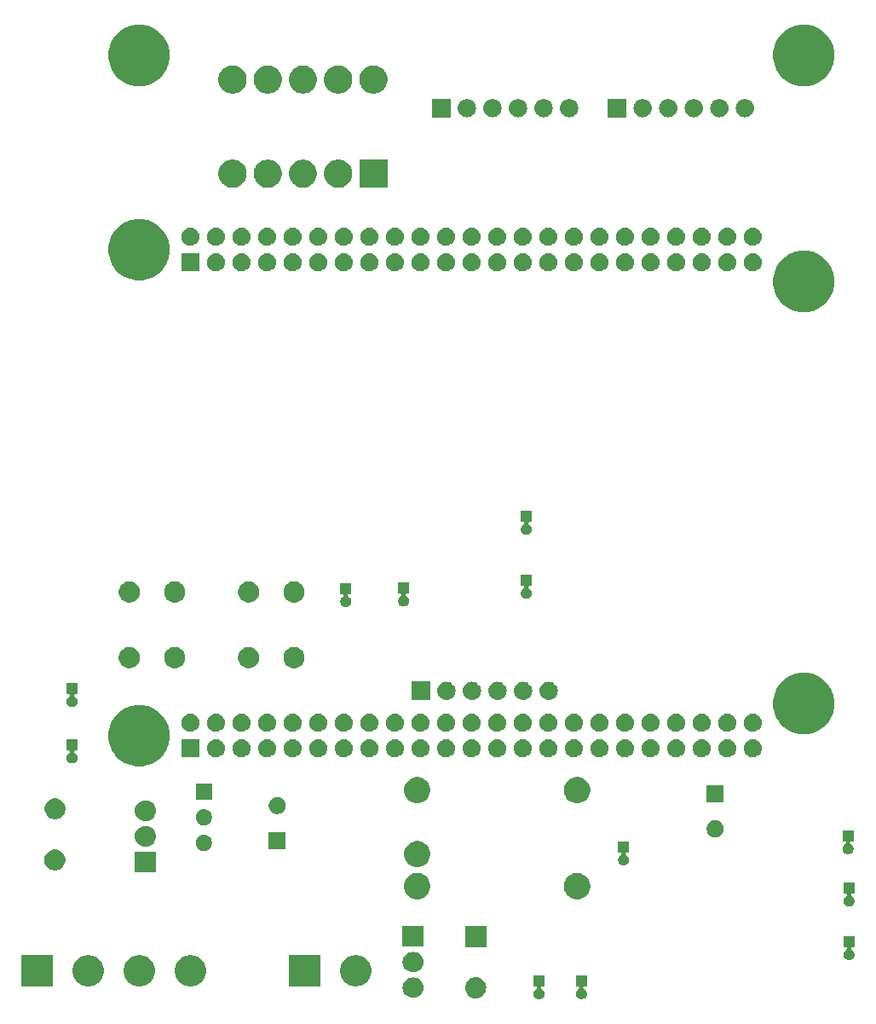
<source format=gbs>
G04 #@! TF.GenerationSoftware,KiCad,Pcbnew,5.0.1-33cea8e~68~ubuntu16.04.1*
G04 #@! TF.CreationDate,2018-11-25T11:29:47-06:00*
G04 #@! TF.ProjectId,BBB_SHIELD_V2,4242425F534849454C445F56322E6B69,rev?*
G04 #@! TF.SameCoordinates,Original*
G04 #@! TF.FileFunction,Soldermask,Bot*
G04 #@! TF.FilePolarity,Negative*
%FSLAX46Y46*%
G04 Gerber Fmt 4.6, Leading zero omitted, Abs format (unit mm)*
G04 Created by KiCad (PCBNEW 5.0.1-33cea8e~68~ubuntu16.04.1) date Sun 25 Nov 2018 11:29:47 AM CST*
%MOMM*%
%LPD*%
G01*
G04 APERTURE LIST*
%ADD10C,0.100000*%
G04 APERTURE END LIST*
D10*
G36*
X163451000Y-140451000D02*
X163222738Y-140451000D01*
X163198352Y-140453402D01*
X163174903Y-140460515D01*
X163153292Y-140472066D01*
X163134350Y-140487612D01*
X163118804Y-140506554D01*
X163107253Y-140528165D01*
X163100140Y-140551614D01*
X163097738Y-140576000D01*
X163100140Y-140600386D01*
X163107253Y-140623835D01*
X163118804Y-140645446D01*
X163134350Y-140664388D01*
X163163808Y-140686236D01*
X163207600Y-140709644D01*
X163291501Y-140778499D01*
X163360356Y-140862400D01*
X163411521Y-140958121D01*
X163443027Y-141061985D01*
X163453666Y-141170000D01*
X163443027Y-141278015D01*
X163411521Y-141381879D01*
X163360356Y-141477600D01*
X163291501Y-141561501D01*
X163207600Y-141630356D01*
X163111879Y-141681521D01*
X163008015Y-141713027D01*
X162927067Y-141721000D01*
X162872933Y-141721000D01*
X162791985Y-141713027D01*
X162688121Y-141681521D01*
X162592400Y-141630356D01*
X162508499Y-141561501D01*
X162439644Y-141477600D01*
X162388479Y-141381879D01*
X162356973Y-141278015D01*
X162346334Y-141170000D01*
X162356973Y-141061985D01*
X162388479Y-140958121D01*
X162439644Y-140862400D01*
X162508499Y-140778499D01*
X162592400Y-140709644D01*
X162636195Y-140686234D01*
X162656561Y-140672626D01*
X162673889Y-140655299D01*
X162687502Y-140634924D01*
X162696880Y-140612285D01*
X162701660Y-140588252D01*
X162701660Y-140563748D01*
X162696879Y-140539714D01*
X162687502Y-140517075D01*
X162673888Y-140496701D01*
X162656561Y-140479373D01*
X162636186Y-140465760D01*
X162613547Y-140456382D01*
X162577262Y-140451000D01*
X162349000Y-140451000D01*
X162349000Y-139349000D01*
X163451000Y-139349000D01*
X163451000Y-140451000D01*
X163451000Y-140451000D01*
G37*
G36*
X159251000Y-140451000D02*
X159022738Y-140451000D01*
X158998352Y-140453402D01*
X158974903Y-140460515D01*
X158953292Y-140472066D01*
X158934350Y-140487612D01*
X158918804Y-140506554D01*
X158907253Y-140528165D01*
X158900140Y-140551614D01*
X158897738Y-140576000D01*
X158900140Y-140600386D01*
X158907253Y-140623835D01*
X158918804Y-140645446D01*
X158934350Y-140664388D01*
X158963808Y-140686236D01*
X159007600Y-140709644D01*
X159091501Y-140778499D01*
X159160356Y-140862400D01*
X159211521Y-140958121D01*
X159243027Y-141061985D01*
X159253666Y-141170000D01*
X159243027Y-141278015D01*
X159211521Y-141381879D01*
X159160356Y-141477600D01*
X159091501Y-141561501D01*
X159007600Y-141630356D01*
X158911879Y-141681521D01*
X158808015Y-141713027D01*
X158727067Y-141721000D01*
X158672933Y-141721000D01*
X158591985Y-141713027D01*
X158488121Y-141681521D01*
X158392400Y-141630356D01*
X158308499Y-141561501D01*
X158239644Y-141477600D01*
X158188479Y-141381879D01*
X158156973Y-141278015D01*
X158146334Y-141170000D01*
X158156973Y-141061985D01*
X158188479Y-140958121D01*
X158239644Y-140862400D01*
X158308499Y-140778499D01*
X158392400Y-140709644D01*
X158436195Y-140686234D01*
X158456561Y-140672626D01*
X158473889Y-140655299D01*
X158487502Y-140634924D01*
X158496880Y-140612285D01*
X158501660Y-140588252D01*
X158501660Y-140563748D01*
X158496879Y-140539714D01*
X158487502Y-140517075D01*
X158473888Y-140496701D01*
X158456561Y-140479373D01*
X158436186Y-140465760D01*
X158413547Y-140456382D01*
X158377262Y-140451000D01*
X158149000Y-140451000D01*
X158149000Y-139349000D01*
X159251000Y-139349000D01*
X159251000Y-140451000D01*
X159251000Y-140451000D01*
G37*
G36*
X152482510Y-139532041D02*
X152606032Y-139544207D01*
X152804146Y-139604305D01*
X152986729Y-139701897D01*
X153146765Y-139833235D01*
X153278103Y-139993271D01*
X153375695Y-140175854D01*
X153435793Y-140373968D01*
X153456085Y-140580000D01*
X153435793Y-140786032D01*
X153375695Y-140984146D01*
X153278103Y-141166729D01*
X153146765Y-141326765D01*
X152986729Y-141458103D01*
X152804146Y-141555695D01*
X152606032Y-141615793D01*
X152482510Y-141627959D01*
X152451631Y-141631000D01*
X152348369Y-141631000D01*
X152317490Y-141627959D01*
X152193968Y-141615793D01*
X151995854Y-141555695D01*
X151813271Y-141458103D01*
X151653235Y-141326765D01*
X151521897Y-141166729D01*
X151424305Y-140984146D01*
X151364207Y-140786032D01*
X151343915Y-140580000D01*
X151364207Y-140373968D01*
X151424305Y-140175854D01*
X151521897Y-139993271D01*
X151653235Y-139833235D01*
X151813271Y-139701897D01*
X151995854Y-139604305D01*
X152193968Y-139544207D01*
X152317490Y-139532041D01*
X152348369Y-139529000D01*
X152451631Y-139529000D01*
X152482510Y-139532041D01*
X152482510Y-139532041D01*
G37*
G36*
X146355764Y-139582308D02*
X146444220Y-139591020D01*
X146633381Y-139648401D01*
X146807712Y-139741583D01*
X146960515Y-139866985D01*
X147085917Y-140019788D01*
X147179099Y-140194119D01*
X147236480Y-140383280D01*
X147255855Y-140580000D01*
X147236480Y-140776720D01*
X147179099Y-140965881D01*
X147085917Y-141140212D01*
X146960515Y-141293015D01*
X146807712Y-141418417D01*
X146633381Y-141511599D01*
X146444220Y-141568980D01*
X146355764Y-141577692D01*
X146296796Y-141583500D01*
X146103204Y-141583500D01*
X146044236Y-141577692D01*
X145955780Y-141568980D01*
X145766619Y-141511599D01*
X145592288Y-141418417D01*
X145439485Y-141293015D01*
X145314083Y-141140212D01*
X145220901Y-140965881D01*
X145163520Y-140776720D01*
X145144145Y-140580000D01*
X145163520Y-140383280D01*
X145220901Y-140194119D01*
X145314083Y-140019788D01*
X145439485Y-139866985D01*
X145592288Y-139741583D01*
X145766619Y-139648401D01*
X145955780Y-139591020D01*
X146044236Y-139582308D01*
X146103204Y-139576500D01*
X146296796Y-139576500D01*
X146355764Y-139582308D01*
X146355764Y-139582308D01*
G37*
G36*
X140832527Y-137388736D02*
X140932410Y-137408604D01*
X141214674Y-137525521D01*
X141468705Y-137695259D01*
X141684741Y-137911295D01*
X141854479Y-138165326D01*
X141971396Y-138447590D01*
X142031000Y-138747240D01*
X142031000Y-139052760D01*
X141971396Y-139352410D01*
X141854479Y-139634674D01*
X141684741Y-139888705D01*
X141468705Y-140104741D01*
X141214674Y-140274479D01*
X140932410Y-140391396D01*
X140832527Y-140411264D01*
X140632762Y-140451000D01*
X140327238Y-140451000D01*
X140127473Y-140411264D01*
X140027590Y-140391396D01*
X139745326Y-140274479D01*
X139491295Y-140104741D01*
X139275259Y-139888705D01*
X139105521Y-139634674D01*
X138988604Y-139352410D01*
X138929000Y-139052760D01*
X138929000Y-138747240D01*
X138988604Y-138447590D01*
X139105521Y-138165326D01*
X139275259Y-137911295D01*
X139491295Y-137695259D01*
X139745326Y-137525521D01*
X140027590Y-137408604D01*
X140127473Y-137388736D01*
X140327238Y-137349000D01*
X140632762Y-137349000D01*
X140832527Y-137388736D01*
X140832527Y-137388736D01*
G37*
G36*
X136951000Y-140451000D02*
X133849000Y-140451000D01*
X133849000Y-137349000D01*
X136951000Y-137349000D01*
X136951000Y-140451000D01*
X136951000Y-140451000D01*
G37*
G36*
X110371000Y-140451000D02*
X107269000Y-140451000D01*
X107269000Y-137349000D01*
X110371000Y-137349000D01*
X110371000Y-140451000D01*
X110371000Y-140451000D01*
G37*
G36*
X114252527Y-137388736D02*
X114352410Y-137408604D01*
X114634674Y-137525521D01*
X114888705Y-137695259D01*
X115104741Y-137911295D01*
X115274479Y-138165326D01*
X115391396Y-138447590D01*
X115451000Y-138747240D01*
X115451000Y-139052760D01*
X115391396Y-139352410D01*
X115274479Y-139634674D01*
X115104741Y-139888705D01*
X114888705Y-140104741D01*
X114634674Y-140274479D01*
X114352410Y-140391396D01*
X114252527Y-140411264D01*
X114052762Y-140451000D01*
X113747238Y-140451000D01*
X113547473Y-140411264D01*
X113447590Y-140391396D01*
X113165326Y-140274479D01*
X112911295Y-140104741D01*
X112695259Y-139888705D01*
X112525521Y-139634674D01*
X112408604Y-139352410D01*
X112349000Y-139052760D01*
X112349000Y-138747240D01*
X112408604Y-138447590D01*
X112525521Y-138165326D01*
X112695259Y-137911295D01*
X112911295Y-137695259D01*
X113165326Y-137525521D01*
X113447590Y-137408604D01*
X113547473Y-137388736D01*
X113747238Y-137349000D01*
X114052762Y-137349000D01*
X114252527Y-137388736D01*
X114252527Y-137388736D01*
G37*
G36*
X119332527Y-137388736D02*
X119432410Y-137408604D01*
X119714674Y-137525521D01*
X119968705Y-137695259D01*
X120184741Y-137911295D01*
X120354479Y-138165326D01*
X120471396Y-138447590D01*
X120531000Y-138747240D01*
X120531000Y-139052760D01*
X120471396Y-139352410D01*
X120354479Y-139634674D01*
X120184741Y-139888705D01*
X119968705Y-140104741D01*
X119714674Y-140274479D01*
X119432410Y-140391396D01*
X119332527Y-140411264D01*
X119132762Y-140451000D01*
X118827238Y-140451000D01*
X118627473Y-140411264D01*
X118527590Y-140391396D01*
X118245326Y-140274479D01*
X117991295Y-140104741D01*
X117775259Y-139888705D01*
X117605521Y-139634674D01*
X117488604Y-139352410D01*
X117429000Y-139052760D01*
X117429000Y-138747240D01*
X117488604Y-138447590D01*
X117605521Y-138165326D01*
X117775259Y-137911295D01*
X117991295Y-137695259D01*
X118245326Y-137525521D01*
X118527590Y-137408604D01*
X118627473Y-137388736D01*
X118827238Y-137349000D01*
X119132762Y-137349000D01*
X119332527Y-137388736D01*
X119332527Y-137388736D01*
G37*
G36*
X124412527Y-137388736D02*
X124512410Y-137408604D01*
X124794674Y-137525521D01*
X125048705Y-137695259D01*
X125264741Y-137911295D01*
X125434479Y-138165326D01*
X125551396Y-138447590D01*
X125611000Y-138747240D01*
X125611000Y-139052760D01*
X125551396Y-139352410D01*
X125434479Y-139634674D01*
X125264741Y-139888705D01*
X125048705Y-140104741D01*
X124794674Y-140274479D01*
X124512410Y-140391396D01*
X124412527Y-140411264D01*
X124212762Y-140451000D01*
X123907238Y-140451000D01*
X123707473Y-140411264D01*
X123607590Y-140391396D01*
X123325326Y-140274479D01*
X123071295Y-140104741D01*
X122855259Y-139888705D01*
X122685521Y-139634674D01*
X122568604Y-139352410D01*
X122509000Y-139052760D01*
X122509000Y-138747240D01*
X122568604Y-138447590D01*
X122685521Y-138165326D01*
X122855259Y-137911295D01*
X123071295Y-137695259D01*
X123325326Y-137525521D01*
X123607590Y-137408604D01*
X123707473Y-137388736D01*
X123907238Y-137349000D01*
X124212762Y-137349000D01*
X124412527Y-137388736D01*
X124412527Y-137388736D01*
G37*
G36*
X146355764Y-137042308D02*
X146444220Y-137051020D01*
X146633381Y-137108401D01*
X146807712Y-137201583D01*
X146960515Y-137326985D01*
X147085917Y-137479788D01*
X147179099Y-137654119D01*
X147236480Y-137843280D01*
X147255855Y-138040000D01*
X147236480Y-138236720D01*
X147179099Y-138425881D01*
X147085917Y-138600212D01*
X146960515Y-138753015D01*
X146807712Y-138878417D01*
X146633381Y-138971599D01*
X146444220Y-139028980D01*
X146355764Y-139037692D01*
X146296796Y-139043500D01*
X146103204Y-139043500D01*
X146044236Y-139037692D01*
X145955780Y-139028980D01*
X145766619Y-138971599D01*
X145592288Y-138878417D01*
X145439485Y-138753015D01*
X145314083Y-138600212D01*
X145220901Y-138425881D01*
X145163520Y-138236720D01*
X145144145Y-138040000D01*
X145163520Y-137843280D01*
X145220901Y-137654119D01*
X145314083Y-137479788D01*
X145439485Y-137326985D01*
X145592288Y-137201583D01*
X145766619Y-137108401D01*
X145955780Y-137051020D01*
X146044236Y-137042308D01*
X146103204Y-137036500D01*
X146296796Y-137036500D01*
X146355764Y-137042308D01*
X146355764Y-137042308D01*
G37*
G36*
X190051000Y-136551000D02*
X189822738Y-136551000D01*
X189798352Y-136553402D01*
X189774903Y-136560515D01*
X189753292Y-136572066D01*
X189734350Y-136587612D01*
X189718804Y-136606554D01*
X189707253Y-136628165D01*
X189700140Y-136651614D01*
X189697738Y-136676000D01*
X189700140Y-136700386D01*
X189707253Y-136723835D01*
X189718804Y-136745446D01*
X189734350Y-136764388D01*
X189763808Y-136786236D01*
X189807600Y-136809644D01*
X189891501Y-136878499D01*
X189960356Y-136962400D01*
X190011521Y-137058121D01*
X190043027Y-137161985D01*
X190053666Y-137270000D01*
X190043027Y-137378015D01*
X190011521Y-137481879D01*
X189960356Y-137577600D01*
X189891501Y-137661501D01*
X189807600Y-137730356D01*
X189711879Y-137781521D01*
X189608015Y-137813027D01*
X189527067Y-137821000D01*
X189472933Y-137821000D01*
X189391985Y-137813027D01*
X189288121Y-137781521D01*
X189192400Y-137730356D01*
X189108499Y-137661501D01*
X189039644Y-137577600D01*
X188988479Y-137481879D01*
X188956973Y-137378015D01*
X188946334Y-137270000D01*
X188956973Y-137161985D01*
X188988479Y-137058121D01*
X189039644Y-136962400D01*
X189108499Y-136878499D01*
X189192400Y-136809644D01*
X189236195Y-136786234D01*
X189256561Y-136772626D01*
X189273889Y-136755299D01*
X189287502Y-136734924D01*
X189296880Y-136712285D01*
X189301660Y-136688252D01*
X189301660Y-136663748D01*
X189296879Y-136639714D01*
X189287502Y-136617075D01*
X189273888Y-136596701D01*
X189256561Y-136579373D01*
X189236186Y-136565760D01*
X189213547Y-136556382D01*
X189177262Y-136551000D01*
X188949000Y-136551000D01*
X188949000Y-135449000D01*
X190051000Y-135449000D01*
X190051000Y-136551000D01*
X190051000Y-136551000D01*
G37*
G36*
X153451000Y-136551000D02*
X151349000Y-136551000D01*
X151349000Y-134449000D01*
X153451000Y-134449000D01*
X153451000Y-136551000D01*
X153451000Y-136551000D01*
G37*
G36*
X147251000Y-136503500D02*
X145149000Y-136503500D01*
X145149000Y-134496500D01*
X147251000Y-134496500D01*
X147251000Y-136503500D01*
X147251000Y-136503500D01*
G37*
G36*
X190051000Y-131251000D02*
X189822738Y-131251000D01*
X189798352Y-131253402D01*
X189774903Y-131260515D01*
X189753292Y-131272066D01*
X189734350Y-131287612D01*
X189718804Y-131306554D01*
X189707253Y-131328165D01*
X189700140Y-131351614D01*
X189697738Y-131376000D01*
X189700140Y-131400386D01*
X189707253Y-131423835D01*
X189718804Y-131445446D01*
X189734350Y-131464388D01*
X189763808Y-131486236D01*
X189807600Y-131509644D01*
X189891501Y-131578499D01*
X189960356Y-131662400D01*
X190011521Y-131758121D01*
X190043027Y-131861985D01*
X190053666Y-131970000D01*
X190043027Y-132078015D01*
X190011521Y-132181879D01*
X189960356Y-132277600D01*
X189891501Y-132361501D01*
X189807600Y-132430356D01*
X189711879Y-132481521D01*
X189608015Y-132513027D01*
X189527067Y-132521000D01*
X189472933Y-132521000D01*
X189391985Y-132513027D01*
X189288121Y-132481521D01*
X189192400Y-132430356D01*
X189108499Y-132361501D01*
X189039644Y-132277600D01*
X188988479Y-132181879D01*
X188956973Y-132078015D01*
X188946334Y-131970000D01*
X188956973Y-131861985D01*
X188988479Y-131758121D01*
X189039644Y-131662400D01*
X189108499Y-131578499D01*
X189192400Y-131509644D01*
X189236195Y-131486234D01*
X189256561Y-131472626D01*
X189273889Y-131455299D01*
X189287502Y-131434924D01*
X189296880Y-131412285D01*
X189301660Y-131388252D01*
X189301660Y-131363748D01*
X189296879Y-131339714D01*
X189287502Y-131317075D01*
X189273888Y-131296701D01*
X189256561Y-131279373D01*
X189236186Y-131265760D01*
X189213547Y-131256382D01*
X189177262Y-131251000D01*
X188949000Y-131251000D01*
X188949000Y-130149000D01*
X190051000Y-130149000D01*
X190051000Y-131251000D01*
X190051000Y-131251000D01*
G37*
G36*
X162859485Y-129248996D02*
X162859487Y-129248997D01*
X162859488Y-129248997D01*
X163096255Y-129347069D01*
X163309342Y-129489449D01*
X163490551Y-129670658D01*
X163632931Y-129883745D01*
X163731004Y-130120515D01*
X163781000Y-130371861D01*
X163781000Y-130628139D01*
X163731004Y-130879485D01*
X163632931Y-131116255D01*
X163490551Y-131329342D01*
X163309342Y-131510551D01*
X163207649Y-131578500D01*
X163096255Y-131652931D01*
X162859488Y-131751003D01*
X162859487Y-131751003D01*
X162859485Y-131751004D01*
X162608139Y-131801000D01*
X162351861Y-131801000D01*
X162100515Y-131751004D01*
X162100513Y-131751003D01*
X162100512Y-131751003D01*
X161863745Y-131652931D01*
X161752351Y-131578500D01*
X161650658Y-131510551D01*
X161469449Y-131329342D01*
X161327069Y-131116255D01*
X161228996Y-130879485D01*
X161179000Y-130628139D01*
X161179000Y-130371861D01*
X161228996Y-130120515D01*
X161327069Y-129883745D01*
X161469449Y-129670658D01*
X161650658Y-129489449D01*
X161863745Y-129347069D01*
X162100512Y-129248997D01*
X162100513Y-129248997D01*
X162100515Y-129248996D01*
X162351861Y-129199000D01*
X162608139Y-129199000D01*
X162859485Y-129248996D01*
X162859485Y-129248996D01*
G37*
G36*
X146979485Y-129248996D02*
X146979487Y-129248997D01*
X146979488Y-129248997D01*
X147216255Y-129347069D01*
X147429342Y-129489449D01*
X147610551Y-129670658D01*
X147752931Y-129883745D01*
X147851004Y-130120515D01*
X147901000Y-130371861D01*
X147901000Y-130628139D01*
X147851004Y-130879485D01*
X147752931Y-131116255D01*
X147610551Y-131329342D01*
X147429342Y-131510551D01*
X147327649Y-131578500D01*
X147216255Y-131652931D01*
X146979488Y-131751003D01*
X146979487Y-131751003D01*
X146979485Y-131751004D01*
X146728139Y-131801000D01*
X146471861Y-131801000D01*
X146220515Y-131751004D01*
X146220513Y-131751003D01*
X146220512Y-131751003D01*
X145983745Y-131652931D01*
X145872351Y-131578500D01*
X145770658Y-131510551D01*
X145589449Y-131329342D01*
X145447069Y-131116255D01*
X145348996Y-130879485D01*
X145299000Y-130628139D01*
X145299000Y-130371861D01*
X145348996Y-130120515D01*
X145447069Y-129883745D01*
X145589449Y-129670658D01*
X145770658Y-129489449D01*
X145983745Y-129347069D01*
X146220512Y-129248997D01*
X146220513Y-129248997D01*
X146220515Y-129248996D01*
X146471861Y-129199000D01*
X146728139Y-129199000D01*
X146979485Y-129248996D01*
X146979485Y-129248996D01*
G37*
G36*
X120651000Y-129103500D02*
X118549000Y-129103500D01*
X118549000Y-127096500D01*
X120651000Y-127096500D01*
X120651000Y-129103500D01*
X120651000Y-129103500D01*
G37*
G36*
X110906565Y-126889389D02*
X111097834Y-126968615D01*
X111269976Y-127083637D01*
X111416363Y-127230024D01*
X111531385Y-127402166D01*
X111610611Y-127593435D01*
X111651000Y-127796484D01*
X111651000Y-128003516D01*
X111610611Y-128206565D01*
X111531385Y-128397834D01*
X111416363Y-128569976D01*
X111269976Y-128716363D01*
X111097834Y-128831385D01*
X110906565Y-128910611D01*
X110703516Y-128951000D01*
X110496484Y-128951000D01*
X110293435Y-128910611D01*
X110102166Y-128831385D01*
X109930024Y-128716363D01*
X109783637Y-128569976D01*
X109668615Y-128397834D01*
X109589389Y-128206565D01*
X109549000Y-128003516D01*
X109549000Y-127796484D01*
X109589389Y-127593435D01*
X109668615Y-127402166D01*
X109783637Y-127230024D01*
X109930024Y-127083637D01*
X110102166Y-126968615D01*
X110293435Y-126889389D01*
X110496484Y-126849000D01*
X110703516Y-126849000D01*
X110906565Y-126889389D01*
X110906565Y-126889389D01*
G37*
G36*
X146979485Y-126068996D02*
X146979487Y-126068997D01*
X146979488Y-126068997D01*
X147102915Y-126120122D01*
X147216255Y-126167069D01*
X147429342Y-126309449D01*
X147610551Y-126490658D01*
X147610553Y-126490661D01*
X147752931Y-126703745D01*
X147829828Y-126889390D01*
X147851004Y-126940515D01*
X147901000Y-127191861D01*
X147901000Y-127448139D01*
X147851004Y-127699485D01*
X147752931Y-127936255D01*
X147610551Y-128149342D01*
X147429342Y-128330551D01*
X147429339Y-128330553D01*
X147216255Y-128472931D01*
X146979488Y-128571003D01*
X146979487Y-128571003D01*
X146979485Y-128571004D01*
X146728139Y-128621000D01*
X146471861Y-128621000D01*
X146220515Y-128571004D01*
X146220513Y-128571003D01*
X146220512Y-128571003D01*
X145983745Y-128472931D01*
X145770661Y-128330553D01*
X145770658Y-128330551D01*
X145589449Y-128149342D01*
X145447069Y-127936255D01*
X145348996Y-127699485D01*
X145299000Y-127448139D01*
X145299000Y-127191861D01*
X145348996Y-126940515D01*
X145370173Y-126889390D01*
X145447069Y-126703745D01*
X145589447Y-126490661D01*
X145589449Y-126490658D01*
X145770658Y-126309449D01*
X145983745Y-126167069D01*
X146097085Y-126120122D01*
X146220512Y-126068997D01*
X146220513Y-126068997D01*
X146220515Y-126068996D01*
X146471861Y-126019000D01*
X146728139Y-126019000D01*
X146979485Y-126068996D01*
X146979485Y-126068996D01*
G37*
G36*
X167651000Y-127151000D02*
X167422738Y-127151000D01*
X167398352Y-127153402D01*
X167374903Y-127160515D01*
X167353292Y-127172066D01*
X167334350Y-127187612D01*
X167318804Y-127206554D01*
X167307253Y-127228165D01*
X167300140Y-127251614D01*
X167297738Y-127276000D01*
X167300140Y-127300386D01*
X167307253Y-127323835D01*
X167318804Y-127345446D01*
X167334350Y-127364388D01*
X167363808Y-127386236D01*
X167407600Y-127409644D01*
X167491501Y-127478499D01*
X167560356Y-127562400D01*
X167611521Y-127658121D01*
X167643027Y-127761985D01*
X167653666Y-127870000D01*
X167643027Y-127978015D01*
X167611521Y-128081879D01*
X167560356Y-128177600D01*
X167491501Y-128261501D01*
X167407600Y-128330356D01*
X167311879Y-128381521D01*
X167208015Y-128413027D01*
X167127067Y-128421000D01*
X167072933Y-128421000D01*
X166991985Y-128413027D01*
X166888121Y-128381521D01*
X166792400Y-128330356D01*
X166708499Y-128261501D01*
X166639644Y-128177600D01*
X166588479Y-128081879D01*
X166556973Y-127978015D01*
X166546334Y-127870000D01*
X166556973Y-127761985D01*
X166588479Y-127658121D01*
X166639644Y-127562400D01*
X166708499Y-127478499D01*
X166792400Y-127409644D01*
X166836195Y-127386234D01*
X166856561Y-127372626D01*
X166873889Y-127355299D01*
X166887502Y-127334924D01*
X166896880Y-127312285D01*
X166901660Y-127288252D01*
X166901660Y-127263748D01*
X166896879Y-127239714D01*
X166887502Y-127217075D01*
X166873888Y-127196701D01*
X166856561Y-127179373D01*
X166836186Y-127165760D01*
X166813547Y-127156382D01*
X166777262Y-127151000D01*
X166549000Y-127151000D01*
X166549000Y-126049000D01*
X167651000Y-126049000D01*
X167651000Y-127151000D01*
X167651000Y-127151000D01*
G37*
G36*
X189951000Y-126051000D02*
X189722738Y-126051000D01*
X189698352Y-126053402D01*
X189674903Y-126060515D01*
X189653292Y-126072066D01*
X189634350Y-126087612D01*
X189618804Y-126106554D01*
X189607253Y-126128165D01*
X189600140Y-126151614D01*
X189597738Y-126176000D01*
X189600140Y-126200386D01*
X189607253Y-126223835D01*
X189618804Y-126245446D01*
X189634350Y-126264388D01*
X189663808Y-126286236D01*
X189707600Y-126309644D01*
X189791501Y-126378499D01*
X189860356Y-126462400D01*
X189911521Y-126558121D01*
X189943027Y-126661985D01*
X189953666Y-126770000D01*
X189943027Y-126878015D01*
X189911521Y-126981879D01*
X189860356Y-127077600D01*
X189791501Y-127161501D01*
X189707600Y-127230356D01*
X189611879Y-127281521D01*
X189508015Y-127313027D01*
X189427067Y-127321000D01*
X189372933Y-127321000D01*
X189291985Y-127313027D01*
X189188121Y-127281521D01*
X189092400Y-127230356D01*
X189008499Y-127161501D01*
X188939644Y-127077600D01*
X188888479Y-126981879D01*
X188856973Y-126878015D01*
X188846334Y-126770000D01*
X188856973Y-126661985D01*
X188888479Y-126558121D01*
X188939644Y-126462400D01*
X189008499Y-126378499D01*
X189092400Y-126309644D01*
X189136195Y-126286234D01*
X189156561Y-126272626D01*
X189173889Y-126255299D01*
X189187502Y-126234924D01*
X189196880Y-126212285D01*
X189201660Y-126188252D01*
X189201660Y-126163748D01*
X189196879Y-126139714D01*
X189187502Y-126117075D01*
X189173888Y-126096701D01*
X189156561Y-126079373D01*
X189136186Y-126065760D01*
X189113547Y-126056382D01*
X189077262Y-126051000D01*
X188849000Y-126051000D01*
X188849000Y-124949000D01*
X189951000Y-124949000D01*
X189951000Y-126051000D01*
X189951000Y-126051000D01*
G37*
G36*
X125636560Y-125420166D02*
X125735179Y-125461015D01*
X125784153Y-125481301D01*
X125893173Y-125554146D01*
X125916985Y-125570057D01*
X126029943Y-125683015D01*
X126118700Y-125815849D01*
X126179834Y-125963440D01*
X126211000Y-126120122D01*
X126211000Y-126279878D01*
X126179834Y-126436560D01*
X126118700Y-126584151D01*
X126029943Y-126716985D01*
X125916985Y-126829943D01*
X125916982Y-126829945D01*
X125784153Y-126918699D01*
X125784152Y-126918700D01*
X125784151Y-126918700D01*
X125636560Y-126979834D01*
X125479878Y-127011000D01*
X125320122Y-127011000D01*
X125163440Y-126979834D01*
X125015849Y-126918700D01*
X125015848Y-126918700D01*
X125015847Y-126918699D01*
X124883018Y-126829945D01*
X124883015Y-126829943D01*
X124770057Y-126716985D01*
X124681300Y-126584151D01*
X124620166Y-126436560D01*
X124589000Y-126279878D01*
X124589000Y-126120122D01*
X124620166Y-125963440D01*
X124681300Y-125815849D01*
X124770057Y-125683015D01*
X124883015Y-125570057D01*
X124906827Y-125554146D01*
X125015847Y-125481301D01*
X125064822Y-125461015D01*
X125163440Y-125420166D01*
X125320122Y-125389000D01*
X125479878Y-125389000D01*
X125636560Y-125420166D01*
X125636560Y-125420166D01*
G37*
G36*
X133551000Y-126851000D02*
X131849000Y-126851000D01*
X131849000Y-125149000D01*
X133551000Y-125149000D01*
X133551000Y-126851000D01*
X133551000Y-126851000D01*
G37*
G36*
X119755764Y-124562308D02*
X119844220Y-124571020D01*
X120033381Y-124628401D01*
X120207712Y-124721583D01*
X120360515Y-124846985D01*
X120485917Y-124999788D01*
X120579099Y-125174119D01*
X120636480Y-125363280D01*
X120655855Y-125560000D01*
X120636480Y-125756720D01*
X120579099Y-125945881D01*
X120485917Y-126120212D01*
X120360515Y-126273015D01*
X120207712Y-126398417D01*
X120033381Y-126491599D01*
X119844220Y-126548980D01*
X119755764Y-126557692D01*
X119696796Y-126563500D01*
X119503204Y-126563500D01*
X119444236Y-126557692D01*
X119355780Y-126548980D01*
X119166619Y-126491599D01*
X118992288Y-126398417D01*
X118839485Y-126273015D01*
X118714083Y-126120212D01*
X118620901Y-125945881D01*
X118563520Y-125756720D01*
X118544145Y-125560000D01*
X118563520Y-125363280D01*
X118620901Y-125174119D01*
X118714083Y-124999788D01*
X118839485Y-124846985D01*
X118992288Y-124721583D01*
X119166619Y-124628401D01*
X119355780Y-124571020D01*
X119444236Y-124562308D01*
X119503204Y-124556500D01*
X119696796Y-124556500D01*
X119755764Y-124562308D01*
X119755764Y-124562308D01*
G37*
G36*
X176448228Y-123981703D02*
X176603100Y-124045853D01*
X176742481Y-124138985D01*
X176861015Y-124257519D01*
X176954147Y-124396900D01*
X177018297Y-124551772D01*
X177051000Y-124716184D01*
X177051000Y-124883816D01*
X177018297Y-125048228D01*
X176954147Y-125203100D01*
X176861015Y-125342481D01*
X176742481Y-125461015D01*
X176603100Y-125554147D01*
X176448228Y-125618297D01*
X176283816Y-125651000D01*
X176116184Y-125651000D01*
X175951772Y-125618297D01*
X175796900Y-125554147D01*
X175657519Y-125461015D01*
X175538985Y-125342481D01*
X175445853Y-125203100D01*
X175381703Y-125048228D01*
X175349000Y-124883816D01*
X175349000Y-124716184D01*
X175381703Y-124551772D01*
X175445853Y-124396900D01*
X175538985Y-124257519D01*
X175657519Y-124138985D01*
X175796900Y-124045853D01*
X175951772Y-123981703D01*
X176116184Y-123949000D01*
X176283816Y-123949000D01*
X176448228Y-123981703D01*
X176448228Y-123981703D01*
G37*
G36*
X125636560Y-122880166D02*
X125741212Y-122923514D01*
X125784153Y-122941301D01*
X125901934Y-123020000D01*
X125916985Y-123030057D01*
X126029943Y-123143015D01*
X126029945Y-123143018D01*
X126104199Y-123254146D01*
X126118700Y-123275849D01*
X126179834Y-123423440D01*
X126211000Y-123580122D01*
X126211000Y-123739878D01*
X126179834Y-123896560D01*
X126118700Y-124044151D01*
X126029943Y-124176985D01*
X125916985Y-124289943D01*
X125916982Y-124289945D01*
X125784153Y-124378699D01*
X125784152Y-124378700D01*
X125784151Y-124378700D01*
X125636560Y-124439834D01*
X125479878Y-124471000D01*
X125320122Y-124471000D01*
X125163440Y-124439834D01*
X125015849Y-124378700D01*
X125015848Y-124378700D01*
X125015847Y-124378699D01*
X124883018Y-124289945D01*
X124883015Y-124289943D01*
X124770057Y-124176985D01*
X124681300Y-124044151D01*
X124620166Y-123896560D01*
X124589000Y-123739878D01*
X124589000Y-123580122D01*
X124620166Y-123423440D01*
X124681300Y-123275849D01*
X124695802Y-123254146D01*
X124770055Y-123143018D01*
X124770057Y-123143015D01*
X124883015Y-123030057D01*
X124898066Y-123020000D01*
X125015847Y-122941301D01*
X125058789Y-122923514D01*
X125163440Y-122880166D01*
X125320122Y-122849000D01*
X125479878Y-122849000D01*
X125636560Y-122880166D01*
X125636560Y-122880166D01*
G37*
G36*
X119755764Y-122022308D02*
X119844220Y-122031020D01*
X120033381Y-122088401D01*
X120207712Y-122181583D01*
X120360515Y-122306985D01*
X120485917Y-122459788D01*
X120579099Y-122634119D01*
X120636480Y-122823280D01*
X120655855Y-123020000D01*
X120636480Y-123216720D01*
X120579099Y-123405881D01*
X120485917Y-123580212D01*
X120360515Y-123733015D01*
X120207712Y-123858417D01*
X120033381Y-123951599D01*
X119844220Y-124008980D01*
X119755764Y-124017692D01*
X119696796Y-124023500D01*
X119503204Y-124023500D01*
X119444236Y-124017692D01*
X119355780Y-124008980D01*
X119166619Y-123951599D01*
X118992288Y-123858417D01*
X118839485Y-123733015D01*
X118714083Y-123580212D01*
X118620901Y-123405881D01*
X118563520Y-123216720D01*
X118544145Y-123020000D01*
X118563520Y-122823280D01*
X118620901Y-122634119D01*
X118714083Y-122459788D01*
X118839485Y-122306985D01*
X118992288Y-122181583D01*
X119166619Y-122088401D01*
X119355780Y-122031020D01*
X119444236Y-122022308D01*
X119503204Y-122016500D01*
X119696796Y-122016500D01*
X119755764Y-122022308D01*
X119755764Y-122022308D01*
G37*
G36*
X110916565Y-121809389D02*
X111107834Y-121888615D01*
X111279976Y-122003637D01*
X111426363Y-122150024D01*
X111541385Y-122322166D01*
X111620611Y-122513435D01*
X111661000Y-122716484D01*
X111661000Y-122923516D01*
X111620611Y-123126565D01*
X111541385Y-123317834D01*
X111426363Y-123489976D01*
X111279976Y-123636363D01*
X111107834Y-123751385D01*
X110916565Y-123830611D01*
X110713516Y-123871000D01*
X110506484Y-123871000D01*
X110303435Y-123830611D01*
X110112166Y-123751385D01*
X109940024Y-123636363D01*
X109793637Y-123489976D01*
X109678615Y-123317834D01*
X109599389Y-123126565D01*
X109559000Y-122923516D01*
X109559000Y-122716484D01*
X109599389Y-122513435D01*
X109678615Y-122322166D01*
X109793637Y-122150024D01*
X109940024Y-122003637D01*
X110112166Y-121888615D01*
X110303435Y-121809389D01*
X110506484Y-121769000D01*
X110713516Y-121769000D01*
X110916565Y-121809389D01*
X110916565Y-121809389D01*
G37*
G36*
X132948228Y-121681703D02*
X133103100Y-121745853D01*
X133242481Y-121838985D01*
X133361015Y-121957519D01*
X133454147Y-122096900D01*
X133518297Y-122251772D01*
X133551000Y-122416184D01*
X133551000Y-122583816D01*
X133518297Y-122748228D01*
X133454147Y-122903100D01*
X133361015Y-123042481D01*
X133242481Y-123161015D01*
X133103100Y-123254147D01*
X132948228Y-123318297D01*
X132783816Y-123351000D01*
X132616184Y-123351000D01*
X132451772Y-123318297D01*
X132296900Y-123254147D01*
X132157519Y-123161015D01*
X132038985Y-123042481D01*
X131945853Y-122903100D01*
X131881703Y-122748228D01*
X131849000Y-122583816D01*
X131849000Y-122416184D01*
X131881703Y-122251772D01*
X131945853Y-122096900D01*
X132038985Y-121957519D01*
X132157519Y-121838985D01*
X132296900Y-121745853D01*
X132451772Y-121681703D01*
X132616184Y-121649000D01*
X132783816Y-121649000D01*
X132948228Y-121681703D01*
X132948228Y-121681703D01*
G37*
G36*
X146979485Y-119718996D02*
X146979487Y-119718997D01*
X146979488Y-119718997D01*
X147216255Y-119817069D01*
X147429342Y-119959449D01*
X147610551Y-120140658D01*
X147752931Y-120353745D01*
X147851004Y-120590515D01*
X147901000Y-120841861D01*
X147901000Y-121098139D01*
X147851004Y-121349485D01*
X147752931Y-121586255D01*
X147610551Y-121799342D01*
X147429342Y-121980551D01*
X147429339Y-121980553D01*
X147216255Y-122122931D01*
X146979488Y-122221003D01*
X146979487Y-122221003D01*
X146979485Y-122221004D01*
X146728139Y-122271000D01*
X146471861Y-122271000D01*
X146220515Y-122221004D01*
X146220513Y-122221003D01*
X146220512Y-122221003D01*
X145983745Y-122122931D01*
X145770661Y-121980553D01*
X145770658Y-121980551D01*
X145589449Y-121799342D01*
X145447069Y-121586255D01*
X145348996Y-121349485D01*
X145299000Y-121098139D01*
X145299000Y-120841861D01*
X145348996Y-120590515D01*
X145447069Y-120353745D01*
X145589449Y-120140658D01*
X145770658Y-119959449D01*
X145983745Y-119817069D01*
X146220512Y-119718997D01*
X146220513Y-119718997D01*
X146220515Y-119718996D01*
X146471861Y-119669000D01*
X146728139Y-119669000D01*
X146979485Y-119718996D01*
X146979485Y-119718996D01*
G37*
G36*
X162859485Y-119718996D02*
X162859487Y-119718997D01*
X162859488Y-119718997D01*
X163096255Y-119817069D01*
X163309342Y-119959449D01*
X163490551Y-120140658D01*
X163632931Y-120353745D01*
X163731004Y-120590515D01*
X163781000Y-120841861D01*
X163781000Y-121098139D01*
X163731004Y-121349485D01*
X163632931Y-121586255D01*
X163490551Y-121799342D01*
X163309342Y-121980551D01*
X163309339Y-121980553D01*
X163096255Y-122122931D01*
X162859488Y-122221003D01*
X162859487Y-122221003D01*
X162859485Y-122221004D01*
X162608139Y-122271000D01*
X162351861Y-122271000D01*
X162100515Y-122221004D01*
X162100513Y-122221003D01*
X162100512Y-122221003D01*
X161863745Y-122122931D01*
X161650661Y-121980553D01*
X161650658Y-121980551D01*
X161469449Y-121799342D01*
X161327069Y-121586255D01*
X161228996Y-121349485D01*
X161179000Y-121098139D01*
X161179000Y-120841861D01*
X161228996Y-120590515D01*
X161327069Y-120353745D01*
X161469449Y-120140658D01*
X161650658Y-119959449D01*
X161863745Y-119817069D01*
X162100512Y-119718997D01*
X162100513Y-119718997D01*
X162100515Y-119718996D01*
X162351861Y-119669000D01*
X162608139Y-119669000D01*
X162859485Y-119718996D01*
X162859485Y-119718996D01*
G37*
G36*
X177051000Y-122151000D02*
X175349000Y-122151000D01*
X175349000Y-120449000D01*
X177051000Y-120449000D01*
X177051000Y-122151000D01*
X177051000Y-122151000D01*
G37*
G36*
X126211000Y-121931000D02*
X124589000Y-121931000D01*
X124589000Y-120309000D01*
X126211000Y-120309000D01*
X126211000Y-121931000D01*
X126211000Y-121931000D01*
G37*
G36*
X119869941Y-112606248D02*
X119869943Y-112606249D01*
X119869944Y-112606249D01*
X120425190Y-112836239D01*
X120425191Y-112836240D01*
X120924902Y-113170136D01*
X121349864Y-113595098D01*
X121349866Y-113595101D01*
X121683761Y-114094810D01*
X121899838Y-114616467D01*
X121913752Y-114650059D01*
X122031000Y-115239501D01*
X122031000Y-115840499D01*
X121938205Y-116307009D01*
X121913751Y-116429944D01*
X121683761Y-116985190D01*
X121373061Y-117450185D01*
X121349864Y-117484902D01*
X120924902Y-117909864D01*
X120924899Y-117909866D01*
X120425190Y-118243761D01*
X119869944Y-118473751D01*
X119869943Y-118473751D01*
X119869941Y-118473752D01*
X119280499Y-118591000D01*
X118679501Y-118591000D01*
X118090059Y-118473752D01*
X118090057Y-118473751D01*
X118090056Y-118473751D01*
X117534810Y-118243761D01*
X117035101Y-117909866D01*
X117035098Y-117909864D01*
X116610136Y-117484902D01*
X116586939Y-117450185D01*
X116276239Y-116985190D01*
X116046249Y-116429944D01*
X116021796Y-116307009D01*
X115929000Y-115840499D01*
X115929000Y-115239501D01*
X116046248Y-114650059D01*
X116060162Y-114616467D01*
X116276239Y-114094810D01*
X116610134Y-113595101D01*
X116610136Y-113595098D01*
X117035098Y-113170136D01*
X117534809Y-112836240D01*
X117534810Y-112836239D01*
X118090056Y-112606249D01*
X118090057Y-112606249D01*
X118090059Y-112606248D01*
X118679501Y-112489000D01*
X119280499Y-112489000D01*
X119869941Y-112606248D01*
X119869941Y-112606248D01*
G37*
G36*
X112851000Y-117051000D02*
X112622738Y-117051000D01*
X112598352Y-117053402D01*
X112574903Y-117060515D01*
X112553292Y-117072066D01*
X112534350Y-117087612D01*
X112518804Y-117106554D01*
X112507253Y-117128165D01*
X112500140Y-117151614D01*
X112497738Y-117176000D01*
X112500140Y-117200386D01*
X112507253Y-117223835D01*
X112518804Y-117245446D01*
X112534350Y-117264388D01*
X112563808Y-117286236D01*
X112607600Y-117309644D01*
X112691501Y-117378499D01*
X112760356Y-117462400D01*
X112811521Y-117558121D01*
X112843027Y-117661985D01*
X112853666Y-117770000D01*
X112843027Y-117878015D01*
X112811521Y-117981879D01*
X112760356Y-118077600D01*
X112691501Y-118161501D01*
X112607600Y-118230356D01*
X112511879Y-118281521D01*
X112408015Y-118313027D01*
X112327067Y-118321000D01*
X112272933Y-118321000D01*
X112191985Y-118313027D01*
X112088121Y-118281521D01*
X111992400Y-118230356D01*
X111908499Y-118161501D01*
X111839644Y-118077600D01*
X111788479Y-117981879D01*
X111756973Y-117878015D01*
X111746334Y-117770000D01*
X111756973Y-117661985D01*
X111788479Y-117558121D01*
X111839644Y-117462400D01*
X111908499Y-117378499D01*
X111992400Y-117309644D01*
X112036195Y-117286234D01*
X112056561Y-117272626D01*
X112073889Y-117255299D01*
X112087502Y-117234924D01*
X112096880Y-117212285D01*
X112101660Y-117188252D01*
X112101660Y-117163748D01*
X112096879Y-117139714D01*
X112087502Y-117117075D01*
X112073888Y-117096701D01*
X112056561Y-117079373D01*
X112036186Y-117065760D01*
X112013547Y-117056382D01*
X111977262Y-117051000D01*
X111749000Y-117051000D01*
X111749000Y-115949000D01*
X112851000Y-115949000D01*
X112851000Y-117051000D01*
X112851000Y-117051000D01*
G37*
G36*
X124961000Y-117711000D02*
X123159000Y-117711000D01*
X123159000Y-115909000D01*
X124961000Y-115909000D01*
X124961000Y-117711000D01*
X124961000Y-117711000D01*
G37*
G36*
X136870443Y-115915519D02*
X136936627Y-115922037D01*
X137025512Y-115949000D01*
X137106467Y-115973557D01*
X137245087Y-116047652D01*
X137262991Y-116057222D01*
X137298729Y-116086552D01*
X137400186Y-116169814D01*
X137483448Y-116271271D01*
X137512778Y-116307009D01*
X137512779Y-116307011D01*
X137596443Y-116463533D01*
X137596443Y-116463534D01*
X137647963Y-116633373D01*
X137665359Y-116810000D01*
X137647963Y-116986627D01*
X137627707Y-117053402D01*
X137596443Y-117156467D01*
X137538757Y-117264388D01*
X137512778Y-117312991D01*
X137483448Y-117348729D01*
X137400186Y-117450186D01*
X137298729Y-117533448D01*
X137262991Y-117562778D01*
X137262989Y-117562779D01*
X137106467Y-117646443D01*
X137055231Y-117661985D01*
X136936627Y-117697963D01*
X136870443Y-117704481D01*
X136804260Y-117711000D01*
X136715740Y-117711000D01*
X136649557Y-117704481D01*
X136583373Y-117697963D01*
X136464769Y-117661985D01*
X136413533Y-117646443D01*
X136257011Y-117562779D01*
X136257009Y-117562778D01*
X136221271Y-117533448D01*
X136119814Y-117450186D01*
X136036552Y-117348729D01*
X136007222Y-117312991D01*
X135981243Y-117264388D01*
X135923557Y-117156467D01*
X135892293Y-117053402D01*
X135872037Y-116986627D01*
X135854641Y-116810000D01*
X135872037Y-116633373D01*
X135923557Y-116463534D01*
X135923557Y-116463533D01*
X136007221Y-116307011D01*
X136007222Y-116307009D01*
X136036552Y-116271271D01*
X136119814Y-116169814D01*
X136221271Y-116086552D01*
X136257009Y-116057222D01*
X136274913Y-116047652D01*
X136413533Y-115973557D01*
X136494488Y-115949000D01*
X136583373Y-115922037D01*
X136649557Y-115915519D01*
X136715740Y-115909000D01*
X136804260Y-115909000D01*
X136870443Y-115915519D01*
X136870443Y-115915519D01*
G37*
G36*
X167350443Y-115915519D02*
X167416627Y-115922037D01*
X167505512Y-115949000D01*
X167586467Y-115973557D01*
X167725087Y-116047652D01*
X167742991Y-116057222D01*
X167778729Y-116086552D01*
X167880186Y-116169814D01*
X167963448Y-116271271D01*
X167992778Y-116307009D01*
X167992779Y-116307011D01*
X168076443Y-116463533D01*
X168076443Y-116463534D01*
X168127963Y-116633373D01*
X168145359Y-116810000D01*
X168127963Y-116986627D01*
X168107707Y-117053402D01*
X168076443Y-117156467D01*
X168018757Y-117264388D01*
X167992778Y-117312991D01*
X167963448Y-117348729D01*
X167880186Y-117450186D01*
X167778729Y-117533448D01*
X167742991Y-117562778D01*
X167742989Y-117562779D01*
X167586467Y-117646443D01*
X167535231Y-117661985D01*
X167416627Y-117697963D01*
X167350443Y-117704481D01*
X167284260Y-117711000D01*
X167195740Y-117711000D01*
X167129557Y-117704481D01*
X167063373Y-117697963D01*
X166944769Y-117661985D01*
X166893533Y-117646443D01*
X166737011Y-117562779D01*
X166737009Y-117562778D01*
X166701271Y-117533448D01*
X166599814Y-117450186D01*
X166516552Y-117348729D01*
X166487222Y-117312991D01*
X166461243Y-117264388D01*
X166403557Y-117156467D01*
X166372293Y-117053402D01*
X166352037Y-116986627D01*
X166334641Y-116810000D01*
X166352037Y-116633373D01*
X166403557Y-116463534D01*
X166403557Y-116463533D01*
X166487221Y-116307011D01*
X166487222Y-116307009D01*
X166516552Y-116271271D01*
X166599814Y-116169814D01*
X166701271Y-116086552D01*
X166737009Y-116057222D01*
X166754913Y-116047652D01*
X166893533Y-115973557D01*
X166974488Y-115949000D01*
X167063373Y-115922037D01*
X167129557Y-115915519D01*
X167195740Y-115909000D01*
X167284260Y-115909000D01*
X167350443Y-115915519D01*
X167350443Y-115915519D01*
G37*
G36*
X159730443Y-115915519D02*
X159796627Y-115922037D01*
X159885512Y-115949000D01*
X159966467Y-115973557D01*
X160105087Y-116047652D01*
X160122991Y-116057222D01*
X160158729Y-116086552D01*
X160260186Y-116169814D01*
X160343448Y-116271271D01*
X160372778Y-116307009D01*
X160372779Y-116307011D01*
X160456443Y-116463533D01*
X160456443Y-116463534D01*
X160507963Y-116633373D01*
X160525359Y-116810000D01*
X160507963Y-116986627D01*
X160487707Y-117053402D01*
X160456443Y-117156467D01*
X160398757Y-117264388D01*
X160372778Y-117312991D01*
X160343448Y-117348729D01*
X160260186Y-117450186D01*
X160158729Y-117533448D01*
X160122991Y-117562778D01*
X160122989Y-117562779D01*
X159966467Y-117646443D01*
X159915231Y-117661985D01*
X159796627Y-117697963D01*
X159730443Y-117704481D01*
X159664260Y-117711000D01*
X159575740Y-117711000D01*
X159509557Y-117704481D01*
X159443373Y-117697963D01*
X159324769Y-117661985D01*
X159273533Y-117646443D01*
X159117011Y-117562779D01*
X159117009Y-117562778D01*
X159081271Y-117533448D01*
X158979814Y-117450186D01*
X158896552Y-117348729D01*
X158867222Y-117312991D01*
X158841243Y-117264388D01*
X158783557Y-117156467D01*
X158752293Y-117053402D01*
X158732037Y-116986627D01*
X158714641Y-116810000D01*
X158732037Y-116633373D01*
X158783557Y-116463534D01*
X158783557Y-116463533D01*
X158867221Y-116307011D01*
X158867222Y-116307009D01*
X158896552Y-116271271D01*
X158979814Y-116169814D01*
X159081271Y-116086552D01*
X159117009Y-116057222D01*
X159134913Y-116047652D01*
X159273533Y-115973557D01*
X159354488Y-115949000D01*
X159443373Y-115922037D01*
X159509557Y-115915519D01*
X159575740Y-115909000D01*
X159664260Y-115909000D01*
X159730443Y-115915519D01*
X159730443Y-115915519D01*
G37*
G36*
X134330443Y-115915519D02*
X134396627Y-115922037D01*
X134485512Y-115949000D01*
X134566467Y-115973557D01*
X134705087Y-116047652D01*
X134722991Y-116057222D01*
X134758729Y-116086552D01*
X134860186Y-116169814D01*
X134943448Y-116271271D01*
X134972778Y-116307009D01*
X134972779Y-116307011D01*
X135056443Y-116463533D01*
X135056443Y-116463534D01*
X135107963Y-116633373D01*
X135125359Y-116810000D01*
X135107963Y-116986627D01*
X135087707Y-117053402D01*
X135056443Y-117156467D01*
X134998757Y-117264388D01*
X134972778Y-117312991D01*
X134943448Y-117348729D01*
X134860186Y-117450186D01*
X134758729Y-117533448D01*
X134722991Y-117562778D01*
X134722989Y-117562779D01*
X134566467Y-117646443D01*
X134515231Y-117661985D01*
X134396627Y-117697963D01*
X134330443Y-117704481D01*
X134264260Y-117711000D01*
X134175740Y-117711000D01*
X134109557Y-117704481D01*
X134043373Y-117697963D01*
X133924769Y-117661985D01*
X133873533Y-117646443D01*
X133717011Y-117562779D01*
X133717009Y-117562778D01*
X133681271Y-117533448D01*
X133579814Y-117450186D01*
X133496552Y-117348729D01*
X133467222Y-117312991D01*
X133441243Y-117264388D01*
X133383557Y-117156467D01*
X133352293Y-117053402D01*
X133332037Y-116986627D01*
X133314641Y-116810000D01*
X133332037Y-116633373D01*
X133383557Y-116463534D01*
X133383557Y-116463533D01*
X133467221Y-116307011D01*
X133467222Y-116307009D01*
X133496552Y-116271271D01*
X133579814Y-116169814D01*
X133681271Y-116086552D01*
X133717009Y-116057222D01*
X133734913Y-116047652D01*
X133873533Y-115973557D01*
X133954488Y-115949000D01*
X134043373Y-115922037D01*
X134109557Y-115915519D01*
X134175740Y-115909000D01*
X134264260Y-115909000D01*
X134330443Y-115915519D01*
X134330443Y-115915519D01*
G37*
G36*
X169890443Y-115915519D02*
X169956627Y-115922037D01*
X170045512Y-115949000D01*
X170126467Y-115973557D01*
X170265087Y-116047652D01*
X170282991Y-116057222D01*
X170318729Y-116086552D01*
X170420186Y-116169814D01*
X170503448Y-116271271D01*
X170532778Y-116307009D01*
X170532779Y-116307011D01*
X170616443Y-116463533D01*
X170616443Y-116463534D01*
X170667963Y-116633373D01*
X170685359Y-116810000D01*
X170667963Y-116986627D01*
X170647707Y-117053402D01*
X170616443Y-117156467D01*
X170558757Y-117264388D01*
X170532778Y-117312991D01*
X170503448Y-117348729D01*
X170420186Y-117450186D01*
X170318729Y-117533448D01*
X170282991Y-117562778D01*
X170282989Y-117562779D01*
X170126467Y-117646443D01*
X170075231Y-117661985D01*
X169956627Y-117697963D01*
X169890443Y-117704481D01*
X169824260Y-117711000D01*
X169735740Y-117711000D01*
X169669557Y-117704481D01*
X169603373Y-117697963D01*
X169484769Y-117661985D01*
X169433533Y-117646443D01*
X169277011Y-117562779D01*
X169277009Y-117562778D01*
X169241271Y-117533448D01*
X169139814Y-117450186D01*
X169056552Y-117348729D01*
X169027222Y-117312991D01*
X169001243Y-117264388D01*
X168943557Y-117156467D01*
X168912293Y-117053402D01*
X168892037Y-116986627D01*
X168874641Y-116810000D01*
X168892037Y-116633373D01*
X168943557Y-116463534D01*
X168943557Y-116463533D01*
X169027221Y-116307011D01*
X169027222Y-116307009D01*
X169056552Y-116271271D01*
X169139814Y-116169814D01*
X169241271Y-116086552D01*
X169277009Y-116057222D01*
X169294913Y-116047652D01*
X169433533Y-115973557D01*
X169514488Y-115949000D01*
X169603373Y-115922037D01*
X169669557Y-115915519D01*
X169735740Y-115909000D01*
X169824260Y-115909000D01*
X169890443Y-115915519D01*
X169890443Y-115915519D01*
G37*
G36*
X172430443Y-115915519D02*
X172496627Y-115922037D01*
X172585512Y-115949000D01*
X172666467Y-115973557D01*
X172805087Y-116047652D01*
X172822991Y-116057222D01*
X172858729Y-116086552D01*
X172960186Y-116169814D01*
X173043448Y-116271271D01*
X173072778Y-116307009D01*
X173072779Y-116307011D01*
X173156443Y-116463533D01*
X173156443Y-116463534D01*
X173207963Y-116633373D01*
X173225359Y-116810000D01*
X173207963Y-116986627D01*
X173187707Y-117053402D01*
X173156443Y-117156467D01*
X173098757Y-117264388D01*
X173072778Y-117312991D01*
X173043448Y-117348729D01*
X172960186Y-117450186D01*
X172858729Y-117533448D01*
X172822991Y-117562778D01*
X172822989Y-117562779D01*
X172666467Y-117646443D01*
X172615231Y-117661985D01*
X172496627Y-117697963D01*
X172430443Y-117704481D01*
X172364260Y-117711000D01*
X172275740Y-117711000D01*
X172209557Y-117704481D01*
X172143373Y-117697963D01*
X172024769Y-117661985D01*
X171973533Y-117646443D01*
X171817011Y-117562779D01*
X171817009Y-117562778D01*
X171781271Y-117533448D01*
X171679814Y-117450186D01*
X171596552Y-117348729D01*
X171567222Y-117312991D01*
X171541243Y-117264388D01*
X171483557Y-117156467D01*
X171452293Y-117053402D01*
X171432037Y-116986627D01*
X171414641Y-116810000D01*
X171432037Y-116633373D01*
X171483557Y-116463534D01*
X171483557Y-116463533D01*
X171567221Y-116307011D01*
X171567222Y-116307009D01*
X171596552Y-116271271D01*
X171679814Y-116169814D01*
X171781271Y-116086552D01*
X171817009Y-116057222D01*
X171834913Y-116047652D01*
X171973533Y-115973557D01*
X172054488Y-115949000D01*
X172143373Y-115922037D01*
X172209557Y-115915519D01*
X172275740Y-115909000D01*
X172364260Y-115909000D01*
X172430443Y-115915519D01*
X172430443Y-115915519D01*
G37*
G36*
X129250443Y-115915519D02*
X129316627Y-115922037D01*
X129405512Y-115949000D01*
X129486467Y-115973557D01*
X129625087Y-116047652D01*
X129642991Y-116057222D01*
X129678729Y-116086552D01*
X129780186Y-116169814D01*
X129863448Y-116271271D01*
X129892778Y-116307009D01*
X129892779Y-116307011D01*
X129976443Y-116463533D01*
X129976443Y-116463534D01*
X130027963Y-116633373D01*
X130045359Y-116810000D01*
X130027963Y-116986627D01*
X130007707Y-117053402D01*
X129976443Y-117156467D01*
X129918757Y-117264388D01*
X129892778Y-117312991D01*
X129863448Y-117348729D01*
X129780186Y-117450186D01*
X129678729Y-117533448D01*
X129642991Y-117562778D01*
X129642989Y-117562779D01*
X129486467Y-117646443D01*
X129435231Y-117661985D01*
X129316627Y-117697963D01*
X129250443Y-117704481D01*
X129184260Y-117711000D01*
X129095740Y-117711000D01*
X129029557Y-117704481D01*
X128963373Y-117697963D01*
X128844769Y-117661985D01*
X128793533Y-117646443D01*
X128637011Y-117562779D01*
X128637009Y-117562778D01*
X128601271Y-117533448D01*
X128499814Y-117450186D01*
X128416552Y-117348729D01*
X128387222Y-117312991D01*
X128361243Y-117264388D01*
X128303557Y-117156467D01*
X128272293Y-117053402D01*
X128252037Y-116986627D01*
X128234641Y-116810000D01*
X128252037Y-116633373D01*
X128303557Y-116463534D01*
X128303557Y-116463533D01*
X128387221Y-116307011D01*
X128387222Y-116307009D01*
X128416552Y-116271271D01*
X128499814Y-116169814D01*
X128601271Y-116086552D01*
X128637009Y-116057222D01*
X128654913Y-116047652D01*
X128793533Y-115973557D01*
X128874488Y-115949000D01*
X128963373Y-115922037D01*
X129029557Y-115915519D01*
X129095740Y-115909000D01*
X129184260Y-115909000D01*
X129250443Y-115915519D01*
X129250443Y-115915519D01*
G37*
G36*
X126710443Y-115915519D02*
X126776627Y-115922037D01*
X126865512Y-115949000D01*
X126946467Y-115973557D01*
X127085087Y-116047652D01*
X127102991Y-116057222D01*
X127138729Y-116086552D01*
X127240186Y-116169814D01*
X127323448Y-116271271D01*
X127352778Y-116307009D01*
X127352779Y-116307011D01*
X127436443Y-116463533D01*
X127436443Y-116463534D01*
X127487963Y-116633373D01*
X127505359Y-116810000D01*
X127487963Y-116986627D01*
X127467707Y-117053402D01*
X127436443Y-117156467D01*
X127378757Y-117264388D01*
X127352778Y-117312991D01*
X127323448Y-117348729D01*
X127240186Y-117450186D01*
X127138729Y-117533448D01*
X127102991Y-117562778D01*
X127102989Y-117562779D01*
X126946467Y-117646443D01*
X126895231Y-117661985D01*
X126776627Y-117697963D01*
X126710443Y-117704481D01*
X126644260Y-117711000D01*
X126555740Y-117711000D01*
X126489557Y-117704481D01*
X126423373Y-117697963D01*
X126304769Y-117661985D01*
X126253533Y-117646443D01*
X126097011Y-117562779D01*
X126097009Y-117562778D01*
X126061271Y-117533448D01*
X125959814Y-117450186D01*
X125876552Y-117348729D01*
X125847222Y-117312991D01*
X125821243Y-117264388D01*
X125763557Y-117156467D01*
X125732293Y-117053402D01*
X125712037Y-116986627D01*
X125694641Y-116810000D01*
X125712037Y-116633373D01*
X125763557Y-116463534D01*
X125763557Y-116463533D01*
X125847221Y-116307011D01*
X125847222Y-116307009D01*
X125876552Y-116271271D01*
X125959814Y-116169814D01*
X126061271Y-116086552D01*
X126097009Y-116057222D01*
X126114913Y-116047652D01*
X126253533Y-115973557D01*
X126334488Y-115949000D01*
X126423373Y-115922037D01*
X126489557Y-115915519D01*
X126555740Y-115909000D01*
X126644260Y-115909000D01*
X126710443Y-115915519D01*
X126710443Y-115915519D01*
G37*
G36*
X152110443Y-115915519D02*
X152176627Y-115922037D01*
X152265512Y-115949000D01*
X152346467Y-115973557D01*
X152485087Y-116047652D01*
X152502991Y-116057222D01*
X152538729Y-116086552D01*
X152640186Y-116169814D01*
X152723448Y-116271271D01*
X152752778Y-116307009D01*
X152752779Y-116307011D01*
X152836443Y-116463533D01*
X152836443Y-116463534D01*
X152887963Y-116633373D01*
X152905359Y-116810000D01*
X152887963Y-116986627D01*
X152867707Y-117053402D01*
X152836443Y-117156467D01*
X152778757Y-117264388D01*
X152752778Y-117312991D01*
X152723448Y-117348729D01*
X152640186Y-117450186D01*
X152538729Y-117533448D01*
X152502991Y-117562778D01*
X152502989Y-117562779D01*
X152346467Y-117646443D01*
X152295231Y-117661985D01*
X152176627Y-117697963D01*
X152110443Y-117704481D01*
X152044260Y-117711000D01*
X151955740Y-117711000D01*
X151889557Y-117704481D01*
X151823373Y-117697963D01*
X151704769Y-117661985D01*
X151653533Y-117646443D01*
X151497011Y-117562779D01*
X151497009Y-117562778D01*
X151461271Y-117533448D01*
X151359814Y-117450186D01*
X151276552Y-117348729D01*
X151247222Y-117312991D01*
X151221243Y-117264388D01*
X151163557Y-117156467D01*
X151132293Y-117053402D01*
X151112037Y-116986627D01*
X151094641Y-116810000D01*
X151112037Y-116633373D01*
X151163557Y-116463534D01*
X151163557Y-116463533D01*
X151247221Y-116307011D01*
X151247222Y-116307009D01*
X151276552Y-116271271D01*
X151359814Y-116169814D01*
X151461271Y-116086552D01*
X151497009Y-116057222D01*
X151514913Y-116047652D01*
X151653533Y-115973557D01*
X151734488Y-115949000D01*
X151823373Y-115922037D01*
X151889557Y-115915519D01*
X151955740Y-115909000D01*
X152044260Y-115909000D01*
X152110443Y-115915519D01*
X152110443Y-115915519D01*
G37*
G36*
X177510443Y-115915519D02*
X177576627Y-115922037D01*
X177665512Y-115949000D01*
X177746467Y-115973557D01*
X177885087Y-116047652D01*
X177902991Y-116057222D01*
X177938729Y-116086552D01*
X178040186Y-116169814D01*
X178123448Y-116271271D01*
X178152778Y-116307009D01*
X178152779Y-116307011D01*
X178236443Y-116463533D01*
X178236443Y-116463534D01*
X178287963Y-116633373D01*
X178305359Y-116810000D01*
X178287963Y-116986627D01*
X178267707Y-117053402D01*
X178236443Y-117156467D01*
X178178757Y-117264388D01*
X178152778Y-117312991D01*
X178123448Y-117348729D01*
X178040186Y-117450186D01*
X177938729Y-117533448D01*
X177902991Y-117562778D01*
X177902989Y-117562779D01*
X177746467Y-117646443D01*
X177695231Y-117661985D01*
X177576627Y-117697963D01*
X177510443Y-117704481D01*
X177444260Y-117711000D01*
X177355740Y-117711000D01*
X177289557Y-117704481D01*
X177223373Y-117697963D01*
X177104769Y-117661985D01*
X177053533Y-117646443D01*
X176897011Y-117562779D01*
X176897009Y-117562778D01*
X176861271Y-117533448D01*
X176759814Y-117450186D01*
X176676552Y-117348729D01*
X176647222Y-117312991D01*
X176621243Y-117264388D01*
X176563557Y-117156467D01*
X176532293Y-117053402D01*
X176512037Y-116986627D01*
X176494641Y-116810000D01*
X176512037Y-116633373D01*
X176563557Y-116463534D01*
X176563557Y-116463533D01*
X176647221Y-116307011D01*
X176647222Y-116307009D01*
X176676552Y-116271271D01*
X176759814Y-116169814D01*
X176861271Y-116086552D01*
X176897009Y-116057222D01*
X176914913Y-116047652D01*
X177053533Y-115973557D01*
X177134488Y-115949000D01*
X177223373Y-115922037D01*
X177289557Y-115915519D01*
X177355740Y-115909000D01*
X177444260Y-115909000D01*
X177510443Y-115915519D01*
X177510443Y-115915519D01*
G37*
G36*
X180050443Y-115915519D02*
X180116627Y-115922037D01*
X180205512Y-115949000D01*
X180286467Y-115973557D01*
X180425087Y-116047652D01*
X180442991Y-116057222D01*
X180478729Y-116086552D01*
X180580186Y-116169814D01*
X180663448Y-116271271D01*
X180692778Y-116307009D01*
X180692779Y-116307011D01*
X180776443Y-116463533D01*
X180776443Y-116463534D01*
X180827963Y-116633373D01*
X180845359Y-116810000D01*
X180827963Y-116986627D01*
X180807707Y-117053402D01*
X180776443Y-117156467D01*
X180718757Y-117264388D01*
X180692778Y-117312991D01*
X180663448Y-117348729D01*
X180580186Y-117450186D01*
X180478729Y-117533448D01*
X180442991Y-117562778D01*
X180442989Y-117562779D01*
X180286467Y-117646443D01*
X180235231Y-117661985D01*
X180116627Y-117697963D01*
X180050443Y-117704481D01*
X179984260Y-117711000D01*
X179895740Y-117711000D01*
X179829557Y-117704481D01*
X179763373Y-117697963D01*
X179644769Y-117661985D01*
X179593533Y-117646443D01*
X179437011Y-117562779D01*
X179437009Y-117562778D01*
X179401271Y-117533448D01*
X179299814Y-117450186D01*
X179216552Y-117348729D01*
X179187222Y-117312991D01*
X179161243Y-117264388D01*
X179103557Y-117156467D01*
X179072293Y-117053402D01*
X179052037Y-116986627D01*
X179034641Y-116810000D01*
X179052037Y-116633373D01*
X179103557Y-116463534D01*
X179103557Y-116463533D01*
X179187221Y-116307011D01*
X179187222Y-116307009D01*
X179216552Y-116271271D01*
X179299814Y-116169814D01*
X179401271Y-116086552D01*
X179437009Y-116057222D01*
X179454913Y-116047652D01*
X179593533Y-115973557D01*
X179674488Y-115949000D01*
X179763373Y-115922037D01*
X179829557Y-115915519D01*
X179895740Y-115909000D01*
X179984260Y-115909000D01*
X180050443Y-115915519D01*
X180050443Y-115915519D01*
G37*
G36*
X162270443Y-115915519D02*
X162336627Y-115922037D01*
X162425512Y-115949000D01*
X162506467Y-115973557D01*
X162645087Y-116047652D01*
X162662991Y-116057222D01*
X162698729Y-116086552D01*
X162800186Y-116169814D01*
X162883448Y-116271271D01*
X162912778Y-116307009D01*
X162912779Y-116307011D01*
X162996443Y-116463533D01*
X162996443Y-116463534D01*
X163047963Y-116633373D01*
X163065359Y-116810000D01*
X163047963Y-116986627D01*
X163027707Y-117053402D01*
X162996443Y-117156467D01*
X162938757Y-117264388D01*
X162912778Y-117312991D01*
X162883448Y-117348729D01*
X162800186Y-117450186D01*
X162698729Y-117533448D01*
X162662991Y-117562778D01*
X162662989Y-117562779D01*
X162506467Y-117646443D01*
X162455231Y-117661985D01*
X162336627Y-117697963D01*
X162270443Y-117704481D01*
X162204260Y-117711000D01*
X162115740Y-117711000D01*
X162049557Y-117704481D01*
X161983373Y-117697963D01*
X161864769Y-117661985D01*
X161813533Y-117646443D01*
X161657011Y-117562779D01*
X161657009Y-117562778D01*
X161621271Y-117533448D01*
X161519814Y-117450186D01*
X161436552Y-117348729D01*
X161407222Y-117312991D01*
X161381243Y-117264388D01*
X161323557Y-117156467D01*
X161292293Y-117053402D01*
X161272037Y-116986627D01*
X161254641Y-116810000D01*
X161272037Y-116633373D01*
X161323557Y-116463534D01*
X161323557Y-116463533D01*
X161407221Y-116307011D01*
X161407222Y-116307009D01*
X161436552Y-116271271D01*
X161519814Y-116169814D01*
X161621271Y-116086552D01*
X161657009Y-116057222D01*
X161674913Y-116047652D01*
X161813533Y-115973557D01*
X161894488Y-115949000D01*
X161983373Y-115922037D01*
X162049557Y-115915519D01*
X162115740Y-115909000D01*
X162204260Y-115909000D01*
X162270443Y-115915519D01*
X162270443Y-115915519D01*
G37*
G36*
X139410443Y-115915519D02*
X139476627Y-115922037D01*
X139565512Y-115949000D01*
X139646467Y-115973557D01*
X139785087Y-116047652D01*
X139802991Y-116057222D01*
X139838729Y-116086552D01*
X139940186Y-116169814D01*
X140023448Y-116271271D01*
X140052778Y-116307009D01*
X140052779Y-116307011D01*
X140136443Y-116463533D01*
X140136443Y-116463534D01*
X140187963Y-116633373D01*
X140205359Y-116810000D01*
X140187963Y-116986627D01*
X140167707Y-117053402D01*
X140136443Y-117156467D01*
X140078757Y-117264388D01*
X140052778Y-117312991D01*
X140023448Y-117348729D01*
X139940186Y-117450186D01*
X139838729Y-117533448D01*
X139802991Y-117562778D01*
X139802989Y-117562779D01*
X139646467Y-117646443D01*
X139595231Y-117661985D01*
X139476627Y-117697963D01*
X139410443Y-117704481D01*
X139344260Y-117711000D01*
X139255740Y-117711000D01*
X139189557Y-117704481D01*
X139123373Y-117697963D01*
X139004769Y-117661985D01*
X138953533Y-117646443D01*
X138797011Y-117562779D01*
X138797009Y-117562778D01*
X138761271Y-117533448D01*
X138659814Y-117450186D01*
X138576552Y-117348729D01*
X138547222Y-117312991D01*
X138521243Y-117264388D01*
X138463557Y-117156467D01*
X138432293Y-117053402D01*
X138412037Y-116986627D01*
X138394641Y-116810000D01*
X138412037Y-116633373D01*
X138463557Y-116463534D01*
X138463557Y-116463533D01*
X138547221Y-116307011D01*
X138547222Y-116307009D01*
X138576552Y-116271271D01*
X138659814Y-116169814D01*
X138761271Y-116086552D01*
X138797009Y-116057222D01*
X138814913Y-116047652D01*
X138953533Y-115973557D01*
X139034488Y-115949000D01*
X139123373Y-115922037D01*
X139189557Y-115915519D01*
X139255740Y-115909000D01*
X139344260Y-115909000D01*
X139410443Y-115915519D01*
X139410443Y-115915519D01*
G37*
G36*
X131790443Y-115915519D02*
X131856627Y-115922037D01*
X131945512Y-115949000D01*
X132026467Y-115973557D01*
X132165087Y-116047652D01*
X132182991Y-116057222D01*
X132218729Y-116086552D01*
X132320186Y-116169814D01*
X132403448Y-116271271D01*
X132432778Y-116307009D01*
X132432779Y-116307011D01*
X132516443Y-116463533D01*
X132516443Y-116463534D01*
X132567963Y-116633373D01*
X132585359Y-116810000D01*
X132567963Y-116986627D01*
X132547707Y-117053402D01*
X132516443Y-117156467D01*
X132458757Y-117264388D01*
X132432778Y-117312991D01*
X132403448Y-117348729D01*
X132320186Y-117450186D01*
X132218729Y-117533448D01*
X132182991Y-117562778D01*
X132182989Y-117562779D01*
X132026467Y-117646443D01*
X131975231Y-117661985D01*
X131856627Y-117697963D01*
X131790443Y-117704481D01*
X131724260Y-117711000D01*
X131635740Y-117711000D01*
X131569557Y-117704481D01*
X131503373Y-117697963D01*
X131384769Y-117661985D01*
X131333533Y-117646443D01*
X131177011Y-117562779D01*
X131177009Y-117562778D01*
X131141271Y-117533448D01*
X131039814Y-117450186D01*
X130956552Y-117348729D01*
X130927222Y-117312991D01*
X130901243Y-117264388D01*
X130843557Y-117156467D01*
X130812293Y-117053402D01*
X130792037Y-116986627D01*
X130774641Y-116810000D01*
X130792037Y-116633373D01*
X130843557Y-116463534D01*
X130843557Y-116463533D01*
X130927221Y-116307011D01*
X130927222Y-116307009D01*
X130956552Y-116271271D01*
X131039814Y-116169814D01*
X131141271Y-116086552D01*
X131177009Y-116057222D01*
X131194913Y-116047652D01*
X131333533Y-115973557D01*
X131414488Y-115949000D01*
X131503373Y-115922037D01*
X131569557Y-115915519D01*
X131635740Y-115909000D01*
X131724260Y-115909000D01*
X131790443Y-115915519D01*
X131790443Y-115915519D01*
G37*
G36*
X174970443Y-115915519D02*
X175036627Y-115922037D01*
X175125512Y-115949000D01*
X175206467Y-115973557D01*
X175345087Y-116047652D01*
X175362991Y-116057222D01*
X175398729Y-116086552D01*
X175500186Y-116169814D01*
X175583448Y-116271271D01*
X175612778Y-116307009D01*
X175612779Y-116307011D01*
X175696443Y-116463533D01*
X175696443Y-116463534D01*
X175747963Y-116633373D01*
X175765359Y-116810000D01*
X175747963Y-116986627D01*
X175727707Y-117053402D01*
X175696443Y-117156467D01*
X175638757Y-117264388D01*
X175612778Y-117312991D01*
X175583448Y-117348729D01*
X175500186Y-117450186D01*
X175398729Y-117533448D01*
X175362991Y-117562778D01*
X175362989Y-117562779D01*
X175206467Y-117646443D01*
X175155231Y-117661985D01*
X175036627Y-117697963D01*
X174970443Y-117704481D01*
X174904260Y-117711000D01*
X174815740Y-117711000D01*
X174749557Y-117704481D01*
X174683373Y-117697963D01*
X174564769Y-117661985D01*
X174513533Y-117646443D01*
X174357011Y-117562779D01*
X174357009Y-117562778D01*
X174321271Y-117533448D01*
X174219814Y-117450186D01*
X174136552Y-117348729D01*
X174107222Y-117312991D01*
X174081243Y-117264388D01*
X174023557Y-117156467D01*
X173992293Y-117053402D01*
X173972037Y-116986627D01*
X173954641Y-116810000D01*
X173972037Y-116633373D01*
X174023557Y-116463534D01*
X174023557Y-116463533D01*
X174107221Y-116307011D01*
X174107222Y-116307009D01*
X174136552Y-116271271D01*
X174219814Y-116169814D01*
X174321271Y-116086552D01*
X174357009Y-116057222D01*
X174374913Y-116047652D01*
X174513533Y-115973557D01*
X174594488Y-115949000D01*
X174683373Y-115922037D01*
X174749557Y-115915519D01*
X174815740Y-115909000D01*
X174904260Y-115909000D01*
X174970443Y-115915519D01*
X174970443Y-115915519D01*
G37*
G36*
X164810443Y-115915519D02*
X164876627Y-115922037D01*
X164965512Y-115949000D01*
X165046467Y-115973557D01*
X165185087Y-116047652D01*
X165202991Y-116057222D01*
X165238729Y-116086552D01*
X165340186Y-116169814D01*
X165423448Y-116271271D01*
X165452778Y-116307009D01*
X165452779Y-116307011D01*
X165536443Y-116463533D01*
X165536443Y-116463534D01*
X165587963Y-116633373D01*
X165605359Y-116810000D01*
X165587963Y-116986627D01*
X165567707Y-117053402D01*
X165536443Y-117156467D01*
X165478757Y-117264388D01*
X165452778Y-117312991D01*
X165423448Y-117348729D01*
X165340186Y-117450186D01*
X165238729Y-117533448D01*
X165202991Y-117562778D01*
X165202989Y-117562779D01*
X165046467Y-117646443D01*
X164995231Y-117661985D01*
X164876627Y-117697963D01*
X164810443Y-117704481D01*
X164744260Y-117711000D01*
X164655740Y-117711000D01*
X164589557Y-117704481D01*
X164523373Y-117697963D01*
X164404769Y-117661985D01*
X164353533Y-117646443D01*
X164197011Y-117562779D01*
X164197009Y-117562778D01*
X164161271Y-117533448D01*
X164059814Y-117450186D01*
X163976552Y-117348729D01*
X163947222Y-117312991D01*
X163921243Y-117264388D01*
X163863557Y-117156467D01*
X163832293Y-117053402D01*
X163812037Y-116986627D01*
X163794641Y-116810000D01*
X163812037Y-116633373D01*
X163863557Y-116463534D01*
X163863557Y-116463533D01*
X163947221Y-116307011D01*
X163947222Y-116307009D01*
X163976552Y-116271271D01*
X164059814Y-116169814D01*
X164161271Y-116086552D01*
X164197009Y-116057222D01*
X164214913Y-116047652D01*
X164353533Y-115973557D01*
X164434488Y-115949000D01*
X164523373Y-115922037D01*
X164589557Y-115915519D01*
X164655740Y-115909000D01*
X164744260Y-115909000D01*
X164810443Y-115915519D01*
X164810443Y-115915519D01*
G37*
G36*
X149570443Y-115915519D02*
X149636627Y-115922037D01*
X149725512Y-115949000D01*
X149806467Y-115973557D01*
X149945087Y-116047652D01*
X149962991Y-116057222D01*
X149998729Y-116086552D01*
X150100186Y-116169814D01*
X150183448Y-116271271D01*
X150212778Y-116307009D01*
X150212779Y-116307011D01*
X150296443Y-116463533D01*
X150296443Y-116463534D01*
X150347963Y-116633373D01*
X150365359Y-116810000D01*
X150347963Y-116986627D01*
X150327707Y-117053402D01*
X150296443Y-117156467D01*
X150238757Y-117264388D01*
X150212778Y-117312991D01*
X150183448Y-117348729D01*
X150100186Y-117450186D01*
X149998729Y-117533448D01*
X149962991Y-117562778D01*
X149962989Y-117562779D01*
X149806467Y-117646443D01*
X149755231Y-117661985D01*
X149636627Y-117697963D01*
X149570443Y-117704481D01*
X149504260Y-117711000D01*
X149415740Y-117711000D01*
X149349557Y-117704481D01*
X149283373Y-117697963D01*
X149164769Y-117661985D01*
X149113533Y-117646443D01*
X148957011Y-117562779D01*
X148957009Y-117562778D01*
X148921271Y-117533448D01*
X148819814Y-117450186D01*
X148736552Y-117348729D01*
X148707222Y-117312991D01*
X148681243Y-117264388D01*
X148623557Y-117156467D01*
X148592293Y-117053402D01*
X148572037Y-116986627D01*
X148554641Y-116810000D01*
X148572037Y-116633373D01*
X148623557Y-116463534D01*
X148623557Y-116463533D01*
X148707221Y-116307011D01*
X148707222Y-116307009D01*
X148736552Y-116271271D01*
X148819814Y-116169814D01*
X148921271Y-116086552D01*
X148957009Y-116057222D01*
X148974913Y-116047652D01*
X149113533Y-115973557D01*
X149194488Y-115949000D01*
X149283373Y-115922037D01*
X149349557Y-115915519D01*
X149415740Y-115909000D01*
X149504260Y-115909000D01*
X149570443Y-115915519D01*
X149570443Y-115915519D01*
G37*
G36*
X154650443Y-115915519D02*
X154716627Y-115922037D01*
X154805512Y-115949000D01*
X154886467Y-115973557D01*
X155025087Y-116047652D01*
X155042991Y-116057222D01*
X155078729Y-116086552D01*
X155180186Y-116169814D01*
X155263448Y-116271271D01*
X155292778Y-116307009D01*
X155292779Y-116307011D01*
X155376443Y-116463533D01*
X155376443Y-116463534D01*
X155427963Y-116633373D01*
X155445359Y-116810000D01*
X155427963Y-116986627D01*
X155407707Y-117053402D01*
X155376443Y-117156467D01*
X155318757Y-117264388D01*
X155292778Y-117312991D01*
X155263448Y-117348729D01*
X155180186Y-117450186D01*
X155078729Y-117533448D01*
X155042991Y-117562778D01*
X155042989Y-117562779D01*
X154886467Y-117646443D01*
X154835231Y-117661985D01*
X154716627Y-117697963D01*
X154650443Y-117704481D01*
X154584260Y-117711000D01*
X154495740Y-117711000D01*
X154429557Y-117704481D01*
X154363373Y-117697963D01*
X154244769Y-117661985D01*
X154193533Y-117646443D01*
X154037011Y-117562779D01*
X154037009Y-117562778D01*
X154001271Y-117533448D01*
X153899814Y-117450186D01*
X153816552Y-117348729D01*
X153787222Y-117312991D01*
X153761243Y-117264388D01*
X153703557Y-117156467D01*
X153672293Y-117053402D01*
X153652037Y-116986627D01*
X153634641Y-116810000D01*
X153652037Y-116633373D01*
X153703557Y-116463534D01*
X153703557Y-116463533D01*
X153787221Y-116307011D01*
X153787222Y-116307009D01*
X153816552Y-116271271D01*
X153899814Y-116169814D01*
X154001271Y-116086552D01*
X154037009Y-116057222D01*
X154054913Y-116047652D01*
X154193533Y-115973557D01*
X154274488Y-115949000D01*
X154363373Y-115922037D01*
X154429557Y-115915519D01*
X154495740Y-115909000D01*
X154584260Y-115909000D01*
X154650443Y-115915519D01*
X154650443Y-115915519D01*
G37*
G36*
X147030443Y-115915519D02*
X147096627Y-115922037D01*
X147185512Y-115949000D01*
X147266467Y-115973557D01*
X147405087Y-116047652D01*
X147422991Y-116057222D01*
X147458729Y-116086552D01*
X147560186Y-116169814D01*
X147643448Y-116271271D01*
X147672778Y-116307009D01*
X147672779Y-116307011D01*
X147756443Y-116463533D01*
X147756443Y-116463534D01*
X147807963Y-116633373D01*
X147825359Y-116810000D01*
X147807963Y-116986627D01*
X147787707Y-117053402D01*
X147756443Y-117156467D01*
X147698757Y-117264388D01*
X147672778Y-117312991D01*
X147643448Y-117348729D01*
X147560186Y-117450186D01*
X147458729Y-117533448D01*
X147422991Y-117562778D01*
X147422989Y-117562779D01*
X147266467Y-117646443D01*
X147215231Y-117661985D01*
X147096627Y-117697963D01*
X147030443Y-117704481D01*
X146964260Y-117711000D01*
X146875740Y-117711000D01*
X146809557Y-117704481D01*
X146743373Y-117697963D01*
X146624769Y-117661985D01*
X146573533Y-117646443D01*
X146417011Y-117562779D01*
X146417009Y-117562778D01*
X146381271Y-117533448D01*
X146279814Y-117450186D01*
X146196552Y-117348729D01*
X146167222Y-117312991D01*
X146141243Y-117264388D01*
X146083557Y-117156467D01*
X146052293Y-117053402D01*
X146032037Y-116986627D01*
X146014641Y-116810000D01*
X146032037Y-116633373D01*
X146083557Y-116463534D01*
X146083557Y-116463533D01*
X146167221Y-116307011D01*
X146167222Y-116307009D01*
X146196552Y-116271271D01*
X146279814Y-116169814D01*
X146381271Y-116086552D01*
X146417009Y-116057222D01*
X146434913Y-116047652D01*
X146573533Y-115973557D01*
X146654488Y-115949000D01*
X146743373Y-115922037D01*
X146809557Y-115915519D01*
X146875740Y-115909000D01*
X146964260Y-115909000D01*
X147030443Y-115915519D01*
X147030443Y-115915519D01*
G37*
G36*
X157190443Y-115915519D02*
X157256627Y-115922037D01*
X157345512Y-115949000D01*
X157426467Y-115973557D01*
X157565087Y-116047652D01*
X157582991Y-116057222D01*
X157618729Y-116086552D01*
X157720186Y-116169814D01*
X157803448Y-116271271D01*
X157832778Y-116307009D01*
X157832779Y-116307011D01*
X157916443Y-116463533D01*
X157916443Y-116463534D01*
X157967963Y-116633373D01*
X157985359Y-116810000D01*
X157967963Y-116986627D01*
X157947707Y-117053402D01*
X157916443Y-117156467D01*
X157858757Y-117264388D01*
X157832778Y-117312991D01*
X157803448Y-117348729D01*
X157720186Y-117450186D01*
X157618729Y-117533448D01*
X157582991Y-117562778D01*
X157582989Y-117562779D01*
X157426467Y-117646443D01*
X157375231Y-117661985D01*
X157256627Y-117697963D01*
X157190443Y-117704481D01*
X157124260Y-117711000D01*
X157035740Y-117711000D01*
X156969557Y-117704481D01*
X156903373Y-117697963D01*
X156784769Y-117661985D01*
X156733533Y-117646443D01*
X156577011Y-117562779D01*
X156577009Y-117562778D01*
X156541271Y-117533448D01*
X156439814Y-117450186D01*
X156356552Y-117348729D01*
X156327222Y-117312991D01*
X156301243Y-117264388D01*
X156243557Y-117156467D01*
X156212293Y-117053402D01*
X156192037Y-116986627D01*
X156174641Y-116810000D01*
X156192037Y-116633373D01*
X156243557Y-116463534D01*
X156243557Y-116463533D01*
X156327221Y-116307011D01*
X156327222Y-116307009D01*
X156356552Y-116271271D01*
X156439814Y-116169814D01*
X156541271Y-116086552D01*
X156577009Y-116057222D01*
X156594913Y-116047652D01*
X156733533Y-115973557D01*
X156814488Y-115949000D01*
X156903373Y-115922037D01*
X156969557Y-115915519D01*
X157035740Y-115909000D01*
X157124260Y-115909000D01*
X157190443Y-115915519D01*
X157190443Y-115915519D01*
G37*
G36*
X144490443Y-115915519D02*
X144556627Y-115922037D01*
X144645512Y-115949000D01*
X144726467Y-115973557D01*
X144865087Y-116047652D01*
X144882991Y-116057222D01*
X144918729Y-116086552D01*
X145020186Y-116169814D01*
X145103448Y-116271271D01*
X145132778Y-116307009D01*
X145132779Y-116307011D01*
X145216443Y-116463533D01*
X145216443Y-116463534D01*
X145267963Y-116633373D01*
X145285359Y-116810000D01*
X145267963Y-116986627D01*
X145247707Y-117053402D01*
X145216443Y-117156467D01*
X145158757Y-117264388D01*
X145132778Y-117312991D01*
X145103448Y-117348729D01*
X145020186Y-117450186D01*
X144918729Y-117533448D01*
X144882991Y-117562778D01*
X144882989Y-117562779D01*
X144726467Y-117646443D01*
X144675231Y-117661985D01*
X144556627Y-117697963D01*
X144490443Y-117704481D01*
X144424260Y-117711000D01*
X144335740Y-117711000D01*
X144269557Y-117704481D01*
X144203373Y-117697963D01*
X144084769Y-117661985D01*
X144033533Y-117646443D01*
X143877011Y-117562779D01*
X143877009Y-117562778D01*
X143841271Y-117533448D01*
X143739814Y-117450186D01*
X143656552Y-117348729D01*
X143627222Y-117312991D01*
X143601243Y-117264388D01*
X143543557Y-117156467D01*
X143512293Y-117053402D01*
X143492037Y-116986627D01*
X143474641Y-116810000D01*
X143492037Y-116633373D01*
X143543557Y-116463534D01*
X143543557Y-116463533D01*
X143627221Y-116307011D01*
X143627222Y-116307009D01*
X143656552Y-116271271D01*
X143739814Y-116169814D01*
X143841271Y-116086552D01*
X143877009Y-116057222D01*
X143894913Y-116047652D01*
X144033533Y-115973557D01*
X144114488Y-115949000D01*
X144203373Y-115922037D01*
X144269557Y-115915519D01*
X144335740Y-115909000D01*
X144424260Y-115909000D01*
X144490443Y-115915519D01*
X144490443Y-115915519D01*
G37*
G36*
X141950443Y-115915519D02*
X142016627Y-115922037D01*
X142105512Y-115949000D01*
X142186467Y-115973557D01*
X142325087Y-116047652D01*
X142342991Y-116057222D01*
X142378729Y-116086552D01*
X142480186Y-116169814D01*
X142563448Y-116271271D01*
X142592778Y-116307009D01*
X142592779Y-116307011D01*
X142676443Y-116463533D01*
X142676443Y-116463534D01*
X142727963Y-116633373D01*
X142745359Y-116810000D01*
X142727963Y-116986627D01*
X142707707Y-117053402D01*
X142676443Y-117156467D01*
X142618757Y-117264388D01*
X142592778Y-117312991D01*
X142563448Y-117348729D01*
X142480186Y-117450186D01*
X142378729Y-117533448D01*
X142342991Y-117562778D01*
X142342989Y-117562779D01*
X142186467Y-117646443D01*
X142135231Y-117661985D01*
X142016627Y-117697963D01*
X141950443Y-117704481D01*
X141884260Y-117711000D01*
X141795740Y-117711000D01*
X141729557Y-117704481D01*
X141663373Y-117697963D01*
X141544769Y-117661985D01*
X141493533Y-117646443D01*
X141337011Y-117562779D01*
X141337009Y-117562778D01*
X141301271Y-117533448D01*
X141199814Y-117450186D01*
X141116552Y-117348729D01*
X141087222Y-117312991D01*
X141061243Y-117264388D01*
X141003557Y-117156467D01*
X140972293Y-117053402D01*
X140952037Y-116986627D01*
X140934641Y-116810000D01*
X140952037Y-116633373D01*
X141003557Y-116463534D01*
X141003557Y-116463533D01*
X141087221Y-116307011D01*
X141087222Y-116307009D01*
X141116552Y-116271271D01*
X141199814Y-116169814D01*
X141301271Y-116086552D01*
X141337009Y-116057222D01*
X141354913Y-116047652D01*
X141493533Y-115973557D01*
X141574488Y-115949000D01*
X141663373Y-115922037D01*
X141729557Y-115915519D01*
X141795740Y-115909000D01*
X141884260Y-115909000D01*
X141950443Y-115915519D01*
X141950443Y-115915519D01*
G37*
G36*
X185909941Y-109431248D02*
X185909943Y-109431249D01*
X185909944Y-109431249D01*
X186465190Y-109661239D01*
X186465191Y-109661240D01*
X186964902Y-109995136D01*
X187389864Y-110420098D01*
X187389866Y-110420101D01*
X187723761Y-110919810D01*
X187953751Y-111475056D01*
X187953752Y-111475059D01*
X188071000Y-112064501D01*
X188071000Y-112665499D01*
X187970621Y-113170136D01*
X187953751Y-113254944D01*
X187723761Y-113810190D01*
X187533584Y-114094810D01*
X187389864Y-114309902D01*
X186964902Y-114734864D01*
X186964899Y-114734866D01*
X186465190Y-115068761D01*
X185909944Y-115298751D01*
X185909943Y-115298751D01*
X185909941Y-115298752D01*
X185320499Y-115416000D01*
X184719501Y-115416000D01*
X184130059Y-115298752D01*
X184130057Y-115298751D01*
X184130056Y-115298751D01*
X183574810Y-115068761D01*
X183075101Y-114734866D01*
X183075098Y-114734864D01*
X182650136Y-114309902D01*
X182506416Y-114094810D01*
X182316239Y-113810190D01*
X182086249Y-113254944D01*
X182069380Y-113170136D01*
X181969000Y-112665499D01*
X181969000Y-112064501D01*
X182086248Y-111475059D01*
X182086249Y-111475056D01*
X182316239Y-110919810D01*
X182650134Y-110420101D01*
X182650136Y-110420098D01*
X183075098Y-109995136D01*
X183574809Y-109661240D01*
X183574810Y-109661239D01*
X184130056Y-109431249D01*
X184130057Y-109431249D01*
X184130059Y-109431248D01*
X184719501Y-109314000D01*
X185320499Y-109314000D01*
X185909941Y-109431248D01*
X185909941Y-109431248D01*
G37*
G36*
X129250442Y-113375518D02*
X129316627Y-113382037D01*
X129429853Y-113416384D01*
X129486467Y-113433557D01*
X129625087Y-113507652D01*
X129642991Y-113517222D01*
X129678729Y-113546552D01*
X129780186Y-113629814D01*
X129863448Y-113731271D01*
X129892778Y-113767009D01*
X129892779Y-113767011D01*
X129976443Y-113923533D01*
X129976443Y-113923534D01*
X130027963Y-114093373D01*
X130045359Y-114270000D01*
X130027963Y-114446627D01*
X129993616Y-114559853D01*
X129976443Y-114616467D01*
X129913156Y-114734866D01*
X129892778Y-114772991D01*
X129863448Y-114808729D01*
X129780186Y-114910186D01*
X129678729Y-114993448D01*
X129642991Y-115022778D01*
X129642989Y-115022779D01*
X129486467Y-115106443D01*
X129429853Y-115123616D01*
X129316627Y-115157963D01*
X129250442Y-115164482D01*
X129184260Y-115171000D01*
X129095740Y-115171000D01*
X129029558Y-115164482D01*
X128963373Y-115157963D01*
X128850147Y-115123616D01*
X128793533Y-115106443D01*
X128637011Y-115022779D01*
X128637009Y-115022778D01*
X128601271Y-114993448D01*
X128499814Y-114910186D01*
X128416552Y-114808729D01*
X128387222Y-114772991D01*
X128366844Y-114734866D01*
X128303557Y-114616467D01*
X128286384Y-114559853D01*
X128252037Y-114446627D01*
X128234641Y-114270000D01*
X128252037Y-114093373D01*
X128303557Y-113923534D01*
X128303557Y-113923533D01*
X128387221Y-113767011D01*
X128387222Y-113767009D01*
X128416552Y-113731271D01*
X128499814Y-113629814D01*
X128601271Y-113546552D01*
X128637009Y-113517222D01*
X128654913Y-113507652D01*
X128793533Y-113433557D01*
X128850147Y-113416384D01*
X128963373Y-113382037D01*
X129029558Y-113375518D01*
X129095740Y-113369000D01*
X129184260Y-113369000D01*
X129250442Y-113375518D01*
X129250442Y-113375518D01*
G37*
G36*
X136870442Y-113375518D02*
X136936627Y-113382037D01*
X137049853Y-113416384D01*
X137106467Y-113433557D01*
X137245087Y-113507652D01*
X137262991Y-113517222D01*
X137298729Y-113546552D01*
X137400186Y-113629814D01*
X137483448Y-113731271D01*
X137512778Y-113767009D01*
X137512779Y-113767011D01*
X137596443Y-113923533D01*
X137596443Y-113923534D01*
X137647963Y-114093373D01*
X137665359Y-114270000D01*
X137647963Y-114446627D01*
X137613616Y-114559853D01*
X137596443Y-114616467D01*
X137533156Y-114734866D01*
X137512778Y-114772991D01*
X137483448Y-114808729D01*
X137400186Y-114910186D01*
X137298729Y-114993448D01*
X137262991Y-115022778D01*
X137262989Y-115022779D01*
X137106467Y-115106443D01*
X137049853Y-115123616D01*
X136936627Y-115157963D01*
X136870442Y-115164482D01*
X136804260Y-115171000D01*
X136715740Y-115171000D01*
X136649558Y-115164482D01*
X136583373Y-115157963D01*
X136470147Y-115123616D01*
X136413533Y-115106443D01*
X136257011Y-115022779D01*
X136257009Y-115022778D01*
X136221271Y-114993448D01*
X136119814Y-114910186D01*
X136036552Y-114808729D01*
X136007222Y-114772991D01*
X135986844Y-114734866D01*
X135923557Y-114616467D01*
X135906384Y-114559853D01*
X135872037Y-114446627D01*
X135854641Y-114270000D01*
X135872037Y-114093373D01*
X135923557Y-113923534D01*
X135923557Y-113923533D01*
X136007221Y-113767011D01*
X136007222Y-113767009D01*
X136036552Y-113731271D01*
X136119814Y-113629814D01*
X136221271Y-113546552D01*
X136257009Y-113517222D01*
X136274913Y-113507652D01*
X136413533Y-113433557D01*
X136470147Y-113416384D01*
X136583373Y-113382037D01*
X136649558Y-113375518D01*
X136715740Y-113369000D01*
X136804260Y-113369000D01*
X136870442Y-113375518D01*
X136870442Y-113375518D01*
G37*
G36*
X162270442Y-113375518D02*
X162336627Y-113382037D01*
X162449853Y-113416384D01*
X162506467Y-113433557D01*
X162645087Y-113507652D01*
X162662991Y-113517222D01*
X162698729Y-113546552D01*
X162800186Y-113629814D01*
X162883448Y-113731271D01*
X162912778Y-113767009D01*
X162912779Y-113767011D01*
X162996443Y-113923533D01*
X162996443Y-113923534D01*
X163047963Y-114093373D01*
X163065359Y-114270000D01*
X163047963Y-114446627D01*
X163013616Y-114559853D01*
X162996443Y-114616467D01*
X162933156Y-114734866D01*
X162912778Y-114772991D01*
X162883448Y-114808729D01*
X162800186Y-114910186D01*
X162698729Y-114993448D01*
X162662991Y-115022778D01*
X162662989Y-115022779D01*
X162506467Y-115106443D01*
X162449853Y-115123616D01*
X162336627Y-115157963D01*
X162270442Y-115164482D01*
X162204260Y-115171000D01*
X162115740Y-115171000D01*
X162049558Y-115164482D01*
X161983373Y-115157963D01*
X161870147Y-115123616D01*
X161813533Y-115106443D01*
X161657011Y-115022779D01*
X161657009Y-115022778D01*
X161621271Y-114993448D01*
X161519814Y-114910186D01*
X161436552Y-114808729D01*
X161407222Y-114772991D01*
X161386844Y-114734866D01*
X161323557Y-114616467D01*
X161306384Y-114559853D01*
X161272037Y-114446627D01*
X161254641Y-114270000D01*
X161272037Y-114093373D01*
X161323557Y-113923534D01*
X161323557Y-113923533D01*
X161407221Y-113767011D01*
X161407222Y-113767009D01*
X161436552Y-113731271D01*
X161519814Y-113629814D01*
X161621271Y-113546552D01*
X161657009Y-113517222D01*
X161674913Y-113507652D01*
X161813533Y-113433557D01*
X161870147Y-113416384D01*
X161983373Y-113382037D01*
X162049558Y-113375518D01*
X162115740Y-113369000D01*
X162204260Y-113369000D01*
X162270442Y-113375518D01*
X162270442Y-113375518D01*
G37*
G36*
X139410442Y-113375518D02*
X139476627Y-113382037D01*
X139589853Y-113416384D01*
X139646467Y-113433557D01*
X139785087Y-113507652D01*
X139802991Y-113517222D01*
X139838729Y-113546552D01*
X139940186Y-113629814D01*
X140023448Y-113731271D01*
X140052778Y-113767009D01*
X140052779Y-113767011D01*
X140136443Y-113923533D01*
X140136443Y-113923534D01*
X140187963Y-114093373D01*
X140205359Y-114270000D01*
X140187963Y-114446627D01*
X140153616Y-114559853D01*
X140136443Y-114616467D01*
X140073156Y-114734866D01*
X140052778Y-114772991D01*
X140023448Y-114808729D01*
X139940186Y-114910186D01*
X139838729Y-114993448D01*
X139802991Y-115022778D01*
X139802989Y-115022779D01*
X139646467Y-115106443D01*
X139589853Y-115123616D01*
X139476627Y-115157963D01*
X139410442Y-115164482D01*
X139344260Y-115171000D01*
X139255740Y-115171000D01*
X139189558Y-115164482D01*
X139123373Y-115157963D01*
X139010147Y-115123616D01*
X138953533Y-115106443D01*
X138797011Y-115022779D01*
X138797009Y-115022778D01*
X138761271Y-114993448D01*
X138659814Y-114910186D01*
X138576552Y-114808729D01*
X138547222Y-114772991D01*
X138526844Y-114734866D01*
X138463557Y-114616467D01*
X138446384Y-114559853D01*
X138412037Y-114446627D01*
X138394641Y-114270000D01*
X138412037Y-114093373D01*
X138463557Y-113923534D01*
X138463557Y-113923533D01*
X138547221Y-113767011D01*
X138547222Y-113767009D01*
X138576552Y-113731271D01*
X138659814Y-113629814D01*
X138761271Y-113546552D01*
X138797009Y-113517222D01*
X138814913Y-113507652D01*
X138953533Y-113433557D01*
X139010147Y-113416384D01*
X139123373Y-113382037D01*
X139189558Y-113375518D01*
X139255740Y-113369000D01*
X139344260Y-113369000D01*
X139410442Y-113375518D01*
X139410442Y-113375518D01*
G37*
G36*
X164810442Y-113375518D02*
X164876627Y-113382037D01*
X164989853Y-113416384D01*
X165046467Y-113433557D01*
X165185087Y-113507652D01*
X165202991Y-113517222D01*
X165238729Y-113546552D01*
X165340186Y-113629814D01*
X165423448Y-113731271D01*
X165452778Y-113767009D01*
X165452779Y-113767011D01*
X165536443Y-113923533D01*
X165536443Y-113923534D01*
X165587963Y-114093373D01*
X165605359Y-114270000D01*
X165587963Y-114446627D01*
X165553616Y-114559853D01*
X165536443Y-114616467D01*
X165473156Y-114734866D01*
X165452778Y-114772991D01*
X165423448Y-114808729D01*
X165340186Y-114910186D01*
X165238729Y-114993448D01*
X165202991Y-115022778D01*
X165202989Y-115022779D01*
X165046467Y-115106443D01*
X164989853Y-115123616D01*
X164876627Y-115157963D01*
X164810442Y-115164482D01*
X164744260Y-115171000D01*
X164655740Y-115171000D01*
X164589558Y-115164482D01*
X164523373Y-115157963D01*
X164410147Y-115123616D01*
X164353533Y-115106443D01*
X164197011Y-115022779D01*
X164197009Y-115022778D01*
X164161271Y-114993448D01*
X164059814Y-114910186D01*
X163976552Y-114808729D01*
X163947222Y-114772991D01*
X163926844Y-114734866D01*
X163863557Y-114616467D01*
X163846384Y-114559853D01*
X163812037Y-114446627D01*
X163794641Y-114270000D01*
X163812037Y-114093373D01*
X163863557Y-113923534D01*
X163863557Y-113923533D01*
X163947221Y-113767011D01*
X163947222Y-113767009D01*
X163976552Y-113731271D01*
X164059814Y-113629814D01*
X164161271Y-113546552D01*
X164197009Y-113517222D01*
X164214913Y-113507652D01*
X164353533Y-113433557D01*
X164410147Y-113416384D01*
X164523373Y-113382037D01*
X164589558Y-113375518D01*
X164655740Y-113369000D01*
X164744260Y-113369000D01*
X164810442Y-113375518D01*
X164810442Y-113375518D01*
G37*
G36*
X159730442Y-113375518D02*
X159796627Y-113382037D01*
X159909853Y-113416384D01*
X159966467Y-113433557D01*
X160105087Y-113507652D01*
X160122991Y-113517222D01*
X160158729Y-113546552D01*
X160260186Y-113629814D01*
X160343448Y-113731271D01*
X160372778Y-113767009D01*
X160372779Y-113767011D01*
X160456443Y-113923533D01*
X160456443Y-113923534D01*
X160507963Y-114093373D01*
X160525359Y-114270000D01*
X160507963Y-114446627D01*
X160473616Y-114559853D01*
X160456443Y-114616467D01*
X160393156Y-114734866D01*
X160372778Y-114772991D01*
X160343448Y-114808729D01*
X160260186Y-114910186D01*
X160158729Y-114993448D01*
X160122991Y-115022778D01*
X160122989Y-115022779D01*
X159966467Y-115106443D01*
X159909853Y-115123616D01*
X159796627Y-115157963D01*
X159730442Y-115164482D01*
X159664260Y-115171000D01*
X159575740Y-115171000D01*
X159509558Y-115164482D01*
X159443373Y-115157963D01*
X159330147Y-115123616D01*
X159273533Y-115106443D01*
X159117011Y-115022779D01*
X159117009Y-115022778D01*
X159081271Y-114993448D01*
X158979814Y-114910186D01*
X158896552Y-114808729D01*
X158867222Y-114772991D01*
X158846844Y-114734866D01*
X158783557Y-114616467D01*
X158766384Y-114559853D01*
X158732037Y-114446627D01*
X158714641Y-114270000D01*
X158732037Y-114093373D01*
X158783557Y-113923534D01*
X158783557Y-113923533D01*
X158867221Y-113767011D01*
X158867222Y-113767009D01*
X158896552Y-113731271D01*
X158979814Y-113629814D01*
X159081271Y-113546552D01*
X159117009Y-113517222D01*
X159134913Y-113507652D01*
X159273533Y-113433557D01*
X159330147Y-113416384D01*
X159443373Y-113382037D01*
X159509558Y-113375518D01*
X159575740Y-113369000D01*
X159664260Y-113369000D01*
X159730442Y-113375518D01*
X159730442Y-113375518D01*
G37*
G36*
X141950442Y-113375518D02*
X142016627Y-113382037D01*
X142129853Y-113416384D01*
X142186467Y-113433557D01*
X142325087Y-113507652D01*
X142342991Y-113517222D01*
X142378729Y-113546552D01*
X142480186Y-113629814D01*
X142563448Y-113731271D01*
X142592778Y-113767009D01*
X142592779Y-113767011D01*
X142676443Y-113923533D01*
X142676443Y-113923534D01*
X142727963Y-114093373D01*
X142745359Y-114270000D01*
X142727963Y-114446627D01*
X142693616Y-114559853D01*
X142676443Y-114616467D01*
X142613156Y-114734866D01*
X142592778Y-114772991D01*
X142563448Y-114808729D01*
X142480186Y-114910186D01*
X142378729Y-114993448D01*
X142342991Y-115022778D01*
X142342989Y-115022779D01*
X142186467Y-115106443D01*
X142129853Y-115123616D01*
X142016627Y-115157963D01*
X141950442Y-115164482D01*
X141884260Y-115171000D01*
X141795740Y-115171000D01*
X141729558Y-115164482D01*
X141663373Y-115157963D01*
X141550147Y-115123616D01*
X141493533Y-115106443D01*
X141337011Y-115022779D01*
X141337009Y-115022778D01*
X141301271Y-114993448D01*
X141199814Y-114910186D01*
X141116552Y-114808729D01*
X141087222Y-114772991D01*
X141066844Y-114734866D01*
X141003557Y-114616467D01*
X140986384Y-114559853D01*
X140952037Y-114446627D01*
X140934641Y-114270000D01*
X140952037Y-114093373D01*
X141003557Y-113923534D01*
X141003557Y-113923533D01*
X141087221Y-113767011D01*
X141087222Y-113767009D01*
X141116552Y-113731271D01*
X141199814Y-113629814D01*
X141301271Y-113546552D01*
X141337009Y-113517222D01*
X141354913Y-113507652D01*
X141493533Y-113433557D01*
X141550147Y-113416384D01*
X141663373Y-113382037D01*
X141729558Y-113375518D01*
X141795740Y-113369000D01*
X141884260Y-113369000D01*
X141950442Y-113375518D01*
X141950442Y-113375518D01*
G37*
G36*
X157190442Y-113375518D02*
X157256627Y-113382037D01*
X157369853Y-113416384D01*
X157426467Y-113433557D01*
X157565087Y-113507652D01*
X157582991Y-113517222D01*
X157618729Y-113546552D01*
X157720186Y-113629814D01*
X157803448Y-113731271D01*
X157832778Y-113767009D01*
X157832779Y-113767011D01*
X157916443Y-113923533D01*
X157916443Y-113923534D01*
X157967963Y-114093373D01*
X157985359Y-114270000D01*
X157967963Y-114446627D01*
X157933616Y-114559853D01*
X157916443Y-114616467D01*
X157853156Y-114734866D01*
X157832778Y-114772991D01*
X157803448Y-114808729D01*
X157720186Y-114910186D01*
X157618729Y-114993448D01*
X157582991Y-115022778D01*
X157582989Y-115022779D01*
X157426467Y-115106443D01*
X157369853Y-115123616D01*
X157256627Y-115157963D01*
X157190442Y-115164482D01*
X157124260Y-115171000D01*
X157035740Y-115171000D01*
X156969558Y-115164482D01*
X156903373Y-115157963D01*
X156790147Y-115123616D01*
X156733533Y-115106443D01*
X156577011Y-115022779D01*
X156577009Y-115022778D01*
X156541271Y-114993448D01*
X156439814Y-114910186D01*
X156356552Y-114808729D01*
X156327222Y-114772991D01*
X156306844Y-114734866D01*
X156243557Y-114616467D01*
X156226384Y-114559853D01*
X156192037Y-114446627D01*
X156174641Y-114270000D01*
X156192037Y-114093373D01*
X156243557Y-113923534D01*
X156243557Y-113923533D01*
X156327221Y-113767011D01*
X156327222Y-113767009D01*
X156356552Y-113731271D01*
X156439814Y-113629814D01*
X156541271Y-113546552D01*
X156577009Y-113517222D01*
X156594913Y-113507652D01*
X156733533Y-113433557D01*
X156790147Y-113416384D01*
X156903373Y-113382037D01*
X156969558Y-113375518D01*
X157035740Y-113369000D01*
X157124260Y-113369000D01*
X157190442Y-113375518D01*
X157190442Y-113375518D01*
G37*
G36*
X144490442Y-113375518D02*
X144556627Y-113382037D01*
X144669853Y-113416384D01*
X144726467Y-113433557D01*
X144865087Y-113507652D01*
X144882991Y-113517222D01*
X144918729Y-113546552D01*
X145020186Y-113629814D01*
X145103448Y-113731271D01*
X145132778Y-113767009D01*
X145132779Y-113767011D01*
X145216443Y-113923533D01*
X145216443Y-113923534D01*
X145267963Y-114093373D01*
X145285359Y-114270000D01*
X145267963Y-114446627D01*
X145233616Y-114559853D01*
X145216443Y-114616467D01*
X145153156Y-114734866D01*
X145132778Y-114772991D01*
X145103448Y-114808729D01*
X145020186Y-114910186D01*
X144918729Y-114993448D01*
X144882991Y-115022778D01*
X144882989Y-115022779D01*
X144726467Y-115106443D01*
X144669853Y-115123616D01*
X144556627Y-115157963D01*
X144490442Y-115164482D01*
X144424260Y-115171000D01*
X144335740Y-115171000D01*
X144269558Y-115164482D01*
X144203373Y-115157963D01*
X144090147Y-115123616D01*
X144033533Y-115106443D01*
X143877011Y-115022779D01*
X143877009Y-115022778D01*
X143841271Y-114993448D01*
X143739814Y-114910186D01*
X143656552Y-114808729D01*
X143627222Y-114772991D01*
X143606844Y-114734866D01*
X143543557Y-114616467D01*
X143526384Y-114559853D01*
X143492037Y-114446627D01*
X143474641Y-114270000D01*
X143492037Y-114093373D01*
X143543557Y-113923534D01*
X143543557Y-113923533D01*
X143627221Y-113767011D01*
X143627222Y-113767009D01*
X143656552Y-113731271D01*
X143739814Y-113629814D01*
X143841271Y-113546552D01*
X143877009Y-113517222D01*
X143894913Y-113507652D01*
X144033533Y-113433557D01*
X144090147Y-113416384D01*
X144203373Y-113382037D01*
X144269558Y-113375518D01*
X144335740Y-113369000D01*
X144424260Y-113369000D01*
X144490442Y-113375518D01*
X144490442Y-113375518D01*
G37*
G36*
X154650442Y-113375518D02*
X154716627Y-113382037D01*
X154829853Y-113416384D01*
X154886467Y-113433557D01*
X155025087Y-113507652D01*
X155042991Y-113517222D01*
X155078729Y-113546552D01*
X155180186Y-113629814D01*
X155263448Y-113731271D01*
X155292778Y-113767009D01*
X155292779Y-113767011D01*
X155376443Y-113923533D01*
X155376443Y-113923534D01*
X155427963Y-114093373D01*
X155445359Y-114270000D01*
X155427963Y-114446627D01*
X155393616Y-114559853D01*
X155376443Y-114616467D01*
X155313156Y-114734866D01*
X155292778Y-114772991D01*
X155263448Y-114808729D01*
X155180186Y-114910186D01*
X155078729Y-114993448D01*
X155042991Y-115022778D01*
X155042989Y-115022779D01*
X154886467Y-115106443D01*
X154829853Y-115123616D01*
X154716627Y-115157963D01*
X154650442Y-115164482D01*
X154584260Y-115171000D01*
X154495740Y-115171000D01*
X154429558Y-115164482D01*
X154363373Y-115157963D01*
X154250147Y-115123616D01*
X154193533Y-115106443D01*
X154037011Y-115022779D01*
X154037009Y-115022778D01*
X154001271Y-114993448D01*
X153899814Y-114910186D01*
X153816552Y-114808729D01*
X153787222Y-114772991D01*
X153766844Y-114734866D01*
X153703557Y-114616467D01*
X153686384Y-114559853D01*
X153652037Y-114446627D01*
X153634641Y-114270000D01*
X153652037Y-114093373D01*
X153703557Y-113923534D01*
X153703557Y-113923533D01*
X153787221Y-113767011D01*
X153787222Y-113767009D01*
X153816552Y-113731271D01*
X153899814Y-113629814D01*
X154001271Y-113546552D01*
X154037009Y-113517222D01*
X154054913Y-113507652D01*
X154193533Y-113433557D01*
X154250147Y-113416384D01*
X154363373Y-113382037D01*
X154429558Y-113375518D01*
X154495740Y-113369000D01*
X154584260Y-113369000D01*
X154650442Y-113375518D01*
X154650442Y-113375518D01*
G37*
G36*
X147030442Y-113375518D02*
X147096627Y-113382037D01*
X147209853Y-113416384D01*
X147266467Y-113433557D01*
X147405087Y-113507652D01*
X147422991Y-113517222D01*
X147458729Y-113546552D01*
X147560186Y-113629814D01*
X147643448Y-113731271D01*
X147672778Y-113767009D01*
X147672779Y-113767011D01*
X147756443Y-113923533D01*
X147756443Y-113923534D01*
X147807963Y-114093373D01*
X147825359Y-114270000D01*
X147807963Y-114446627D01*
X147773616Y-114559853D01*
X147756443Y-114616467D01*
X147693156Y-114734866D01*
X147672778Y-114772991D01*
X147643448Y-114808729D01*
X147560186Y-114910186D01*
X147458729Y-114993448D01*
X147422991Y-115022778D01*
X147422989Y-115022779D01*
X147266467Y-115106443D01*
X147209853Y-115123616D01*
X147096627Y-115157963D01*
X147030442Y-115164482D01*
X146964260Y-115171000D01*
X146875740Y-115171000D01*
X146809558Y-115164482D01*
X146743373Y-115157963D01*
X146630147Y-115123616D01*
X146573533Y-115106443D01*
X146417011Y-115022779D01*
X146417009Y-115022778D01*
X146381271Y-114993448D01*
X146279814Y-114910186D01*
X146196552Y-114808729D01*
X146167222Y-114772991D01*
X146146844Y-114734866D01*
X146083557Y-114616467D01*
X146066384Y-114559853D01*
X146032037Y-114446627D01*
X146014641Y-114270000D01*
X146032037Y-114093373D01*
X146083557Y-113923534D01*
X146083557Y-113923533D01*
X146167221Y-113767011D01*
X146167222Y-113767009D01*
X146196552Y-113731271D01*
X146279814Y-113629814D01*
X146381271Y-113546552D01*
X146417009Y-113517222D01*
X146434913Y-113507652D01*
X146573533Y-113433557D01*
X146630147Y-113416384D01*
X146743373Y-113382037D01*
X146809558Y-113375518D01*
X146875740Y-113369000D01*
X146964260Y-113369000D01*
X147030442Y-113375518D01*
X147030442Y-113375518D01*
G37*
G36*
X152110442Y-113375518D02*
X152176627Y-113382037D01*
X152289853Y-113416384D01*
X152346467Y-113433557D01*
X152485087Y-113507652D01*
X152502991Y-113517222D01*
X152538729Y-113546552D01*
X152640186Y-113629814D01*
X152723448Y-113731271D01*
X152752778Y-113767009D01*
X152752779Y-113767011D01*
X152836443Y-113923533D01*
X152836443Y-113923534D01*
X152887963Y-114093373D01*
X152905359Y-114270000D01*
X152887963Y-114446627D01*
X152853616Y-114559853D01*
X152836443Y-114616467D01*
X152773156Y-114734866D01*
X152752778Y-114772991D01*
X152723448Y-114808729D01*
X152640186Y-114910186D01*
X152538729Y-114993448D01*
X152502991Y-115022778D01*
X152502989Y-115022779D01*
X152346467Y-115106443D01*
X152289853Y-115123616D01*
X152176627Y-115157963D01*
X152110442Y-115164482D01*
X152044260Y-115171000D01*
X151955740Y-115171000D01*
X151889558Y-115164482D01*
X151823373Y-115157963D01*
X151710147Y-115123616D01*
X151653533Y-115106443D01*
X151497011Y-115022779D01*
X151497009Y-115022778D01*
X151461271Y-114993448D01*
X151359814Y-114910186D01*
X151276552Y-114808729D01*
X151247222Y-114772991D01*
X151226844Y-114734866D01*
X151163557Y-114616467D01*
X151146384Y-114559853D01*
X151112037Y-114446627D01*
X151094641Y-114270000D01*
X151112037Y-114093373D01*
X151163557Y-113923534D01*
X151163557Y-113923533D01*
X151247221Y-113767011D01*
X151247222Y-113767009D01*
X151276552Y-113731271D01*
X151359814Y-113629814D01*
X151461271Y-113546552D01*
X151497009Y-113517222D01*
X151514913Y-113507652D01*
X151653533Y-113433557D01*
X151710147Y-113416384D01*
X151823373Y-113382037D01*
X151889558Y-113375518D01*
X151955740Y-113369000D01*
X152044260Y-113369000D01*
X152110442Y-113375518D01*
X152110442Y-113375518D01*
G37*
G36*
X149570442Y-113375518D02*
X149636627Y-113382037D01*
X149749853Y-113416384D01*
X149806467Y-113433557D01*
X149945087Y-113507652D01*
X149962991Y-113517222D01*
X149998729Y-113546552D01*
X150100186Y-113629814D01*
X150183448Y-113731271D01*
X150212778Y-113767009D01*
X150212779Y-113767011D01*
X150296443Y-113923533D01*
X150296443Y-113923534D01*
X150347963Y-114093373D01*
X150365359Y-114270000D01*
X150347963Y-114446627D01*
X150313616Y-114559853D01*
X150296443Y-114616467D01*
X150233156Y-114734866D01*
X150212778Y-114772991D01*
X150183448Y-114808729D01*
X150100186Y-114910186D01*
X149998729Y-114993448D01*
X149962991Y-115022778D01*
X149962989Y-115022779D01*
X149806467Y-115106443D01*
X149749853Y-115123616D01*
X149636627Y-115157963D01*
X149570442Y-115164482D01*
X149504260Y-115171000D01*
X149415740Y-115171000D01*
X149349558Y-115164482D01*
X149283373Y-115157963D01*
X149170147Y-115123616D01*
X149113533Y-115106443D01*
X148957011Y-115022779D01*
X148957009Y-115022778D01*
X148921271Y-114993448D01*
X148819814Y-114910186D01*
X148736552Y-114808729D01*
X148707222Y-114772991D01*
X148686844Y-114734866D01*
X148623557Y-114616467D01*
X148606384Y-114559853D01*
X148572037Y-114446627D01*
X148554641Y-114270000D01*
X148572037Y-114093373D01*
X148623557Y-113923534D01*
X148623557Y-113923533D01*
X148707221Y-113767011D01*
X148707222Y-113767009D01*
X148736552Y-113731271D01*
X148819814Y-113629814D01*
X148921271Y-113546552D01*
X148957009Y-113517222D01*
X148974913Y-113507652D01*
X149113533Y-113433557D01*
X149170147Y-113416384D01*
X149283373Y-113382037D01*
X149349558Y-113375518D01*
X149415740Y-113369000D01*
X149504260Y-113369000D01*
X149570442Y-113375518D01*
X149570442Y-113375518D01*
G37*
G36*
X167350442Y-113375518D02*
X167416627Y-113382037D01*
X167529853Y-113416384D01*
X167586467Y-113433557D01*
X167725087Y-113507652D01*
X167742991Y-113517222D01*
X167778729Y-113546552D01*
X167880186Y-113629814D01*
X167963448Y-113731271D01*
X167992778Y-113767009D01*
X167992779Y-113767011D01*
X168076443Y-113923533D01*
X168076443Y-113923534D01*
X168127963Y-114093373D01*
X168145359Y-114270000D01*
X168127963Y-114446627D01*
X168093616Y-114559853D01*
X168076443Y-114616467D01*
X168013156Y-114734866D01*
X167992778Y-114772991D01*
X167963448Y-114808729D01*
X167880186Y-114910186D01*
X167778729Y-114993448D01*
X167742991Y-115022778D01*
X167742989Y-115022779D01*
X167586467Y-115106443D01*
X167529853Y-115123616D01*
X167416627Y-115157963D01*
X167350442Y-115164482D01*
X167284260Y-115171000D01*
X167195740Y-115171000D01*
X167129558Y-115164482D01*
X167063373Y-115157963D01*
X166950147Y-115123616D01*
X166893533Y-115106443D01*
X166737011Y-115022779D01*
X166737009Y-115022778D01*
X166701271Y-114993448D01*
X166599814Y-114910186D01*
X166516552Y-114808729D01*
X166487222Y-114772991D01*
X166466844Y-114734866D01*
X166403557Y-114616467D01*
X166386384Y-114559853D01*
X166352037Y-114446627D01*
X166334641Y-114270000D01*
X166352037Y-114093373D01*
X166403557Y-113923534D01*
X166403557Y-113923533D01*
X166487221Y-113767011D01*
X166487222Y-113767009D01*
X166516552Y-113731271D01*
X166599814Y-113629814D01*
X166701271Y-113546552D01*
X166737009Y-113517222D01*
X166754913Y-113507652D01*
X166893533Y-113433557D01*
X166950147Y-113416384D01*
X167063373Y-113382037D01*
X167129558Y-113375518D01*
X167195740Y-113369000D01*
X167284260Y-113369000D01*
X167350442Y-113375518D01*
X167350442Y-113375518D01*
G37*
G36*
X131790442Y-113375518D02*
X131856627Y-113382037D01*
X131969853Y-113416384D01*
X132026467Y-113433557D01*
X132165087Y-113507652D01*
X132182991Y-113517222D01*
X132218729Y-113546552D01*
X132320186Y-113629814D01*
X132403448Y-113731271D01*
X132432778Y-113767009D01*
X132432779Y-113767011D01*
X132516443Y-113923533D01*
X132516443Y-113923534D01*
X132567963Y-114093373D01*
X132585359Y-114270000D01*
X132567963Y-114446627D01*
X132533616Y-114559853D01*
X132516443Y-114616467D01*
X132453156Y-114734866D01*
X132432778Y-114772991D01*
X132403448Y-114808729D01*
X132320186Y-114910186D01*
X132218729Y-114993448D01*
X132182991Y-115022778D01*
X132182989Y-115022779D01*
X132026467Y-115106443D01*
X131969853Y-115123616D01*
X131856627Y-115157963D01*
X131790442Y-115164482D01*
X131724260Y-115171000D01*
X131635740Y-115171000D01*
X131569558Y-115164482D01*
X131503373Y-115157963D01*
X131390147Y-115123616D01*
X131333533Y-115106443D01*
X131177011Y-115022779D01*
X131177009Y-115022778D01*
X131141271Y-114993448D01*
X131039814Y-114910186D01*
X130956552Y-114808729D01*
X130927222Y-114772991D01*
X130906844Y-114734866D01*
X130843557Y-114616467D01*
X130826384Y-114559853D01*
X130792037Y-114446627D01*
X130774641Y-114270000D01*
X130792037Y-114093373D01*
X130843557Y-113923534D01*
X130843557Y-113923533D01*
X130927221Y-113767011D01*
X130927222Y-113767009D01*
X130956552Y-113731271D01*
X131039814Y-113629814D01*
X131141271Y-113546552D01*
X131177009Y-113517222D01*
X131194913Y-113507652D01*
X131333533Y-113433557D01*
X131390147Y-113416384D01*
X131503373Y-113382037D01*
X131569558Y-113375518D01*
X131635740Y-113369000D01*
X131724260Y-113369000D01*
X131790442Y-113375518D01*
X131790442Y-113375518D01*
G37*
G36*
X169890442Y-113375518D02*
X169956627Y-113382037D01*
X170069853Y-113416384D01*
X170126467Y-113433557D01*
X170265087Y-113507652D01*
X170282991Y-113517222D01*
X170318729Y-113546552D01*
X170420186Y-113629814D01*
X170503448Y-113731271D01*
X170532778Y-113767009D01*
X170532779Y-113767011D01*
X170616443Y-113923533D01*
X170616443Y-113923534D01*
X170667963Y-114093373D01*
X170685359Y-114270000D01*
X170667963Y-114446627D01*
X170633616Y-114559853D01*
X170616443Y-114616467D01*
X170553156Y-114734866D01*
X170532778Y-114772991D01*
X170503448Y-114808729D01*
X170420186Y-114910186D01*
X170318729Y-114993448D01*
X170282991Y-115022778D01*
X170282989Y-115022779D01*
X170126467Y-115106443D01*
X170069853Y-115123616D01*
X169956627Y-115157963D01*
X169890442Y-115164482D01*
X169824260Y-115171000D01*
X169735740Y-115171000D01*
X169669558Y-115164482D01*
X169603373Y-115157963D01*
X169490147Y-115123616D01*
X169433533Y-115106443D01*
X169277011Y-115022779D01*
X169277009Y-115022778D01*
X169241271Y-114993448D01*
X169139814Y-114910186D01*
X169056552Y-114808729D01*
X169027222Y-114772991D01*
X169006844Y-114734866D01*
X168943557Y-114616467D01*
X168926384Y-114559853D01*
X168892037Y-114446627D01*
X168874641Y-114270000D01*
X168892037Y-114093373D01*
X168943557Y-113923534D01*
X168943557Y-113923533D01*
X169027221Y-113767011D01*
X169027222Y-113767009D01*
X169056552Y-113731271D01*
X169139814Y-113629814D01*
X169241271Y-113546552D01*
X169277009Y-113517222D01*
X169294913Y-113507652D01*
X169433533Y-113433557D01*
X169490147Y-113416384D01*
X169603373Y-113382037D01*
X169669558Y-113375518D01*
X169735740Y-113369000D01*
X169824260Y-113369000D01*
X169890442Y-113375518D01*
X169890442Y-113375518D01*
G37*
G36*
X126710442Y-113375518D02*
X126776627Y-113382037D01*
X126889853Y-113416384D01*
X126946467Y-113433557D01*
X127085087Y-113507652D01*
X127102991Y-113517222D01*
X127138729Y-113546552D01*
X127240186Y-113629814D01*
X127323448Y-113731271D01*
X127352778Y-113767009D01*
X127352779Y-113767011D01*
X127436443Y-113923533D01*
X127436443Y-113923534D01*
X127487963Y-114093373D01*
X127505359Y-114270000D01*
X127487963Y-114446627D01*
X127453616Y-114559853D01*
X127436443Y-114616467D01*
X127373156Y-114734866D01*
X127352778Y-114772991D01*
X127323448Y-114808729D01*
X127240186Y-114910186D01*
X127138729Y-114993448D01*
X127102991Y-115022778D01*
X127102989Y-115022779D01*
X126946467Y-115106443D01*
X126889853Y-115123616D01*
X126776627Y-115157963D01*
X126710442Y-115164482D01*
X126644260Y-115171000D01*
X126555740Y-115171000D01*
X126489558Y-115164482D01*
X126423373Y-115157963D01*
X126310147Y-115123616D01*
X126253533Y-115106443D01*
X126097011Y-115022779D01*
X126097009Y-115022778D01*
X126061271Y-114993448D01*
X125959814Y-114910186D01*
X125876552Y-114808729D01*
X125847222Y-114772991D01*
X125826844Y-114734866D01*
X125763557Y-114616467D01*
X125746384Y-114559853D01*
X125712037Y-114446627D01*
X125694641Y-114270000D01*
X125712037Y-114093373D01*
X125763557Y-113923534D01*
X125763557Y-113923533D01*
X125847221Y-113767011D01*
X125847222Y-113767009D01*
X125876552Y-113731271D01*
X125959814Y-113629814D01*
X126061271Y-113546552D01*
X126097009Y-113517222D01*
X126114913Y-113507652D01*
X126253533Y-113433557D01*
X126310147Y-113416384D01*
X126423373Y-113382037D01*
X126489558Y-113375518D01*
X126555740Y-113369000D01*
X126644260Y-113369000D01*
X126710442Y-113375518D01*
X126710442Y-113375518D01*
G37*
G36*
X124170442Y-113375518D02*
X124236627Y-113382037D01*
X124349853Y-113416384D01*
X124406467Y-113433557D01*
X124545087Y-113507652D01*
X124562991Y-113517222D01*
X124598729Y-113546552D01*
X124700186Y-113629814D01*
X124783448Y-113731271D01*
X124812778Y-113767009D01*
X124812779Y-113767011D01*
X124896443Y-113923533D01*
X124896443Y-113923534D01*
X124947963Y-114093373D01*
X124965359Y-114270000D01*
X124947963Y-114446627D01*
X124913616Y-114559853D01*
X124896443Y-114616467D01*
X124833156Y-114734866D01*
X124812778Y-114772991D01*
X124783448Y-114808729D01*
X124700186Y-114910186D01*
X124598729Y-114993448D01*
X124562991Y-115022778D01*
X124562989Y-115022779D01*
X124406467Y-115106443D01*
X124349853Y-115123616D01*
X124236627Y-115157963D01*
X124170442Y-115164482D01*
X124104260Y-115171000D01*
X124015740Y-115171000D01*
X123949558Y-115164482D01*
X123883373Y-115157963D01*
X123770147Y-115123616D01*
X123713533Y-115106443D01*
X123557011Y-115022779D01*
X123557009Y-115022778D01*
X123521271Y-114993448D01*
X123419814Y-114910186D01*
X123336552Y-114808729D01*
X123307222Y-114772991D01*
X123286844Y-114734866D01*
X123223557Y-114616467D01*
X123206384Y-114559853D01*
X123172037Y-114446627D01*
X123154641Y-114270000D01*
X123172037Y-114093373D01*
X123223557Y-113923534D01*
X123223557Y-113923533D01*
X123307221Y-113767011D01*
X123307222Y-113767009D01*
X123336552Y-113731271D01*
X123419814Y-113629814D01*
X123521271Y-113546552D01*
X123557009Y-113517222D01*
X123574913Y-113507652D01*
X123713533Y-113433557D01*
X123770147Y-113416384D01*
X123883373Y-113382037D01*
X123949558Y-113375518D01*
X124015740Y-113369000D01*
X124104260Y-113369000D01*
X124170442Y-113375518D01*
X124170442Y-113375518D01*
G37*
G36*
X174970442Y-113375518D02*
X175036627Y-113382037D01*
X175149853Y-113416384D01*
X175206467Y-113433557D01*
X175345087Y-113507652D01*
X175362991Y-113517222D01*
X175398729Y-113546552D01*
X175500186Y-113629814D01*
X175583448Y-113731271D01*
X175612778Y-113767009D01*
X175612779Y-113767011D01*
X175696443Y-113923533D01*
X175696443Y-113923534D01*
X175747963Y-114093373D01*
X175765359Y-114270000D01*
X175747963Y-114446627D01*
X175713616Y-114559853D01*
X175696443Y-114616467D01*
X175633156Y-114734866D01*
X175612778Y-114772991D01*
X175583448Y-114808729D01*
X175500186Y-114910186D01*
X175398729Y-114993448D01*
X175362991Y-115022778D01*
X175362989Y-115022779D01*
X175206467Y-115106443D01*
X175149853Y-115123616D01*
X175036627Y-115157963D01*
X174970442Y-115164482D01*
X174904260Y-115171000D01*
X174815740Y-115171000D01*
X174749558Y-115164482D01*
X174683373Y-115157963D01*
X174570147Y-115123616D01*
X174513533Y-115106443D01*
X174357011Y-115022779D01*
X174357009Y-115022778D01*
X174321271Y-114993448D01*
X174219814Y-114910186D01*
X174136552Y-114808729D01*
X174107222Y-114772991D01*
X174086844Y-114734866D01*
X174023557Y-114616467D01*
X174006384Y-114559853D01*
X173972037Y-114446627D01*
X173954641Y-114270000D01*
X173972037Y-114093373D01*
X174023557Y-113923534D01*
X174023557Y-113923533D01*
X174107221Y-113767011D01*
X174107222Y-113767009D01*
X174136552Y-113731271D01*
X174219814Y-113629814D01*
X174321271Y-113546552D01*
X174357009Y-113517222D01*
X174374913Y-113507652D01*
X174513533Y-113433557D01*
X174570147Y-113416384D01*
X174683373Y-113382037D01*
X174749558Y-113375518D01*
X174815740Y-113369000D01*
X174904260Y-113369000D01*
X174970442Y-113375518D01*
X174970442Y-113375518D01*
G37*
G36*
X172430442Y-113375518D02*
X172496627Y-113382037D01*
X172609853Y-113416384D01*
X172666467Y-113433557D01*
X172805087Y-113507652D01*
X172822991Y-113517222D01*
X172858729Y-113546552D01*
X172960186Y-113629814D01*
X173043448Y-113731271D01*
X173072778Y-113767009D01*
X173072779Y-113767011D01*
X173156443Y-113923533D01*
X173156443Y-113923534D01*
X173207963Y-114093373D01*
X173225359Y-114270000D01*
X173207963Y-114446627D01*
X173173616Y-114559853D01*
X173156443Y-114616467D01*
X173093156Y-114734866D01*
X173072778Y-114772991D01*
X173043448Y-114808729D01*
X172960186Y-114910186D01*
X172858729Y-114993448D01*
X172822991Y-115022778D01*
X172822989Y-115022779D01*
X172666467Y-115106443D01*
X172609853Y-115123616D01*
X172496627Y-115157963D01*
X172430442Y-115164482D01*
X172364260Y-115171000D01*
X172275740Y-115171000D01*
X172209558Y-115164482D01*
X172143373Y-115157963D01*
X172030147Y-115123616D01*
X171973533Y-115106443D01*
X171817011Y-115022779D01*
X171817009Y-115022778D01*
X171781271Y-114993448D01*
X171679814Y-114910186D01*
X171596552Y-114808729D01*
X171567222Y-114772991D01*
X171546844Y-114734866D01*
X171483557Y-114616467D01*
X171466384Y-114559853D01*
X171432037Y-114446627D01*
X171414641Y-114270000D01*
X171432037Y-114093373D01*
X171483557Y-113923534D01*
X171483557Y-113923533D01*
X171567221Y-113767011D01*
X171567222Y-113767009D01*
X171596552Y-113731271D01*
X171679814Y-113629814D01*
X171781271Y-113546552D01*
X171817009Y-113517222D01*
X171834913Y-113507652D01*
X171973533Y-113433557D01*
X172030147Y-113416384D01*
X172143373Y-113382037D01*
X172209558Y-113375518D01*
X172275740Y-113369000D01*
X172364260Y-113369000D01*
X172430442Y-113375518D01*
X172430442Y-113375518D01*
G37*
G36*
X177510442Y-113375518D02*
X177576627Y-113382037D01*
X177689853Y-113416384D01*
X177746467Y-113433557D01*
X177885087Y-113507652D01*
X177902991Y-113517222D01*
X177938729Y-113546552D01*
X178040186Y-113629814D01*
X178123448Y-113731271D01*
X178152778Y-113767009D01*
X178152779Y-113767011D01*
X178236443Y-113923533D01*
X178236443Y-113923534D01*
X178287963Y-114093373D01*
X178305359Y-114270000D01*
X178287963Y-114446627D01*
X178253616Y-114559853D01*
X178236443Y-114616467D01*
X178173156Y-114734866D01*
X178152778Y-114772991D01*
X178123448Y-114808729D01*
X178040186Y-114910186D01*
X177938729Y-114993448D01*
X177902991Y-115022778D01*
X177902989Y-115022779D01*
X177746467Y-115106443D01*
X177689853Y-115123616D01*
X177576627Y-115157963D01*
X177510442Y-115164482D01*
X177444260Y-115171000D01*
X177355740Y-115171000D01*
X177289558Y-115164482D01*
X177223373Y-115157963D01*
X177110147Y-115123616D01*
X177053533Y-115106443D01*
X176897011Y-115022779D01*
X176897009Y-115022778D01*
X176861271Y-114993448D01*
X176759814Y-114910186D01*
X176676552Y-114808729D01*
X176647222Y-114772991D01*
X176626844Y-114734866D01*
X176563557Y-114616467D01*
X176546384Y-114559853D01*
X176512037Y-114446627D01*
X176494641Y-114270000D01*
X176512037Y-114093373D01*
X176563557Y-113923534D01*
X176563557Y-113923533D01*
X176647221Y-113767011D01*
X176647222Y-113767009D01*
X176676552Y-113731271D01*
X176759814Y-113629814D01*
X176861271Y-113546552D01*
X176897009Y-113517222D01*
X176914913Y-113507652D01*
X177053533Y-113433557D01*
X177110147Y-113416384D01*
X177223373Y-113382037D01*
X177289558Y-113375518D01*
X177355740Y-113369000D01*
X177444260Y-113369000D01*
X177510442Y-113375518D01*
X177510442Y-113375518D01*
G37*
G36*
X180050442Y-113375518D02*
X180116627Y-113382037D01*
X180229853Y-113416384D01*
X180286467Y-113433557D01*
X180425087Y-113507652D01*
X180442991Y-113517222D01*
X180478729Y-113546552D01*
X180580186Y-113629814D01*
X180663448Y-113731271D01*
X180692778Y-113767009D01*
X180692779Y-113767011D01*
X180776443Y-113923533D01*
X180776443Y-113923534D01*
X180827963Y-114093373D01*
X180845359Y-114270000D01*
X180827963Y-114446627D01*
X180793616Y-114559853D01*
X180776443Y-114616467D01*
X180713156Y-114734866D01*
X180692778Y-114772991D01*
X180663448Y-114808729D01*
X180580186Y-114910186D01*
X180478729Y-114993448D01*
X180442991Y-115022778D01*
X180442989Y-115022779D01*
X180286467Y-115106443D01*
X180229853Y-115123616D01*
X180116627Y-115157963D01*
X180050442Y-115164482D01*
X179984260Y-115171000D01*
X179895740Y-115171000D01*
X179829558Y-115164482D01*
X179763373Y-115157963D01*
X179650147Y-115123616D01*
X179593533Y-115106443D01*
X179437011Y-115022779D01*
X179437009Y-115022778D01*
X179401271Y-114993448D01*
X179299814Y-114910186D01*
X179216552Y-114808729D01*
X179187222Y-114772991D01*
X179166844Y-114734866D01*
X179103557Y-114616467D01*
X179086384Y-114559853D01*
X179052037Y-114446627D01*
X179034641Y-114270000D01*
X179052037Y-114093373D01*
X179103557Y-113923534D01*
X179103557Y-113923533D01*
X179187221Y-113767011D01*
X179187222Y-113767009D01*
X179216552Y-113731271D01*
X179299814Y-113629814D01*
X179401271Y-113546552D01*
X179437009Y-113517222D01*
X179454913Y-113507652D01*
X179593533Y-113433557D01*
X179650147Y-113416384D01*
X179763373Y-113382037D01*
X179829558Y-113375518D01*
X179895740Y-113369000D01*
X179984260Y-113369000D01*
X180050442Y-113375518D01*
X180050442Y-113375518D01*
G37*
G36*
X134330442Y-113375518D02*
X134396627Y-113382037D01*
X134509853Y-113416384D01*
X134566467Y-113433557D01*
X134705087Y-113507652D01*
X134722991Y-113517222D01*
X134758729Y-113546552D01*
X134860186Y-113629814D01*
X134943448Y-113731271D01*
X134972778Y-113767009D01*
X134972779Y-113767011D01*
X135056443Y-113923533D01*
X135056443Y-113923534D01*
X135107963Y-114093373D01*
X135125359Y-114270000D01*
X135107963Y-114446627D01*
X135073616Y-114559853D01*
X135056443Y-114616467D01*
X134993156Y-114734866D01*
X134972778Y-114772991D01*
X134943448Y-114808729D01*
X134860186Y-114910186D01*
X134758729Y-114993448D01*
X134722991Y-115022778D01*
X134722989Y-115022779D01*
X134566467Y-115106443D01*
X134509853Y-115123616D01*
X134396627Y-115157963D01*
X134330442Y-115164482D01*
X134264260Y-115171000D01*
X134175740Y-115171000D01*
X134109558Y-115164482D01*
X134043373Y-115157963D01*
X133930147Y-115123616D01*
X133873533Y-115106443D01*
X133717011Y-115022779D01*
X133717009Y-115022778D01*
X133681271Y-114993448D01*
X133579814Y-114910186D01*
X133496552Y-114808729D01*
X133467222Y-114772991D01*
X133446844Y-114734866D01*
X133383557Y-114616467D01*
X133366384Y-114559853D01*
X133332037Y-114446627D01*
X133314641Y-114270000D01*
X133332037Y-114093373D01*
X133383557Y-113923534D01*
X133383557Y-113923533D01*
X133467221Y-113767011D01*
X133467222Y-113767009D01*
X133496552Y-113731271D01*
X133579814Y-113629814D01*
X133681271Y-113546552D01*
X133717009Y-113517222D01*
X133734913Y-113507652D01*
X133873533Y-113433557D01*
X133930147Y-113416384D01*
X134043373Y-113382037D01*
X134109558Y-113375518D01*
X134175740Y-113369000D01*
X134264260Y-113369000D01*
X134330442Y-113375518D01*
X134330442Y-113375518D01*
G37*
G36*
X112851000Y-111451000D02*
X112622738Y-111451000D01*
X112598352Y-111453402D01*
X112574903Y-111460515D01*
X112553292Y-111472066D01*
X112534350Y-111487612D01*
X112518804Y-111506554D01*
X112507253Y-111528165D01*
X112500140Y-111551614D01*
X112497738Y-111576000D01*
X112500140Y-111600386D01*
X112507253Y-111623835D01*
X112518804Y-111645446D01*
X112534350Y-111664388D01*
X112563808Y-111686236D01*
X112607600Y-111709644D01*
X112691501Y-111778499D01*
X112760356Y-111862400D01*
X112811521Y-111958121D01*
X112843027Y-112061985D01*
X112853666Y-112170000D01*
X112843027Y-112278015D01*
X112811521Y-112381879D01*
X112760356Y-112477600D01*
X112691501Y-112561501D01*
X112607600Y-112630356D01*
X112511879Y-112681521D01*
X112408015Y-112713027D01*
X112327067Y-112721000D01*
X112272933Y-112721000D01*
X112191985Y-112713027D01*
X112088121Y-112681521D01*
X111992400Y-112630356D01*
X111908499Y-112561501D01*
X111839644Y-112477600D01*
X111788479Y-112381879D01*
X111756973Y-112278015D01*
X111746334Y-112170000D01*
X111756973Y-112061985D01*
X111788479Y-111958121D01*
X111839644Y-111862400D01*
X111908499Y-111778499D01*
X111992400Y-111709644D01*
X112036195Y-111686234D01*
X112056561Y-111672626D01*
X112073889Y-111655299D01*
X112087502Y-111634924D01*
X112096880Y-111612285D01*
X112101660Y-111588252D01*
X112101660Y-111563748D01*
X112096879Y-111539714D01*
X112087502Y-111517075D01*
X112073888Y-111496701D01*
X112056561Y-111479373D01*
X112036186Y-111465760D01*
X112013547Y-111456382D01*
X111977262Y-111451000D01*
X111749000Y-111451000D01*
X111749000Y-110349000D01*
X112851000Y-110349000D01*
X112851000Y-111451000D01*
X112851000Y-111451000D01*
G37*
G36*
X152150443Y-110200519D02*
X152216627Y-110207037D01*
X152329853Y-110241384D01*
X152386467Y-110258557D01*
X152525087Y-110332652D01*
X152542991Y-110342222D01*
X152578729Y-110371552D01*
X152680186Y-110454814D01*
X152763448Y-110556271D01*
X152792778Y-110592009D01*
X152792779Y-110592011D01*
X152876443Y-110748533D01*
X152876443Y-110748534D01*
X152927963Y-110918373D01*
X152945359Y-111095000D01*
X152927963Y-111271627D01*
X152893616Y-111384853D01*
X152876443Y-111441467D01*
X152836029Y-111517075D01*
X152792778Y-111597991D01*
X152790812Y-111600386D01*
X152680186Y-111735186D01*
X152578729Y-111818448D01*
X152542991Y-111847778D01*
X152542989Y-111847779D01*
X152386467Y-111931443D01*
X152329853Y-111948616D01*
X152216627Y-111982963D01*
X152150443Y-111989481D01*
X152084260Y-111996000D01*
X151995740Y-111996000D01*
X151929557Y-111989481D01*
X151863373Y-111982963D01*
X151750147Y-111948616D01*
X151693533Y-111931443D01*
X151537011Y-111847779D01*
X151537009Y-111847778D01*
X151501271Y-111818448D01*
X151399814Y-111735186D01*
X151289188Y-111600386D01*
X151287222Y-111597991D01*
X151243971Y-111517075D01*
X151203557Y-111441467D01*
X151186384Y-111384853D01*
X151152037Y-111271627D01*
X151134641Y-111095000D01*
X151152037Y-110918373D01*
X151203557Y-110748534D01*
X151203557Y-110748533D01*
X151287221Y-110592011D01*
X151287222Y-110592009D01*
X151316552Y-110556271D01*
X151399814Y-110454814D01*
X151501271Y-110371552D01*
X151537009Y-110342222D01*
X151554913Y-110332652D01*
X151693533Y-110258557D01*
X151750147Y-110241384D01*
X151863373Y-110207037D01*
X151929557Y-110200519D01*
X151995740Y-110194000D01*
X152084260Y-110194000D01*
X152150443Y-110200519D01*
X152150443Y-110200519D01*
G37*
G36*
X154690443Y-110200519D02*
X154756627Y-110207037D01*
X154869853Y-110241384D01*
X154926467Y-110258557D01*
X155065087Y-110332652D01*
X155082991Y-110342222D01*
X155118729Y-110371552D01*
X155220186Y-110454814D01*
X155303448Y-110556271D01*
X155332778Y-110592009D01*
X155332779Y-110592011D01*
X155416443Y-110748533D01*
X155416443Y-110748534D01*
X155467963Y-110918373D01*
X155485359Y-111095000D01*
X155467963Y-111271627D01*
X155433616Y-111384853D01*
X155416443Y-111441467D01*
X155376029Y-111517075D01*
X155332778Y-111597991D01*
X155330812Y-111600386D01*
X155220186Y-111735186D01*
X155118729Y-111818448D01*
X155082991Y-111847778D01*
X155082989Y-111847779D01*
X154926467Y-111931443D01*
X154869853Y-111948616D01*
X154756627Y-111982963D01*
X154690443Y-111989481D01*
X154624260Y-111996000D01*
X154535740Y-111996000D01*
X154469557Y-111989481D01*
X154403373Y-111982963D01*
X154290147Y-111948616D01*
X154233533Y-111931443D01*
X154077011Y-111847779D01*
X154077009Y-111847778D01*
X154041271Y-111818448D01*
X153939814Y-111735186D01*
X153829188Y-111600386D01*
X153827222Y-111597991D01*
X153783971Y-111517075D01*
X153743557Y-111441467D01*
X153726384Y-111384853D01*
X153692037Y-111271627D01*
X153674641Y-111095000D01*
X153692037Y-110918373D01*
X153743557Y-110748534D01*
X153743557Y-110748533D01*
X153827221Y-110592011D01*
X153827222Y-110592009D01*
X153856552Y-110556271D01*
X153939814Y-110454814D01*
X154041271Y-110371552D01*
X154077009Y-110342222D01*
X154094913Y-110332652D01*
X154233533Y-110258557D01*
X154290147Y-110241384D01*
X154403373Y-110207037D01*
X154469557Y-110200519D01*
X154535740Y-110194000D01*
X154624260Y-110194000D01*
X154690443Y-110200519D01*
X154690443Y-110200519D01*
G37*
G36*
X157230443Y-110200519D02*
X157296627Y-110207037D01*
X157409853Y-110241384D01*
X157466467Y-110258557D01*
X157605087Y-110332652D01*
X157622991Y-110342222D01*
X157658729Y-110371552D01*
X157760186Y-110454814D01*
X157843448Y-110556271D01*
X157872778Y-110592009D01*
X157872779Y-110592011D01*
X157956443Y-110748533D01*
X157956443Y-110748534D01*
X158007963Y-110918373D01*
X158025359Y-111095000D01*
X158007963Y-111271627D01*
X157973616Y-111384853D01*
X157956443Y-111441467D01*
X157916029Y-111517075D01*
X157872778Y-111597991D01*
X157870812Y-111600386D01*
X157760186Y-111735186D01*
X157658729Y-111818448D01*
X157622991Y-111847778D01*
X157622989Y-111847779D01*
X157466467Y-111931443D01*
X157409853Y-111948616D01*
X157296627Y-111982963D01*
X157230443Y-111989481D01*
X157164260Y-111996000D01*
X157075740Y-111996000D01*
X157009557Y-111989481D01*
X156943373Y-111982963D01*
X156830147Y-111948616D01*
X156773533Y-111931443D01*
X156617011Y-111847779D01*
X156617009Y-111847778D01*
X156581271Y-111818448D01*
X156479814Y-111735186D01*
X156369188Y-111600386D01*
X156367222Y-111597991D01*
X156323971Y-111517075D01*
X156283557Y-111441467D01*
X156266384Y-111384853D01*
X156232037Y-111271627D01*
X156214641Y-111095000D01*
X156232037Y-110918373D01*
X156283557Y-110748534D01*
X156283557Y-110748533D01*
X156367221Y-110592011D01*
X156367222Y-110592009D01*
X156396552Y-110556271D01*
X156479814Y-110454814D01*
X156581271Y-110371552D01*
X156617009Y-110342222D01*
X156634913Y-110332652D01*
X156773533Y-110258557D01*
X156830147Y-110241384D01*
X156943373Y-110207037D01*
X157009557Y-110200519D01*
X157075740Y-110194000D01*
X157164260Y-110194000D01*
X157230443Y-110200519D01*
X157230443Y-110200519D01*
G37*
G36*
X149610443Y-110200519D02*
X149676627Y-110207037D01*
X149789853Y-110241384D01*
X149846467Y-110258557D01*
X149985087Y-110332652D01*
X150002991Y-110342222D01*
X150038729Y-110371552D01*
X150140186Y-110454814D01*
X150223448Y-110556271D01*
X150252778Y-110592009D01*
X150252779Y-110592011D01*
X150336443Y-110748533D01*
X150336443Y-110748534D01*
X150387963Y-110918373D01*
X150405359Y-111095000D01*
X150387963Y-111271627D01*
X150353616Y-111384853D01*
X150336443Y-111441467D01*
X150296029Y-111517075D01*
X150252778Y-111597991D01*
X150250812Y-111600386D01*
X150140186Y-111735186D01*
X150038729Y-111818448D01*
X150002991Y-111847778D01*
X150002989Y-111847779D01*
X149846467Y-111931443D01*
X149789853Y-111948616D01*
X149676627Y-111982963D01*
X149610443Y-111989481D01*
X149544260Y-111996000D01*
X149455740Y-111996000D01*
X149389557Y-111989481D01*
X149323373Y-111982963D01*
X149210147Y-111948616D01*
X149153533Y-111931443D01*
X148997011Y-111847779D01*
X148997009Y-111847778D01*
X148961271Y-111818448D01*
X148859814Y-111735186D01*
X148749188Y-111600386D01*
X148747222Y-111597991D01*
X148703971Y-111517075D01*
X148663557Y-111441467D01*
X148646384Y-111384853D01*
X148612037Y-111271627D01*
X148594641Y-111095000D01*
X148612037Y-110918373D01*
X148663557Y-110748534D01*
X148663557Y-110748533D01*
X148747221Y-110592011D01*
X148747222Y-110592009D01*
X148776552Y-110556271D01*
X148859814Y-110454814D01*
X148961271Y-110371552D01*
X148997009Y-110342222D01*
X149014913Y-110332652D01*
X149153533Y-110258557D01*
X149210147Y-110241384D01*
X149323373Y-110207037D01*
X149389557Y-110200519D01*
X149455740Y-110194000D01*
X149544260Y-110194000D01*
X149610443Y-110200519D01*
X149610443Y-110200519D01*
G37*
G36*
X147861000Y-111996000D02*
X146059000Y-111996000D01*
X146059000Y-110194000D01*
X147861000Y-110194000D01*
X147861000Y-111996000D01*
X147861000Y-111996000D01*
G37*
G36*
X159770443Y-110200519D02*
X159836627Y-110207037D01*
X159949853Y-110241384D01*
X160006467Y-110258557D01*
X160145087Y-110332652D01*
X160162991Y-110342222D01*
X160198729Y-110371552D01*
X160300186Y-110454814D01*
X160383448Y-110556271D01*
X160412778Y-110592009D01*
X160412779Y-110592011D01*
X160496443Y-110748533D01*
X160496443Y-110748534D01*
X160547963Y-110918373D01*
X160565359Y-111095000D01*
X160547963Y-111271627D01*
X160513616Y-111384853D01*
X160496443Y-111441467D01*
X160456029Y-111517075D01*
X160412778Y-111597991D01*
X160410812Y-111600386D01*
X160300186Y-111735186D01*
X160198729Y-111818448D01*
X160162991Y-111847778D01*
X160162989Y-111847779D01*
X160006467Y-111931443D01*
X159949853Y-111948616D01*
X159836627Y-111982963D01*
X159770443Y-111989481D01*
X159704260Y-111996000D01*
X159615740Y-111996000D01*
X159549557Y-111989481D01*
X159483373Y-111982963D01*
X159370147Y-111948616D01*
X159313533Y-111931443D01*
X159157011Y-111847779D01*
X159157009Y-111847778D01*
X159121271Y-111818448D01*
X159019814Y-111735186D01*
X158909188Y-111600386D01*
X158907222Y-111597991D01*
X158863971Y-111517075D01*
X158823557Y-111441467D01*
X158806384Y-111384853D01*
X158772037Y-111271627D01*
X158754641Y-111095000D01*
X158772037Y-110918373D01*
X158823557Y-110748534D01*
X158823557Y-110748533D01*
X158907221Y-110592011D01*
X158907222Y-110592009D01*
X158936552Y-110556271D01*
X159019814Y-110454814D01*
X159121271Y-110371552D01*
X159157009Y-110342222D01*
X159174913Y-110332652D01*
X159313533Y-110258557D01*
X159370147Y-110241384D01*
X159483373Y-110207037D01*
X159549557Y-110200519D01*
X159615740Y-110194000D01*
X159704260Y-110194000D01*
X159770443Y-110200519D01*
X159770443Y-110200519D01*
G37*
G36*
X130156565Y-106789389D02*
X130347834Y-106868615D01*
X130519976Y-106983637D01*
X130666363Y-107130024D01*
X130781385Y-107302166D01*
X130860611Y-107493435D01*
X130901000Y-107696484D01*
X130901000Y-107903516D01*
X130860611Y-108106565D01*
X130781385Y-108297834D01*
X130666363Y-108469976D01*
X130519976Y-108616363D01*
X130347834Y-108731385D01*
X130156565Y-108810611D01*
X129953516Y-108851000D01*
X129746484Y-108851000D01*
X129543435Y-108810611D01*
X129352166Y-108731385D01*
X129180024Y-108616363D01*
X129033637Y-108469976D01*
X128918615Y-108297834D01*
X128839389Y-108106565D01*
X128799000Y-107903516D01*
X128799000Y-107696484D01*
X128839389Y-107493435D01*
X128918615Y-107302166D01*
X129033637Y-107130024D01*
X129180024Y-106983637D01*
X129352166Y-106868615D01*
X129543435Y-106789389D01*
X129746484Y-106749000D01*
X129953516Y-106749000D01*
X130156565Y-106789389D01*
X130156565Y-106789389D01*
G37*
G36*
X118306565Y-106789389D02*
X118497834Y-106868615D01*
X118669976Y-106983637D01*
X118816363Y-107130024D01*
X118931385Y-107302166D01*
X119010611Y-107493435D01*
X119051000Y-107696484D01*
X119051000Y-107903516D01*
X119010611Y-108106565D01*
X118931385Y-108297834D01*
X118816363Y-108469976D01*
X118669976Y-108616363D01*
X118497834Y-108731385D01*
X118306565Y-108810611D01*
X118103516Y-108851000D01*
X117896484Y-108851000D01*
X117693435Y-108810611D01*
X117502166Y-108731385D01*
X117330024Y-108616363D01*
X117183637Y-108469976D01*
X117068615Y-108297834D01*
X116989389Y-108106565D01*
X116949000Y-107903516D01*
X116949000Y-107696484D01*
X116989389Y-107493435D01*
X117068615Y-107302166D01*
X117183637Y-107130024D01*
X117330024Y-106983637D01*
X117502166Y-106868615D01*
X117693435Y-106789389D01*
X117896484Y-106749000D01*
X118103516Y-106749000D01*
X118306565Y-106789389D01*
X118306565Y-106789389D01*
G37*
G36*
X122806565Y-106789389D02*
X122997834Y-106868615D01*
X123169976Y-106983637D01*
X123316363Y-107130024D01*
X123431385Y-107302166D01*
X123510611Y-107493435D01*
X123551000Y-107696484D01*
X123551000Y-107903516D01*
X123510611Y-108106565D01*
X123431385Y-108297834D01*
X123316363Y-108469976D01*
X123169976Y-108616363D01*
X122997834Y-108731385D01*
X122806565Y-108810611D01*
X122603516Y-108851000D01*
X122396484Y-108851000D01*
X122193435Y-108810611D01*
X122002166Y-108731385D01*
X121830024Y-108616363D01*
X121683637Y-108469976D01*
X121568615Y-108297834D01*
X121489389Y-108106565D01*
X121449000Y-107903516D01*
X121449000Y-107696484D01*
X121489389Y-107493435D01*
X121568615Y-107302166D01*
X121683637Y-107130024D01*
X121830024Y-106983637D01*
X122002166Y-106868615D01*
X122193435Y-106789389D01*
X122396484Y-106749000D01*
X122603516Y-106749000D01*
X122806565Y-106789389D01*
X122806565Y-106789389D01*
G37*
G36*
X134656565Y-106789389D02*
X134847834Y-106868615D01*
X135019976Y-106983637D01*
X135166363Y-107130024D01*
X135281385Y-107302166D01*
X135360611Y-107493435D01*
X135401000Y-107696484D01*
X135401000Y-107903516D01*
X135360611Y-108106565D01*
X135281385Y-108297834D01*
X135166363Y-108469976D01*
X135019976Y-108616363D01*
X134847834Y-108731385D01*
X134656565Y-108810611D01*
X134453516Y-108851000D01*
X134246484Y-108851000D01*
X134043435Y-108810611D01*
X133852166Y-108731385D01*
X133680024Y-108616363D01*
X133533637Y-108469976D01*
X133418615Y-108297834D01*
X133339389Y-108106565D01*
X133299000Y-107903516D01*
X133299000Y-107696484D01*
X133339389Y-107493435D01*
X133418615Y-107302166D01*
X133533637Y-107130024D01*
X133680024Y-106983637D01*
X133852166Y-106868615D01*
X134043435Y-106789389D01*
X134246484Y-106749000D01*
X134453516Y-106749000D01*
X134656565Y-106789389D01*
X134656565Y-106789389D01*
G37*
G36*
X140041000Y-101491000D02*
X139812738Y-101491000D01*
X139788352Y-101493402D01*
X139764903Y-101500515D01*
X139743292Y-101512066D01*
X139724350Y-101527612D01*
X139708804Y-101546554D01*
X139697253Y-101568165D01*
X139690140Y-101591614D01*
X139687738Y-101616000D01*
X139690140Y-101640386D01*
X139697253Y-101663835D01*
X139708804Y-101685446D01*
X139724350Y-101704388D01*
X139753808Y-101726236D01*
X139797600Y-101749644D01*
X139881501Y-101818499D01*
X139950356Y-101902400D01*
X140001521Y-101998121D01*
X140033027Y-102101985D01*
X140043666Y-102210000D01*
X140033027Y-102318015D01*
X140001521Y-102421879D01*
X139950356Y-102517600D01*
X139881501Y-102601501D01*
X139797600Y-102670356D01*
X139701879Y-102721521D01*
X139598015Y-102753027D01*
X139517067Y-102761000D01*
X139462933Y-102761000D01*
X139381985Y-102753027D01*
X139278121Y-102721521D01*
X139182400Y-102670356D01*
X139098499Y-102601501D01*
X139029644Y-102517600D01*
X138978479Y-102421879D01*
X138946973Y-102318015D01*
X138936334Y-102210000D01*
X138946973Y-102101985D01*
X138978479Y-101998121D01*
X139029644Y-101902400D01*
X139098499Y-101818499D01*
X139182400Y-101749644D01*
X139226195Y-101726234D01*
X139246561Y-101712626D01*
X139263889Y-101695299D01*
X139277502Y-101674924D01*
X139286880Y-101652285D01*
X139291660Y-101628252D01*
X139291660Y-101603748D01*
X139286879Y-101579714D01*
X139277502Y-101557075D01*
X139263888Y-101536701D01*
X139246561Y-101519373D01*
X139226186Y-101505760D01*
X139203547Y-101496382D01*
X139167262Y-101491000D01*
X138939000Y-101491000D01*
X138939000Y-100389000D01*
X140041000Y-100389000D01*
X140041000Y-101491000D01*
X140041000Y-101491000D01*
G37*
G36*
X145801000Y-101471000D02*
X145572738Y-101471000D01*
X145548352Y-101473402D01*
X145524903Y-101480515D01*
X145503292Y-101492066D01*
X145484350Y-101507612D01*
X145468804Y-101526554D01*
X145457253Y-101548165D01*
X145450140Y-101571614D01*
X145447738Y-101596000D01*
X145450140Y-101620386D01*
X145457253Y-101643835D01*
X145468804Y-101665446D01*
X145484350Y-101684388D01*
X145513808Y-101706236D01*
X145557600Y-101729644D01*
X145641501Y-101798499D01*
X145710356Y-101882400D01*
X145761521Y-101978121D01*
X145793027Y-102081985D01*
X145803666Y-102190000D01*
X145793027Y-102298015D01*
X145761521Y-102401879D01*
X145710356Y-102497600D01*
X145641501Y-102581501D01*
X145557600Y-102650356D01*
X145461879Y-102701521D01*
X145358015Y-102733027D01*
X145277067Y-102741000D01*
X145222933Y-102741000D01*
X145141985Y-102733027D01*
X145038121Y-102701521D01*
X144942400Y-102650356D01*
X144858499Y-102581501D01*
X144789644Y-102497600D01*
X144738479Y-102401879D01*
X144706973Y-102298015D01*
X144696334Y-102190000D01*
X144706973Y-102081985D01*
X144738479Y-101978121D01*
X144789644Y-101882400D01*
X144858499Y-101798499D01*
X144942400Y-101729644D01*
X144986195Y-101706234D01*
X145006561Y-101692626D01*
X145023889Y-101675299D01*
X145037502Y-101654924D01*
X145046880Y-101632285D01*
X145051660Y-101608252D01*
X145051660Y-101583748D01*
X145046879Y-101559714D01*
X145037502Y-101537075D01*
X145023888Y-101516701D01*
X145006561Y-101499373D01*
X144986186Y-101485760D01*
X144963547Y-101476382D01*
X144927262Y-101471000D01*
X144699000Y-101471000D01*
X144699000Y-100369000D01*
X145801000Y-100369000D01*
X145801000Y-101471000D01*
X145801000Y-101471000D01*
G37*
G36*
X130156565Y-100289389D02*
X130347834Y-100368615D01*
X130519976Y-100483637D01*
X130666363Y-100630024D01*
X130781385Y-100802166D01*
X130860611Y-100993435D01*
X130901000Y-101196484D01*
X130901000Y-101403516D01*
X130860611Y-101606565D01*
X130781385Y-101797834D01*
X130666363Y-101969976D01*
X130519976Y-102116363D01*
X130347834Y-102231385D01*
X130156565Y-102310611D01*
X129953516Y-102351000D01*
X129746484Y-102351000D01*
X129543435Y-102310611D01*
X129352166Y-102231385D01*
X129180024Y-102116363D01*
X129033637Y-101969976D01*
X128918615Y-101797834D01*
X128839389Y-101606565D01*
X128799000Y-101403516D01*
X128799000Y-101196484D01*
X128839389Y-100993435D01*
X128918615Y-100802166D01*
X129033637Y-100630024D01*
X129180024Y-100483637D01*
X129352166Y-100368615D01*
X129543435Y-100289389D01*
X129746484Y-100249000D01*
X129953516Y-100249000D01*
X130156565Y-100289389D01*
X130156565Y-100289389D01*
G37*
G36*
X134656565Y-100289389D02*
X134847834Y-100368615D01*
X135019976Y-100483637D01*
X135166363Y-100630024D01*
X135281385Y-100802166D01*
X135360611Y-100993435D01*
X135401000Y-101196484D01*
X135401000Y-101403516D01*
X135360611Y-101606565D01*
X135281385Y-101797834D01*
X135166363Y-101969976D01*
X135019976Y-102116363D01*
X134847834Y-102231385D01*
X134656565Y-102310611D01*
X134453516Y-102351000D01*
X134246484Y-102351000D01*
X134043435Y-102310611D01*
X133852166Y-102231385D01*
X133680024Y-102116363D01*
X133533637Y-101969976D01*
X133418615Y-101797834D01*
X133339389Y-101606565D01*
X133299000Y-101403516D01*
X133299000Y-101196484D01*
X133339389Y-100993435D01*
X133418615Y-100802166D01*
X133533637Y-100630024D01*
X133680024Y-100483637D01*
X133852166Y-100368615D01*
X134043435Y-100289389D01*
X134246484Y-100249000D01*
X134453516Y-100249000D01*
X134656565Y-100289389D01*
X134656565Y-100289389D01*
G37*
G36*
X118306565Y-100289389D02*
X118497834Y-100368615D01*
X118669976Y-100483637D01*
X118816363Y-100630024D01*
X118931385Y-100802166D01*
X119010611Y-100993435D01*
X119051000Y-101196484D01*
X119051000Y-101403516D01*
X119010611Y-101606565D01*
X118931385Y-101797834D01*
X118816363Y-101969976D01*
X118669976Y-102116363D01*
X118497834Y-102231385D01*
X118306565Y-102310611D01*
X118103516Y-102351000D01*
X117896484Y-102351000D01*
X117693435Y-102310611D01*
X117502166Y-102231385D01*
X117330024Y-102116363D01*
X117183637Y-101969976D01*
X117068615Y-101797834D01*
X116989389Y-101606565D01*
X116949000Y-101403516D01*
X116949000Y-101196484D01*
X116989389Y-100993435D01*
X117068615Y-100802166D01*
X117183637Y-100630024D01*
X117330024Y-100483637D01*
X117502166Y-100368615D01*
X117693435Y-100289389D01*
X117896484Y-100249000D01*
X118103516Y-100249000D01*
X118306565Y-100289389D01*
X118306565Y-100289389D01*
G37*
G36*
X122806565Y-100289389D02*
X122997834Y-100368615D01*
X123169976Y-100483637D01*
X123316363Y-100630024D01*
X123431385Y-100802166D01*
X123510611Y-100993435D01*
X123551000Y-101196484D01*
X123551000Y-101403516D01*
X123510611Y-101606565D01*
X123431385Y-101797834D01*
X123316363Y-101969976D01*
X123169976Y-102116363D01*
X122997834Y-102231385D01*
X122806565Y-102310611D01*
X122603516Y-102351000D01*
X122396484Y-102351000D01*
X122193435Y-102310611D01*
X122002166Y-102231385D01*
X121830024Y-102116363D01*
X121683637Y-101969976D01*
X121568615Y-101797834D01*
X121489389Y-101606565D01*
X121449000Y-101403516D01*
X121449000Y-101196484D01*
X121489389Y-100993435D01*
X121568615Y-100802166D01*
X121683637Y-100630024D01*
X121830024Y-100483637D01*
X122002166Y-100368615D01*
X122193435Y-100289389D01*
X122396484Y-100249000D01*
X122603516Y-100249000D01*
X122806565Y-100289389D01*
X122806565Y-100289389D01*
G37*
G36*
X158001000Y-100681000D02*
X157772738Y-100681000D01*
X157748352Y-100683402D01*
X157724903Y-100690515D01*
X157703292Y-100702066D01*
X157684350Y-100717612D01*
X157668804Y-100736554D01*
X157657253Y-100758165D01*
X157650140Y-100781614D01*
X157647738Y-100806000D01*
X157650140Y-100830386D01*
X157657253Y-100853835D01*
X157668804Y-100875446D01*
X157684350Y-100894388D01*
X157713808Y-100916236D01*
X157757600Y-100939644D01*
X157841501Y-101008499D01*
X157910356Y-101092400D01*
X157961521Y-101188121D01*
X157993027Y-101291985D01*
X158003666Y-101400000D01*
X157993027Y-101508015D01*
X157961521Y-101611879D01*
X157910356Y-101707600D01*
X157841501Y-101791501D01*
X157757600Y-101860356D01*
X157661879Y-101911521D01*
X157558015Y-101943027D01*
X157477067Y-101951000D01*
X157422933Y-101951000D01*
X157341985Y-101943027D01*
X157238121Y-101911521D01*
X157142400Y-101860356D01*
X157058499Y-101791501D01*
X156989644Y-101707600D01*
X156938479Y-101611879D01*
X156906973Y-101508015D01*
X156896334Y-101400000D01*
X156906973Y-101291985D01*
X156938479Y-101188121D01*
X156989644Y-101092400D01*
X157058499Y-101008499D01*
X157142400Y-100939644D01*
X157186195Y-100916234D01*
X157206561Y-100902626D01*
X157223889Y-100885299D01*
X157237502Y-100864924D01*
X157246880Y-100842285D01*
X157251660Y-100818252D01*
X157251660Y-100793748D01*
X157246879Y-100769714D01*
X157237502Y-100747075D01*
X157223888Y-100726701D01*
X157206561Y-100709373D01*
X157186186Y-100695760D01*
X157163547Y-100686382D01*
X157127262Y-100681000D01*
X156899000Y-100681000D01*
X156899000Y-99579000D01*
X158001000Y-99579000D01*
X158001000Y-100681000D01*
X158001000Y-100681000D01*
G37*
G36*
X158001000Y-94351000D02*
X157772738Y-94351000D01*
X157748352Y-94353402D01*
X157724903Y-94360515D01*
X157703292Y-94372066D01*
X157684350Y-94387612D01*
X157668804Y-94406554D01*
X157657253Y-94428165D01*
X157650140Y-94451614D01*
X157647738Y-94476000D01*
X157650140Y-94500386D01*
X157657253Y-94523835D01*
X157668804Y-94545446D01*
X157684350Y-94564388D01*
X157713808Y-94586236D01*
X157757600Y-94609644D01*
X157841501Y-94678499D01*
X157910356Y-94762400D01*
X157961521Y-94858121D01*
X157993027Y-94961985D01*
X158003666Y-95070000D01*
X157993027Y-95178015D01*
X157961521Y-95281879D01*
X157910356Y-95377600D01*
X157841501Y-95461501D01*
X157757600Y-95530356D01*
X157661879Y-95581521D01*
X157558015Y-95613027D01*
X157477067Y-95621000D01*
X157422933Y-95621000D01*
X157341985Y-95613027D01*
X157238121Y-95581521D01*
X157142400Y-95530356D01*
X157058499Y-95461501D01*
X156989644Y-95377600D01*
X156938479Y-95281879D01*
X156906973Y-95178015D01*
X156896334Y-95070000D01*
X156906973Y-94961985D01*
X156938479Y-94858121D01*
X156989644Y-94762400D01*
X157058499Y-94678499D01*
X157142400Y-94609644D01*
X157186195Y-94586234D01*
X157206561Y-94572626D01*
X157223889Y-94555299D01*
X157237502Y-94534924D01*
X157246880Y-94512285D01*
X157251660Y-94488252D01*
X157251660Y-94463748D01*
X157246879Y-94439714D01*
X157237502Y-94417075D01*
X157223888Y-94396701D01*
X157206561Y-94379373D01*
X157186186Y-94365760D01*
X157163547Y-94356382D01*
X157127262Y-94351000D01*
X156899000Y-94351000D01*
X156899000Y-93249000D01*
X158001000Y-93249000D01*
X158001000Y-94351000D01*
X158001000Y-94351000D01*
G37*
G36*
X185909941Y-67521248D02*
X185909943Y-67521249D01*
X185909944Y-67521249D01*
X186465190Y-67751239D01*
X186907841Y-68047009D01*
X186964902Y-68085136D01*
X187389864Y-68510098D01*
X187389866Y-68510101D01*
X187723761Y-69009810D01*
X187953751Y-69565056D01*
X187953752Y-69565059D01*
X188071000Y-70154501D01*
X188071000Y-70755497D01*
X187953751Y-71344944D01*
X187723761Y-71900190D01*
X187723760Y-71900191D01*
X187389864Y-72399902D01*
X186964902Y-72824864D01*
X186964899Y-72824866D01*
X186465190Y-73158761D01*
X185909944Y-73388751D01*
X185909943Y-73388751D01*
X185909941Y-73388752D01*
X185320499Y-73506000D01*
X184719501Y-73506000D01*
X184130059Y-73388752D01*
X184130057Y-73388751D01*
X184130056Y-73388751D01*
X183574810Y-73158761D01*
X183075101Y-72824866D01*
X183075098Y-72824864D01*
X182650136Y-72399902D01*
X182316240Y-71900191D01*
X182316239Y-71900190D01*
X182086249Y-71344944D01*
X181969000Y-70755497D01*
X181969000Y-70154501D01*
X182086248Y-69565059D01*
X182086249Y-69565056D01*
X182316239Y-69009810D01*
X182650134Y-68510101D01*
X182650136Y-68510098D01*
X183075098Y-68085136D01*
X183132159Y-68047009D01*
X183574810Y-67751239D01*
X184130056Y-67521249D01*
X184130057Y-67521249D01*
X184130059Y-67521248D01*
X184719501Y-67404000D01*
X185320499Y-67404000D01*
X185909941Y-67521248D01*
X185909941Y-67521248D01*
G37*
G36*
X119869941Y-64346248D02*
X119869943Y-64346249D01*
X119869944Y-64346249D01*
X120425190Y-64576239D01*
X120425191Y-64576240D01*
X120924902Y-64910136D01*
X121349864Y-65335098D01*
X121349866Y-65335101D01*
X121683761Y-65834810D01*
X121899838Y-66356467D01*
X121913752Y-66390059D01*
X122031000Y-66979501D01*
X122031000Y-67580499D01*
X121930621Y-68085136D01*
X121913751Y-68169944D01*
X121683761Y-68725190D01*
X121493584Y-69009810D01*
X121349864Y-69224902D01*
X120924902Y-69649864D01*
X120924899Y-69649866D01*
X120425190Y-69983761D01*
X119869944Y-70213751D01*
X119869943Y-70213751D01*
X119869941Y-70213752D01*
X119280499Y-70331000D01*
X118679501Y-70331000D01*
X118090059Y-70213752D01*
X118090057Y-70213751D01*
X118090056Y-70213751D01*
X117534810Y-69983761D01*
X117035101Y-69649866D01*
X117035098Y-69649864D01*
X116610136Y-69224902D01*
X116466416Y-69009810D01*
X116276239Y-68725190D01*
X116046249Y-68169944D01*
X116029380Y-68085136D01*
X115929000Y-67580499D01*
X115929000Y-66979501D01*
X116046248Y-66390059D01*
X116060162Y-66356467D01*
X116276239Y-65834810D01*
X116610134Y-65335101D01*
X116610136Y-65335098D01*
X117035098Y-64910136D01*
X117534809Y-64576240D01*
X117534810Y-64576239D01*
X118090056Y-64346249D01*
X118090057Y-64346249D01*
X118090059Y-64346248D01*
X118679501Y-64229000D01*
X119280499Y-64229000D01*
X119869941Y-64346248D01*
X119869941Y-64346248D01*
G37*
G36*
X169890442Y-67655518D02*
X169956627Y-67662037D01*
X170069853Y-67696384D01*
X170126467Y-67713557D01*
X170265087Y-67787652D01*
X170282991Y-67797222D01*
X170318729Y-67826552D01*
X170420186Y-67909814D01*
X170503448Y-68011271D01*
X170532778Y-68047009D01*
X170532779Y-68047011D01*
X170616443Y-68203533D01*
X170616443Y-68203534D01*
X170667963Y-68373373D01*
X170685359Y-68550000D01*
X170667963Y-68726627D01*
X170633616Y-68839853D01*
X170616443Y-68896467D01*
X170555859Y-69009810D01*
X170532778Y-69052991D01*
X170503448Y-69088729D01*
X170420186Y-69190186D01*
X170318729Y-69273448D01*
X170282991Y-69302778D01*
X170282989Y-69302779D01*
X170126467Y-69386443D01*
X170069853Y-69403616D01*
X169956627Y-69437963D01*
X169890442Y-69444482D01*
X169824260Y-69451000D01*
X169735740Y-69451000D01*
X169669558Y-69444482D01*
X169603373Y-69437963D01*
X169490147Y-69403616D01*
X169433533Y-69386443D01*
X169277011Y-69302779D01*
X169277009Y-69302778D01*
X169241271Y-69273448D01*
X169139814Y-69190186D01*
X169056552Y-69088729D01*
X169027222Y-69052991D01*
X169004141Y-69009810D01*
X168943557Y-68896467D01*
X168926384Y-68839853D01*
X168892037Y-68726627D01*
X168874641Y-68550000D01*
X168892037Y-68373373D01*
X168943557Y-68203534D01*
X168943557Y-68203533D01*
X169027221Y-68047011D01*
X169027222Y-68047009D01*
X169056552Y-68011271D01*
X169139814Y-67909814D01*
X169241271Y-67826552D01*
X169277009Y-67797222D01*
X169294913Y-67787652D01*
X169433533Y-67713557D01*
X169490147Y-67696384D01*
X169603373Y-67662037D01*
X169669558Y-67655518D01*
X169735740Y-67649000D01*
X169824260Y-67649000D01*
X169890442Y-67655518D01*
X169890442Y-67655518D01*
G37*
G36*
X134330442Y-67655518D02*
X134396627Y-67662037D01*
X134509853Y-67696384D01*
X134566467Y-67713557D01*
X134705087Y-67787652D01*
X134722991Y-67797222D01*
X134758729Y-67826552D01*
X134860186Y-67909814D01*
X134943448Y-68011271D01*
X134972778Y-68047009D01*
X134972779Y-68047011D01*
X135056443Y-68203533D01*
X135056443Y-68203534D01*
X135107963Y-68373373D01*
X135125359Y-68550000D01*
X135107963Y-68726627D01*
X135073616Y-68839853D01*
X135056443Y-68896467D01*
X134995859Y-69009810D01*
X134972778Y-69052991D01*
X134943448Y-69088729D01*
X134860186Y-69190186D01*
X134758729Y-69273448D01*
X134722991Y-69302778D01*
X134722989Y-69302779D01*
X134566467Y-69386443D01*
X134509853Y-69403616D01*
X134396627Y-69437963D01*
X134330442Y-69444482D01*
X134264260Y-69451000D01*
X134175740Y-69451000D01*
X134109558Y-69444482D01*
X134043373Y-69437963D01*
X133930147Y-69403616D01*
X133873533Y-69386443D01*
X133717011Y-69302779D01*
X133717009Y-69302778D01*
X133681271Y-69273448D01*
X133579814Y-69190186D01*
X133496552Y-69088729D01*
X133467222Y-69052991D01*
X133444141Y-69009810D01*
X133383557Y-68896467D01*
X133366384Y-68839853D01*
X133332037Y-68726627D01*
X133314641Y-68550000D01*
X133332037Y-68373373D01*
X133383557Y-68203534D01*
X133383557Y-68203533D01*
X133467221Y-68047011D01*
X133467222Y-68047009D01*
X133496552Y-68011271D01*
X133579814Y-67909814D01*
X133681271Y-67826552D01*
X133717009Y-67797222D01*
X133734913Y-67787652D01*
X133873533Y-67713557D01*
X133930147Y-67696384D01*
X134043373Y-67662037D01*
X134109558Y-67655518D01*
X134175740Y-67649000D01*
X134264260Y-67649000D01*
X134330442Y-67655518D01*
X134330442Y-67655518D01*
G37*
G36*
X136870442Y-67655518D02*
X136936627Y-67662037D01*
X137049853Y-67696384D01*
X137106467Y-67713557D01*
X137245087Y-67787652D01*
X137262991Y-67797222D01*
X137298729Y-67826552D01*
X137400186Y-67909814D01*
X137483448Y-68011271D01*
X137512778Y-68047009D01*
X137512779Y-68047011D01*
X137596443Y-68203533D01*
X137596443Y-68203534D01*
X137647963Y-68373373D01*
X137665359Y-68550000D01*
X137647963Y-68726627D01*
X137613616Y-68839853D01*
X137596443Y-68896467D01*
X137535859Y-69009810D01*
X137512778Y-69052991D01*
X137483448Y-69088729D01*
X137400186Y-69190186D01*
X137298729Y-69273448D01*
X137262991Y-69302778D01*
X137262989Y-69302779D01*
X137106467Y-69386443D01*
X137049853Y-69403616D01*
X136936627Y-69437963D01*
X136870442Y-69444482D01*
X136804260Y-69451000D01*
X136715740Y-69451000D01*
X136649558Y-69444482D01*
X136583373Y-69437963D01*
X136470147Y-69403616D01*
X136413533Y-69386443D01*
X136257011Y-69302779D01*
X136257009Y-69302778D01*
X136221271Y-69273448D01*
X136119814Y-69190186D01*
X136036552Y-69088729D01*
X136007222Y-69052991D01*
X135984141Y-69009810D01*
X135923557Y-68896467D01*
X135906384Y-68839853D01*
X135872037Y-68726627D01*
X135854641Y-68550000D01*
X135872037Y-68373373D01*
X135923557Y-68203534D01*
X135923557Y-68203533D01*
X136007221Y-68047011D01*
X136007222Y-68047009D01*
X136036552Y-68011271D01*
X136119814Y-67909814D01*
X136221271Y-67826552D01*
X136257009Y-67797222D01*
X136274913Y-67787652D01*
X136413533Y-67713557D01*
X136470147Y-67696384D01*
X136583373Y-67662037D01*
X136649558Y-67655518D01*
X136715740Y-67649000D01*
X136804260Y-67649000D01*
X136870442Y-67655518D01*
X136870442Y-67655518D01*
G37*
G36*
X139410442Y-67655518D02*
X139476627Y-67662037D01*
X139589853Y-67696384D01*
X139646467Y-67713557D01*
X139785087Y-67787652D01*
X139802991Y-67797222D01*
X139838729Y-67826552D01*
X139940186Y-67909814D01*
X140023448Y-68011271D01*
X140052778Y-68047009D01*
X140052779Y-68047011D01*
X140136443Y-68203533D01*
X140136443Y-68203534D01*
X140187963Y-68373373D01*
X140205359Y-68550000D01*
X140187963Y-68726627D01*
X140153616Y-68839853D01*
X140136443Y-68896467D01*
X140075859Y-69009810D01*
X140052778Y-69052991D01*
X140023448Y-69088729D01*
X139940186Y-69190186D01*
X139838729Y-69273448D01*
X139802991Y-69302778D01*
X139802989Y-69302779D01*
X139646467Y-69386443D01*
X139589853Y-69403616D01*
X139476627Y-69437963D01*
X139410442Y-69444482D01*
X139344260Y-69451000D01*
X139255740Y-69451000D01*
X139189558Y-69444482D01*
X139123373Y-69437963D01*
X139010147Y-69403616D01*
X138953533Y-69386443D01*
X138797011Y-69302779D01*
X138797009Y-69302778D01*
X138761271Y-69273448D01*
X138659814Y-69190186D01*
X138576552Y-69088729D01*
X138547222Y-69052991D01*
X138524141Y-69009810D01*
X138463557Y-68896467D01*
X138446384Y-68839853D01*
X138412037Y-68726627D01*
X138394641Y-68550000D01*
X138412037Y-68373373D01*
X138463557Y-68203534D01*
X138463557Y-68203533D01*
X138547221Y-68047011D01*
X138547222Y-68047009D01*
X138576552Y-68011271D01*
X138659814Y-67909814D01*
X138761271Y-67826552D01*
X138797009Y-67797222D01*
X138814913Y-67787652D01*
X138953533Y-67713557D01*
X139010147Y-67696384D01*
X139123373Y-67662037D01*
X139189558Y-67655518D01*
X139255740Y-67649000D01*
X139344260Y-67649000D01*
X139410442Y-67655518D01*
X139410442Y-67655518D01*
G37*
G36*
X141950442Y-67655518D02*
X142016627Y-67662037D01*
X142129853Y-67696384D01*
X142186467Y-67713557D01*
X142325087Y-67787652D01*
X142342991Y-67797222D01*
X142378729Y-67826552D01*
X142480186Y-67909814D01*
X142563448Y-68011271D01*
X142592778Y-68047009D01*
X142592779Y-68047011D01*
X142676443Y-68203533D01*
X142676443Y-68203534D01*
X142727963Y-68373373D01*
X142745359Y-68550000D01*
X142727963Y-68726627D01*
X142693616Y-68839853D01*
X142676443Y-68896467D01*
X142615859Y-69009810D01*
X142592778Y-69052991D01*
X142563448Y-69088729D01*
X142480186Y-69190186D01*
X142378729Y-69273448D01*
X142342991Y-69302778D01*
X142342989Y-69302779D01*
X142186467Y-69386443D01*
X142129853Y-69403616D01*
X142016627Y-69437963D01*
X141950442Y-69444482D01*
X141884260Y-69451000D01*
X141795740Y-69451000D01*
X141729558Y-69444482D01*
X141663373Y-69437963D01*
X141550147Y-69403616D01*
X141493533Y-69386443D01*
X141337011Y-69302779D01*
X141337009Y-69302778D01*
X141301271Y-69273448D01*
X141199814Y-69190186D01*
X141116552Y-69088729D01*
X141087222Y-69052991D01*
X141064141Y-69009810D01*
X141003557Y-68896467D01*
X140986384Y-68839853D01*
X140952037Y-68726627D01*
X140934641Y-68550000D01*
X140952037Y-68373373D01*
X141003557Y-68203534D01*
X141003557Y-68203533D01*
X141087221Y-68047011D01*
X141087222Y-68047009D01*
X141116552Y-68011271D01*
X141199814Y-67909814D01*
X141301271Y-67826552D01*
X141337009Y-67797222D01*
X141354913Y-67787652D01*
X141493533Y-67713557D01*
X141550147Y-67696384D01*
X141663373Y-67662037D01*
X141729558Y-67655518D01*
X141795740Y-67649000D01*
X141884260Y-67649000D01*
X141950442Y-67655518D01*
X141950442Y-67655518D01*
G37*
G36*
X144490442Y-67655518D02*
X144556627Y-67662037D01*
X144669853Y-67696384D01*
X144726467Y-67713557D01*
X144865087Y-67787652D01*
X144882991Y-67797222D01*
X144918729Y-67826552D01*
X145020186Y-67909814D01*
X145103448Y-68011271D01*
X145132778Y-68047009D01*
X145132779Y-68047011D01*
X145216443Y-68203533D01*
X145216443Y-68203534D01*
X145267963Y-68373373D01*
X145285359Y-68550000D01*
X145267963Y-68726627D01*
X145233616Y-68839853D01*
X145216443Y-68896467D01*
X145155859Y-69009810D01*
X145132778Y-69052991D01*
X145103448Y-69088729D01*
X145020186Y-69190186D01*
X144918729Y-69273448D01*
X144882991Y-69302778D01*
X144882989Y-69302779D01*
X144726467Y-69386443D01*
X144669853Y-69403616D01*
X144556627Y-69437963D01*
X144490442Y-69444482D01*
X144424260Y-69451000D01*
X144335740Y-69451000D01*
X144269558Y-69444482D01*
X144203373Y-69437963D01*
X144090147Y-69403616D01*
X144033533Y-69386443D01*
X143877011Y-69302779D01*
X143877009Y-69302778D01*
X143841271Y-69273448D01*
X143739814Y-69190186D01*
X143656552Y-69088729D01*
X143627222Y-69052991D01*
X143604141Y-69009810D01*
X143543557Y-68896467D01*
X143526384Y-68839853D01*
X143492037Y-68726627D01*
X143474641Y-68550000D01*
X143492037Y-68373373D01*
X143543557Y-68203534D01*
X143543557Y-68203533D01*
X143627221Y-68047011D01*
X143627222Y-68047009D01*
X143656552Y-68011271D01*
X143739814Y-67909814D01*
X143841271Y-67826552D01*
X143877009Y-67797222D01*
X143894913Y-67787652D01*
X144033533Y-67713557D01*
X144090147Y-67696384D01*
X144203373Y-67662037D01*
X144269558Y-67655518D01*
X144335740Y-67649000D01*
X144424260Y-67649000D01*
X144490442Y-67655518D01*
X144490442Y-67655518D01*
G37*
G36*
X147030442Y-67655518D02*
X147096627Y-67662037D01*
X147209853Y-67696384D01*
X147266467Y-67713557D01*
X147405087Y-67787652D01*
X147422991Y-67797222D01*
X147458729Y-67826552D01*
X147560186Y-67909814D01*
X147643448Y-68011271D01*
X147672778Y-68047009D01*
X147672779Y-68047011D01*
X147756443Y-68203533D01*
X147756443Y-68203534D01*
X147807963Y-68373373D01*
X147825359Y-68550000D01*
X147807963Y-68726627D01*
X147773616Y-68839853D01*
X147756443Y-68896467D01*
X147695859Y-69009810D01*
X147672778Y-69052991D01*
X147643448Y-69088729D01*
X147560186Y-69190186D01*
X147458729Y-69273448D01*
X147422991Y-69302778D01*
X147422989Y-69302779D01*
X147266467Y-69386443D01*
X147209853Y-69403616D01*
X147096627Y-69437963D01*
X147030442Y-69444482D01*
X146964260Y-69451000D01*
X146875740Y-69451000D01*
X146809558Y-69444482D01*
X146743373Y-69437963D01*
X146630147Y-69403616D01*
X146573533Y-69386443D01*
X146417011Y-69302779D01*
X146417009Y-69302778D01*
X146381271Y-69273448D01*
X146279814Y-69190186D01*
X146196552Y-69088729D01*
X146167222Y-69052991D01*
X146144141Y-69009810D01*
X146083557Y-68896467D01*
X146066384Y-68839853D01*
X146032037Y-68726627D01*
X146014641Y-68550000D01*
X146032037Y-68373373D01*
X146083557Y-68203534D01*
X146083557Y-68203533D01*
X146167221Y-68047011D01*
X146167222Y-68047009D01*
X146196552Y-68011271D01*
X146279814Y-67909814D01*
X146381271Y-67826552D01*
X146417009Y-67797222D01*
X146434913Y-67787652D01*
X146573533Y-67713557D01*
X146630147Y-67696384D01*
X146743373Y-67662037D01*
X146809558Y-67655518D01*
X146875740Y-67649000D01*
X146964260Y-67649000D01*
X147030442Y-67655518D01*
X147030442Y-67655518D01*
G37*
G36*
X149570442Y-67655518D02*
X149636627Y-67662037D01*
X149749853Y-67696384D01*
X149806467Y-67713557D01*
X149945087Y-67787652D01*
X149962991Y-67797222D01*
X149998729Y-67826552D01*
X150100186Y-67909814D01*
X150183448Y-68011271D01*
X150212778Y-68047009D01*
X150212779Y-68047011D01*
X150296443Y-68203533D01*
X150296443Y-68203534D01*
X150347963Y-68373373D01*
X150365359Y-68550000D01*
X150347963Y-68726627D01*
X150313616Y-68839853D01*
X150296443Y-68896467D01*
X150235859Y-69009810D01*
X150212778Y-69052991D01*
X150183448Y-69088729D01*
X150100186Y-69190186D01*
X149998729Y-69273448D01*
X149962991Y-69302778D01*
X149962989Y-69302779D01*
X149806467Y-69386443D01*
X149749853Y-69403616D01*
X149636627Y-69437963D01*
X149570442Y-69444482D01*
X149504260Y-69451000D01*
X149415740Y-69451000D01*
X149349558Y-69444482D01*
X149283373Y-69437963D01*
X149170147Y-69403616D01*
X149113533Y-69386443D01*
X148957011Y-69302779D01*
X148957009Y-69302778D01*
X148921271Y-69273448D01*
X148819814Y-69190186D01*
X148736552Y-69088729D01*
X148707222Y-69052991D01*
X148684141Y-69009810D01*
X148623557Y-68896467D01*
X148606384Y-68839853D01*
X148572037Y-68726627D01*
X148554641Y-68550000D01*
X148572037Y-68373373D01*
X148623557Y-68203534D01*
X148623557Y-68203533D01*
X148707221Y-68047011D01*
X148707222Y-68047009D01*
X148736552Y-68011271D01*
X148819814Y-67909814D01*
X148921271Y-67826552D01*
X148957009Y-67797222D01*
X148974913Y-67787652D01*
X149113533Y-67713557D01*
X149170147Y-67696384D01*
X149283373Y-67662037D01*
X149349558Y-67655518D01*
X149415740Y-67649000D01*
X149504260Y-67649000D01*
X149570442Y-67655518D01*
X149570442Y-67655518D01*
G37*
G36*
X152110442Y-67655518D02*
X152176627Y-67662037D01*
X152289853Y-67696384D01*
X152346467Y-67713557D01*
X152485087Y-67787652D01*
X152502991Y-67797222D01*
X152538729Y-67826552D01*
X152640186Y-67909814D01*
X152723448Y-68011271D01*
X152752778Y-68047009D01*
X152752779Y-68047011D01*
X152836443Y-68203533D01*
X152836443Y-68203534D01*
X152887963Y-68373373D01*
X152905359Y-68550000D01*
X152887963Y-68726627D01*
X152853616Y-68839853D01*
X152836443Y-68896467D01*
X152775859Y-69009810D01*
X152752778Y-69052991D01*
X152723448Y-69088729D01*
X152640186Y-69190186D01*
X152538729Y-69273448D01*
X152502991Y-69302778D01*
X152502989Y-69302779D01*
X152346467Y-69386443D01*
X152289853Y-69403616D01*
X152176627Y-69437963D01*
X152110442Y-69444482D01*
X152044260Y-69451000D01*
X151955740Y-69451000D01*
X151889558Y-69444482D01*
X151823373Y-69437963D01*
X151710147Y-69403616D01*
X151653533Y-69386443D01*
X151497011Y-69302779D01*
X151497009Y-69302778D01*
X151461271Y-69273448D01*
X151359814Y-69190186D01*
X151276552Y-69088729D01*
X151247222Y-69052991D01*
X151224141Y-69009810D01*
X151163557Y-68896467D01*
X151146384Y-68839853D01*
X151112037Y-68726627D01*
X151094641Y-68550000D01*
X151112037Y-68373373D01*
X151163557Y-68203534D01*
X151163557Y-68203533D01*
X151247221Y-68047011D01*
X151247222Y-68047009D01*
X151276552Y-68011271D01*
X151359814Y-67909814D01*
X151461271Y-67826552D01*
X151497009Y-67797222D01*
X151514913Y-67787652D01*
X151653533Y-67713557D01*
X151710147Y-67696384D01*
X151823373Y-67662037D01*
X151889558Y-67655518D01*
X151955740Y-67649000D01*
X152044260Y-67649000D01*
X152110442Y-67655518D01*
X152110442Y-67655518D01*
G37*
G36*
X154650442Y-67655518D02*
X154716627Y-67662037D01*
X154829853Y-67696384D01*
X154886467Y-67713557D01*
X155025087Y-67787652D01*
X155042991Y-67797222D01*
X155078729Y-67826552D01*
X155180186Y-67909814D01*
X155263448Y-68011271D01*
X155292778Y-68047009D01*
X155292779Y-68047011D01*
X155376443Y-68203533D01*
X155376443Y-68203534D01*
X155427963Y-68373373D01*
X155445359Y-68550000D01*
X155427963Y-68726627D01*
X155393616Y-68839853D01*
X155376443Y-68896467D01*
X155315859Y-69009810D01*
X155292778Y-69052991D01*
X155263448Y-69088729D01*
X155180186Y-69190186D01*
X155078729Y-69273448D01*
X155042991Y-69302778D01*
X155042989Y-69302779D01*
X154886467Y-69386443D01*
X154829853Y-69403616D01*
X154716627Y-69437963D01*
X154650442Y-69444482D01*
X154584260Y-69451000D01*
X154495740Y-69451000D01*
X154429558Y-69444482D01*
X154363373Y-69437963D01*
X154250147Y-69403616D01*
X154193533Y-69386443D01*
X154037011Y-69302779D01*
X154037009Y-69302778D01*
X154001271Y-69273448D01*
X153899814Y-69190186D01*
X153816552Y-69088729D01*
X153787222Y-69052991D01*
X153764141Y-69009810D01*
X153703557Y-68896467D01*
X153686384Y-68839853D01*
X153652037Y-68726627D01*
X153634641Y-68550000D01*
X153652037Y-68373373D01*
X153703557Y-68203534D01*
X153703557Y-68203533D01*
X153787221Y-68047011D01*
X153787222Y-68047009D01*
X153816552Y-68011271D01*
X153899814Y-67909814D01*
X154001271Y-67826552D01*
X154037009Y-67797222D01*
X154054913Y-67787652D01*
X154193533Y-67713557D01*
X154250147Y-67696384D01*
X154363373Y-67662037D01*
X154429558Y-67655518D01*
X154495740Y-67649000D01*
X154584260Y-67649000D01*
X154650442Y-67655518D01*
X154650442Y-67655518D01*
G37*
G36*
X157190442Y-67655518D02*
X157256627Y-67662037D01*
X157369853Y-67696384D01*
X157426467Y-67713557D01*
X157565087Y-67787652D01*
X157582991Y-67797222D01*
X157618729Y-67826552D01*
X157720186Y-67909814D01*
X157803448Y-68011271D01*
X157832778Y-68047009D01*
X157832779Y-68047011D01*
X157916443Y-68203533D01*
X157916443Y-68203534D01*
X157967963Y-68373373D01*
X157985359Y-68550000D01*
X157967963Y-68726627D01*
X157933616Y-68839853D01*
X157916443Y-68896467D01*
X157855859Y-69009810D01*
X157832778Y-69052991D01*
X157803448Y-69088729D01*
X157720186Y-69190186D01*
X157618729Y-69273448D01*
X157582991Y-69302778D01*
X157582989Y-69302779D01*
X157426467Y-69386443D01*
X157369853Y-69403616D01*
X157256627Y-69437963D01*
X157190442Y-69444482D01*
X157124260Y-69451000D01*
X157035740Y-69451000D01*
X156969558Y-69444482D01*
X156903373Y-69437963D01*
X156790147Y-69403616D01*
X156733533Y-69386443D01*
X156577011Y-69302779D01*
X156577009Y-69302778D01*
X156541271Y-69273448D01*
X156439814Y-69190186D01*
X156356552Y-69088729D01*
X156327222Y-69052991D01*
X156304141Y-69009810D01*
X156243557Y-68896467D01*
X156226384Y-68839853D01*
X156192037Y-68726627D01*
X156174641Y-68550000D01*
X156192037Y-68373373D01*
X156243557Y-68203534D01*
X156243557Y-68203533D01*
X156327221Y-68047011D01*
X156327222Y-68047009D01*
X156356552Y-68011271D01*
X156439814Y-67909814D01*
X156541271Y-67826552D01*
X156577009Y-67797222D01*
X156594913Y-67787652D01*
X156733533Y-67713557D01*
X156790147Y-67696384D01*
X156903373Y-67662037D01*
X156969558Y-67655518D01*
X157035740Y-67649000D01*
X157124260Y-67649000D01*
X157190442Y-67655518D01*
X157190442Y-67655518D01*
G37*
G36*
X159730442Y-67655518D02*
X159796627Y-67662037D01*
X159909853Y-67696384D01*
X159966467Y-67713557D01*
X160105087Y-67787652D01*
X160122991Y-67797222D01*
X160158729Y-67826552D01*
X160260186Y-67909814D01*
X160343448Y-68011271D01*
X160372778Y-68047009D01*
X160372779Y-68047011D01*
X160456443Y-68203533D01*
X160456443Y-68203534D01*
X160507963Y-68373373D01*
X160525359Y-68550000D01*
X160507963Y-68726627D01*
X160473616Y-68839853D01*
X160456443Y-68896467D01*
X160395859Y-69009810D01*
X160372778Y-69052991D01*
X160343448Y-69088729D01*
X160260186Y-69190186D01*
X160158729Y-69273448D01*
X160122991Y-69302778D01*
X160122989Y-69302779D01*
X159966467Y-69386443D01*
X159909853Y-69403616D01*
X159796627Y-69437963D01*
X159730442Y-69444482D01*
X159664260Y-69451000D01*
X159575740Y-69451000D01*
X159509558Y-69444482D01*
X159443373Y-69437963D01*
X159330147Y-69403616D01*
X159273533Y-69386443D01*
X159117011Y-69302779D01*
X159117009Y-69302778D01*
X159081271Y-69273448D01*
X158979814Y-69190186D01*
X158896552Y-69088729D01*
X158867222Y-69052991D01*
X158844141Y-69009810D01*
X158783557Y-68896467D01*
X158766384Y-68839853D01*
X158732037Y-68726627D01*
X158714641Y-68550000D01*
X158732037Y-68373373D01*
X158783557Y-68203534D01*
X158783557Y-68203533D01*
X158867221Y-68047011D01*
X158867222Y-68047009D01*
X158896552Y-68011271D01*
X158979814Y-67909814D01*
X159081271Y-67826552D01*
X159117009Y-67797222D01*
X159134913Y-67787652D01*
X159273533Y-67713557D01*
X159330147Y-67696384D01*
X159443373Y-67662037D01*
X159509558Y-67655518D01*
X159575740Y-67649000D01*
X159664260Y-67649000D01*
X159730442Y-67655518D01*
X159730442Y-67655518D01*
G37*
G36*
X167350442Y-67655518D02*
X167416627Y-67662037D01*
X167529853Y-67696384D01*
X167586467Y-67713557D01*
X167725087Y-67787652D01*
X167742991Y-67797222D01*
X167778729Y-67826552D01*
X167880186Y-67909814D01*
X167963448Y-68011271D01*
X167992778Y-68047009D01*
X167992779Y-68047011D01*
X168076443Y-68203533D01*
X168076443Y-68203534D01*
X168127963Y-68373373D01*
X168145359Y-68550000D01*
X168127963Y-68726627D01*
X168093616Y-68839853D01*
X168076443Y-68896467D01*
X168015859Y-69009810D01*
X167992778Y-69052991D01*
X167963448Y-69088729D01*
X167880186Y-69190186D01*
X167778729Y-69273448D01*
X167742991Y-69302778D01*
X167742989Y-69302779D01*
X167586467Y-69386443D01*
X167529853Y-69403616D01*
X167416627Y-69437963D01*
X167350442Y-69444482D01*
X167284260Y-69451000D01*
X167195740Y-69451000D01*
X167129558Y-69444482D01*
X167063373Y-69437963D01*
X166950147Y-69403616D01*
X166893533Y-69386443D01*
X166737011Y-69302779D01*
X166737009Y-69302778D01*
X166701271Y-69273448D01*
X166599814Y-69190186D01*
X166516552Y-69088729D01*
X166487222Y-69052991D01*
X166464141Y-69009810D01*
X166403557Y-68896467D01*
X166386384Y-68839853D01*
X166352037Y-68726627D01*
X166334641Y-68550000D01*
X166352037Y-68373373D01*
X166403557Y-68203534D01*
X166403557Y-68203533D01*
X166487221Y-68047011D01*
X166487222Y-68047009D01*
X166516552Y-68011271D01*
X166599814Y-67909814D01*
X166701271Y-67826552D01*
X166737009Y-67797222D01*
X166754913Y-67787652D01*
X166893533Y-67713557D01*
X166950147Y-67696384D01*
X167063373Y-67662037D01*
X167129558Y-67655518D01*
X167195740Y-67649000D01*
X167284260Y-67649000D01*
X167350442Y-67655518D01*
X167350442Y-67655518D01*
G37*
G36*
X180050442Y-67655518D02*
X180116627Y-67662037D01*
X180229853Y-67696384D01*
X180286467Y-67713557D01*
X180425087Y-67787652D01*
X180442991Y-67797222D01*
X180478729Y-67826552D01*
X180580186Y-67909814D01*
X180663448Y-68011271D01*
X180692778Y-68047009D01*
X180692779Y-68047011D01*
X180776443Y-68203533D01*
X180776443Y-68203534D01*
X180827963Y-68373373D01*
X180845359Y-68550000D01*
X180827963Y-68726627D01*
X180793616Y-68839853D01*
X180776443Y-68896467D01*
X180715859Y-69009810D01*
X180692778Y-69052991D01*
X180663448Y-69088729D01*
X180580186Y-69190186D01*
X180478729Y-69273448D01*
X180442991Y-69302778D01*
X180442989Y-69302779D01*
X180286467Y-69386443D01*
X180229853Y-69403616D01*
X180116627Y-69437963D01*
X180050442Y-69444482D01*
X179984260Y-69451000D01*
X179895740Y-69451000D01*
X179829558Y-69444482D01*
X179763373Y-69437963D01*
X179650147Y-69403616D01*
X179593533Y-69386443D01*
X179437011Y-69302779D01*
X179437009Y-69302778D01*
X179401271Y-69273448D01*
X179299814Y-69190186D01*
X179216552Y-69088729D01*
X179187222Y-69052991D01*
X179164141Y-69009810D01*
X179103557Y-68896467D01*
X179086384Y-68839853D01*
X179052037Y-68726627D01*
X179034641Y-68550000D01*
X179052037Y-68373373D01*
X179103557Y-68203534D01*
X179103557Y-68203533D01*
X179187221Y-68047011D01*
X179187222Y-68047009D01*
X179216552Y-68011271D01*
X179299814Y-67909814D01*
X179401271Y-67826552D01*
X179437009Y-67797222D01*
X179454913Y-67787652D01*
X179593533Y-67713557D01*
X179650147Y-67696384D01*
X179763373Y-67662037D01*
X179829558Y-67655518D01*
X179895740Y-67649000D01*
X179984260Y-67649000D01*
X180050442Y-67655518D01*
X180050442Y-67655518D01*
G37*
G36*
X177510442Y-67655518D02*
X177576627Y-67662037D01*
X177689853Y-67696384D01*
X177746467Y-67713557D01*
X177885087Y-67787652D01*
X177902991Y-67797222D01*
X177938729Y-67826552D01*
X178040186Y-67909814D01*
X178123448Y-68011271D01*
X178152778Y-68047009D01*
X178152779Y-68047011D01*
X178236443Y-68203533D01*
X178236443Y-68203534D01*
X178287963Y-68373373D01*
X178305359Y-68550000D01*
X178287963Y-68726627D01*
X178253616Y-68839853D01*
X178236443Y-68896467D01*
X178175859Y-69009810D01*
X178152778Y-69052991D01*
X178123448Y-69088729D01*
X178040186Y-69190186D01*
X177938729Y-69273448D01*
X177902991Y-69302778D01*
X177902989Y-69302779D01*
X177746467Y-69386443D01*
X177689853Y-69403616D01*
X177576627Y-69437963D01*
X177510442Y-69444482D01*
X177444260Y-69451000D01*
X177355740Y-69451000D01*
X177289558Y-69444482D01*
X177223373Y-69437963D01*
X177110147Y-69403616D01*
X177053533Y-69386443D01*
X176897011Y-69302779D01*
X176897009Y-69302778D01*
X176861271Y-69273448D01*
X176759814Y-69190186D01*
X176676552Y-69088729D01*
X176647222Y-69052991D01*
X176624141Y-69009810D01*
X176563557Y-68896467D01*
X176546384Y-68839853D01*
X176512037Y-68726627D01*
X176494641Y-68550000D01*
X176512037Y-68373373D01*
X176563557Y-68203534D01*
X176563557Y-68203533D01*
X176647221Y-68047011D01*
X176647222Y-68047009D01*
X176676552Y-68011271D01*
X176759814Y-67909814D01*
X176861271Y-67826552D01*
X176897009Y-67797222D01*
X176914913Y-67787652D01*
X177053533Y-67713557D01*
X177110147Y-67696384D01*
X177223373Y-67662037D01*
X177289558Y-67655518D01*
X177355740Y-67649000D01*
X177444260Y-67649000D01*
X177510442Y-67655518D01*
X177510442Y-67655518D01*
G37*
G36*
X124961000Y-69451000D02*
X123159000Y-69451000D01*
X123159000Y-67649000D01*
X124961000Y-67649000D01*
X124961000Y-69451000D01*
X124961000Y-69451000D01*
G37*
G36*
X131790442Y-67655518D02*
X131856627Y-67662037D01*
X131969853Y-67696384D01*
X132026467Y-67713557D01*
X132165087Y-67787652D01*
X132182991Y-67797222D01*
X132218729Y-67826552D01*
X132320186Y-67909814D01*
X132403448Y-68011271D01*
X132432778Y-68047009D01*
X132432779Y-68047011D01*
X132516443Y-68203533D01*
X132516443Y-68203534D01*
X132567963Y-68373373D01*
X132585359Y-68550000D01*
X132567963Y-68726627D01*
X132533616Y-68839853D01*
X132516443Y-68896467D01*
X132455859Y-69009810D01*
X132432778Y-69052991D01*
X132403448Y-69088729D01*
X132320186Y-69190186D01*
X132218729Y-69273448D01*
X132182991Y-69302778D01*
X132182989Y-69302779D01*
X132026467Y-69386443D01*
X131969853Y-69403616D01*
X131856627Y-69437963D01*
X131790442Y-69444482D01*
X131724260Y-69451000D01*
X131635740Y-69451000D01*
X131569558Y-69444482D01*
X131503373Y-69437963D01*
X131390147Y-69403616D01*
X131333533Y-69386443D01*
X131177011Y-69302779D01*
X131177009Y-69302778D01*
X131141271Y-69273448D01*
X131039814Y-69190186D01*
X130956552Y-69088729D01*
X130927222Y-69052991D01*
X130904141Y-69009810D01*
X130843557Y-68896467D01*
X130826384Y-68839853D01*
X130792037Y-68726627D01*
X130774641Y-68550000D01*
X130792037Y-68373373D01*
X130843557Y-68203534D01*
X130843557Y-68203533D01*
X130927221Y-68047011D01*
X130927222Y-68047009D01*
X130956552Y-68011271D01*
X131039814Y-67909814D01*
X131141271Y-67826552D01*
X131177009Y-67797222D01*
X131194913Y-67787652D01*
X131333533Y-67713557D01*
X131390147Y-67696384D01*
X131503373Y-67662037D01*
X131569558Y-67655518D01*
X131635740Y-67649000D01*
X131724260Y-67649000D01*
X131790442Y-67655518D01*
X131790442Y-67655518D01*
G37*
G36*
X126710442Y-67655518D02*
X126776627Y-67662037D01*
X126889853Y-67696384D01*
X126946467Y-67713557D01*
X127085087Y-67787652D01*
X127102991Y-67797222D01*
X127138729Y-67826552D01*
X127240186Y-67909814D01*
X127323448Y-68011271D01*
X127352778Y-68047009D01*
X127352779Y-68047011D01*
X127436443Y-68203533D01*
X127436443Y-68203534D01*
X127487963Y-68373373D01*
X127505359Y-68550000D01*
X127487963Y-68726627D01*
X127453616Y-68839853D01*
X127436443Y-68896467D01*
X127375859Y-69009810D01*
X127352778Y-69052991D01*
X127323448Y-69088729D01*
X127240186Y-69190186D01*
X127138729Y-69273448D01*
X127102991Y-69302778D01*
X127102989Y-69302779D01*
X126946467Y-69386443D01*
X126889853Y-69403616D01*
X126776627Y-69437963D01*
X126710442Y-69444482D01*
X126644260Y-69451000D01*
X126555740Y-69451000D01*
X126489558Y-69444482D01*
X126423373Y-69437963D01*
X126310147Y-69403616D01*
X126253533Y-69386443D01*
X126097011Y-69302779D01*
X126097009Y-69302778D01*
X126061271Y-69273448D01*
X125959814Y-69190186D01*
X125876552Y-69088729D01*
X125847222Y-69052991D01*
X125824141Y-69009810D01*
X125763557Y-68896467D01*
X125746384Y-68839853D01*
X125712037Y-68726627D01*
X125694641Y-68550000D01*
X125712037Y-68373373D01*
X125763557Y-68203534D01*
X125763557Y-68203533D01*
X125847221Y-68047011D01*
X125847222Y-68047009D01*
X125876552Y-68011271D01*
X125959814Y-67909814D01*
X126061271Y-67826552D01*
X126097009Y-67797222D01*
X126114913Y-67787652D01*
X126253533Y-67713557D01*
X126310147Y-67696384D01*
X126423373Y-67662037D01*
X126489558Y-67655518D01*
X126555740Y-67649000D01*
X126644260Y-67649000D01*
X126710442Y-67655518D01*
X126710442Y-67655518D01*
G37*
G36*
X129250442Y-67655518D02*
X129316627Y-67662037D01*
X129429853Y-67696384D01*
X129486467Y-67713557D01*
X129625087Y-67787652D01*
X129642991Y-67797222D01*
X129678729Y-67826552D01*
X129780186Y-67909814D01*
X129863448Y-68011271D01*
X129892778Y-68047009D01*
X129892779Y-68047011D01*
X129976443Y-68203533D01*
X129976443Y-68203534D01*
X130027963Y-68373373D01*
X130045359Y-68550000D01*
X130027963Y-68726627D01*
X129993616Y-68839853D01*
X129976443Y-68896467D01*
X129915859Y-69009810D01*
X129892778Y-69052991D01*
X129863448Y-69088729D01*
X129780186Y-69190186D01*
X129678729Y-69273448D01*
X129642991Y-69302778D01*
X129642989Y-69302779D01*
X129486467Y-69386443D01*
X129429853Y-69403616D01*
X129316627Y-69437963D01*
X129250442Y-69444482D01*
X129184260Y-69451000D01*
X129095740Y-69451000D01*
X129029558Y-69444482D01*
X128963373Y-69437963D01*
X128850147Y-69403616D01*
X128793533Y-69386443D01*
X128637011Y-69302779D01*
X128637009Y-69302778D01*
X128601271Y-69273448D01*
X128499814Y-69190186D01*
X128416552Y-69088729D01*
X128387222Y-69052991D01*
X128364141Y-69009810D01*
X128303557Y-68896467D01*
X128286384Y-68839853D01*
X128252037Y-68726627D01*
X128234641Y-68550000D01*
X128252037Y-68373373D01*
X128303557Y-68203534D01*
X128303557Y-68203533D01*
X128387221Y-68047011D01*
X128387222Y-68047009D01*
X128416552Y-68011271D01*
X128499814Y-67909814D01*
X128601271Y-67826552D01*
X128637009Y-67797222D01*
X128654913Y-67787652D01*
X128793533Y-67713557D01*
X128850147Y-67696384D01*
X128963373Y-67662037D01*
X129029558Y-67655518D01*
X129095740Y-67649000D01*
X129184260Y-67649000D01*
X129250442Y-67655518D01*
X129250442Y-67655518D01*
G37*
G36*
X164810442Y-67655518D02*
X164876627Y-67662037D01*
X164989853Y-67696384D01*
X165046467Y-67713557D01*
X165185087Y-67787652D01*
X165202991Y-67797222D01*
X165238729Y-67826552D01*
X165340186Y-67909814D01*
X165423448Y-68011271D01*
X165452778Y-68047009D01*
X165452779Y-68047011D01*
X165536443Y-68203533D01*
X165536443Y-68203534D01*
X165587963Y-68373373D01*
X165605359Y-68550000D01*
X165587963Y-68726627D01*
X165553616Y-68839853D01*
X165536443Y-68896467D01*
X165475859Y-69009810D01*
X165452778Y-69052991D01*
X165423448Y-69088729D01*
X165340186Y-69190186D01*
X165238729Y-69273448D01*
X165202991Y-69302778D01*
X165202989Y-69302779D01*
X165046467Y-69386443D01*
X164989853Y-69403616D01*
X164876627Y-69437963D01*
X164810442Y-69444482D01*
X164744260Y-69451000D01*
X164655740Y-69451000D01*
X164589558Y-69444482D01*
X164523373Y-69437963D01*
X164410147Y-69403616D01*
X164353533Y-69386443D01*
X164197011Y-69302779D01*
X164197009Y-69302778D01*
X164161271Y-69273448D01*
X164059814Y-69190186D01*
X163976552Y-69088729D01*
X163947222Y-69052991D01*
X163924141Y-69009810D01*
X163863557Y-68896467D01*
X163846384Y-68839853D01*
X163812037Y-68726627D01*
X163794641Y-68550000D01*
X163812037Y-68373373D01*
X163863557Y-68203534D01*
X163863557Y-68203533D01*
X163947221Y-68047011D01*
X163947222Y-68047009D01*
X163976552Y-68011271D01*
X164059814Y-67909814D01*
X164161271Y-67826552D01*
X164197009Y-67797222D01*
X164214913Y-67787652D01*
X164353533Y-67713557D01*
X164410147Y-67696384D01*
X164523373Y-67662037D01*
X164589558Y-67655518D01*
X164655740Y-67649000D01*
X164744260Y-67649000D01*
X164810442Y-67655518D01*
X164810442Y-67655518D01*
G37*
G36*
X174970442Y-67655518D02*
X175036627Y-67662037D01*
X175149853Y-67696384D01*
X175206467Y-67713557D01*
X175345087Y-67787652D01*
X175362991Y-67797222D01*
X175398729Y-67826552D01*
X175500186Y-67909814D01*
X175583448Y-68011271D01*
X175612778Y-68047009D01*
X175612779Y-68047011D01*
X175696443Y-68203533D01*
X175696443Y-68203534D01*
X175747963Y-68373373D01*
X175765359Y-68550000D01*
X175747963Y-68726627D01*
X175713616Y-68839853D01*
X175696443Y-68896467D01*
X175635859Y-69009810D01*
X175612778Y-69052991D01*
X175583448Y-69088729D01*
X175500186Y-69190186D01*
X175398729Y-69273448D01*
X175362991Y-69302778D01*
X175362989Y-69302779D01*
X175206467Y-69386443D01*
X175149853Y-69403616D01*
X175036627Y-69437963D01*
X174970442Y-69444482D01*
X174904260Y-69451000D01*
X174815740Y-69451000D01*
X174749558Y-69444482D01*
X174683373Y-69437963D01*
X174570147Y-69403616D01*
X174513533Y-69386443D01*
X174357011Y-69302779D01*
X174357009Y-69302778D01*
X174321271Y-69273448D01*
X174219814Y-69190186D01*
X174136552Y-69088729D01*
X174107222Y-69052991D01*
X174084141Y-69009810D01*
X174023557Y-68896467D01*
X174006384Y-68839853D01*
X173972037Y-68726627D01*
X173954641Y-68550000D01*
X173972037Y-68373373D01*
X174023557Y-68203534D01*
X174023557Y-68203533D01*
X174107221Y-68047011D01*
X174107222Y-68047009D01*
X174136552Y-68011271D01*
X174219814Y-67909814D01*
X174321271Y-67826552D01*
X174357009Y-67797222D01*
X174374913Y-67787652D01*
X174513533Y-67713557D01*
X174570147Y-67696384D01*
X174683373Y-67662037D01*
X174749558Y-67655518D01*
X174815740Y-67649000D01*
X174904260Y-67649000D01*
X174970442Y-67655518D01*
X174970442Y-67655518D01*
G37*
G36*
X172430442Y-67655518D02*
X172496627Y-67662037D01*
X172609853Y-67696384D01*
X172666467Y-67713557D01*
X172805087Y-67787652D01*
X172822991Y-67797222D01*
X172858729Y-67826552D01*
X172960186Y-67909814D01*
X173043448Y-68011271D01*
X173072778Y-68047009D01*
X173072779Y-68047011D01*
X173156443Y-68203533D01*
X173156443Y-68203534D01*
X173207963Y-68373373D01*
X173225359Y-68550000D01*
X173207963Y-68726627D01*
X173173616Y-68839853D01*
X173156443Y-68896467D01*
X173095859Y-69009810D01*
X173072778Y-69052991D01*
X173043448Y-69088729D01*
X172960186Y-69190186D01*
X172858729Y-69273448D01*
X172822991Y-69302778D01*
X172822989Y-69302779D01*
X172666467Y-69386443D01*
X172609853Y-69403616D01*
X172496627Y-69437963D01*
X172430442Y-69444482D01*
X172364260Y-69451000D01*
X172275740Y-69451000D01*
X172209558Y-69444482D01*
X172143373Y-69437963D01*
X172030147Y-69403616D01*
X171973533Y-69386443D01*
X171817011Y-69302779D01*
X171817009Y-69302778D01*
X171781271Y-69273448D01*
X171679814Y-69190186D01*
X171596552Y-69088729D01*
X171567222Y-69052991D01*
X171544141Y-69009810D01*
X171483557Y-68896467D01*
X171466384Y-68839853D01*
X171432037Y-68726627D01*
X171414641Y-68550000D01*
X171432037Y-68373373D01*
X171483557Y-68203534D01*
X171483557Y-68203533D01*
X171567221Y-68047011D01*
X171567222Y-68047009D01*
X171596552Y-68011271D01*
X171679814Y-67909814D01*
X171781271Y-67826552D01*
X171817009Y-67797222D01*
X171834913Y-67787652D01*
X171973533Y-67713557D01*
X172030147Y-67696384D01*
X172143373Y-67662037D01*
X172209558Y-67655518D01*
X172275740Y-67649000D01*
X172364260Y-67649000D01*
X172430442Y-67655518D01*
X172430442Y-67655518D01*
G37*
G36*
X162270442Y-67655518D02*
X162336627Y-67662037D01*
X162449853Y-67696384D01*
X162506467Y-67713557D01*
X162645087Y-67787652D01*
X162662991Y-67797222D01*
X162698729Y-67826552D01*
X162800186Y-67909814D01*
X162883448Y-68011271D01*
X162912778Y-68047009D01*
X162912779Y-68047011D01*
X162996443Y-68203533D01*
X162996443Y-68203534D01*
X163047963Y-68373373D01*
X163065359Y-68550000D01*
X163047963Y-68726627D01*
X163013616Y-68839853D01*
X162996443Y-68896467D01*
X162935859Y-69009810D01*
X162912778Y-69052991D01*
X162883448Y-69088729D01*
X162800186Y-69190186D01*
X162698729Y-69273448D01*
X162662991Y-69302778D01*
X162662989Y-69302779D01*
X162506467Y-69386443D01*
X162449853Y-69403616D01*
X162336627Y-69437963D01*
X162270442Y-69444482D01*
X162204260Y-69451000D01*
X162115740Y-69451000D01*
X162049558Y-69444482D01*
X161983373Y-69437963D01*
X161870147Y-69403616D01*
X161813533Y-69386443D01*
X161657011Y-69302779D01*
X161657009Y-69302778D01*
X161621271Y-69273448D01*
X161519814Y-69190186D01*
X161436552Y-69088729D01*
X161407222Y-69052991D01*
X161384141Y-69009810D01*
X161323557Y-68896467D01*
X161306384Y-68839853D01*
X161272037Y-68726627D01*
X161254641Y-68550000D01*
X161272037Y-68373373D01*
X161323557Y-68203534D01*
X161323557Y-68203533D01*
X161407221Y-68047011D01*
X161407222Y-68047009D01*
X161436552Y-68011271D01*
X161519814Y-67909814D01*
X161621271Y-67826552D01*
X161657009Y-67797222D01*
X161674913Y-67787652D01*
X161813533Y-67713557D01*
X161870147Y-67696384D01*
X161983373Y-67662037D01*
X162049558Y-67655518D01*
X162115740Y-67649000D01*
X162204260Y-67649000D01*
X162270442Y-67655518D01*
X162270442Y-67655518D01*
G37*
G36*
X134330443Y-65115519D02*
X134396627Y-65122037D01*
X134509853Y-65156384D01*
X134566467Y-65173557D01*
X134705087Y-65247652D01*
X134722991Y-65257222D01*
X134758729Y-65286552D01*
X134860186Y-65369814D01*
X134943448Y-65471271D01*
X134972778Y-65507009D01*
X134972779Y-65507011D01*
X135056443Y-65663533D01*
X135056443Y-65663534D01*
X135107963Y-65833373D01*
X135125359Y-66010000D01*
X135107963Y-66186627D01*
X135073616Y-66299853D01*
X135056443Y-66356467D01*
X135038489Y-66390056D01*
X134972778Y-66512991D01*
X134943448Y-66548729D01*
X134860186Y-66650186D01*
X134758729Y-66733448D01*
X134722991Y-66762778D01*
X134722989Y-66762779D01*
X134566467Y-66846443D01*
X134509853Y-66863616D01*
X134396627Y-66897963D01*
X134330442Y-66904482D01*
X134264260Y-66911000D01*
X134175740Y-66911000D01*
X134109558Y-66904482D01*
X134043373Y-66897963D01*
X133930147Y-66863616D01*
X133873533Y-66846443D01*
X133717011Y-66762779D01*
X133717009Y-66762778D01*
X133681271Y-66733448D01*
X133579814Y-66650186D01*
X133496552Y-66548729D01*
X133467222Y-66512991D01*
X133401511Y-66390056D01*
X133383557Y-66356467D01*
X133366384Y-66299853D01*
X133332037Y-66186627D01*
X133314641Y-66010000D01*
X133332037Y-65833373D01*
X133383557Y-65663534D01*
X133383557Y-65663533D01*
X133467221Y-65507011D01*
X133467222Y-65507009D01*
X133496552Y-65471271D01*
X133579814Y-65369814D01*
X133681271Y-65286552D01*
X133717009Y-65257222D01*
X133734913Y-65247652D01*
X133873533Y-65173557D01*
X133930147Y-65156384D01*
X134043373Y-65122037D01*
X134109557Y-65115519D01*
X134175740Y-65109000D01*
X134264260Y-65109000D01*
X134330443Y-65115519D01*
X134330443Y-65115519D01*
G37*
G36*
X162270443Y-65115519D02*
X162336627Y-65122037D01*
X162449853Y-65156384D01*
X162506467Y-65173557D01*
X162645087Y-65247652D01*
X162662991Y-65257222D01*
X162698729Y-65286552D01*
X162800186Y-65369814D01*
X162883448Y-65471271D01*
X162912778Y-65507009D01*
X162912779Y-65507011D01*
X162996443Y-65663533D01*
X162996443Y-65663534D01*
X163047963Y-65833373D01*
X163065359Y-66010000D01*
X163047963Y-66186627D01*
X163013616Y-66299853D01*
X162996443Y-66356467D01*
X162978489Y-66390056D01*
X162912778Y-66512991D01*
X162883448Y-66548729D01*
X162800186Y-66650186D01*
X162698729Y-66733448D01*
X162662991Y-66762778D01*
X162662989Y-66762779D01*
X162506467Y-66846443D01*
X162449853Y-66863616D01*
X162336627Y-66897963D01*
X162270442Y-66904482D01*
X162204260Y-66911000D01*
X162115740Y-66911000D01*
X162049558Y-66904482D01*
X161983373Y-66897963D01*
X161870147Y-66863616D01*
X161813533Y-66846443D01*
X161657011Y-66762779D01*
X161657009Y-66762778D01*
X161621271Y-66733448D01*
X161519814Y-66650186D01*
X161436552Y-66548729D01*
X161407222Y-66512991D01*
X161341511Y-66390056D01*
X161323557Y-66356467D01*
X161306384Y-66299853D01*
X161272037Y-66186627D01*
X161254641Y-66010000D01*
X161272037Y-65833373D01*
X161323557Y-65663534D01*
X161323557Y-65663533D01*
X161407221Y-65507011D01*
X161407222Y-65507009D01*
X161436552Y-65471271D01*
X161519814Y-65369814D01*
X161621271Y-65286552D01*
X161657009Y-65257222D01*
X161674913Y-65247652D01*
X161813533Y-65173557D01*
X161870147Y-65156384D01*
X161983373Y-65122037D01*
X162049557Y-65115519D01*
X162115740Y-65109000D01*
X162204260Y-65109000D01*
X162270443Y-65115519D01*
X162270443Y-65115519D01*
G37*
G36*
X131790443Y-65115519D02*
X131856627Y-65122037D01*
X131969853Y-65156384D01*
X132026467Y-65173557D01*
X132165087Y-65247652D01*
X132182991Y-65257222D01*
X132218729Y-65286552D01*
X132320186Y-65369814D01*
X132403448Y-65471271D01*
X132432778Y-65507009D01*
X132432779Y-65507011D01*
X132516443Y-65663533D01*
X132516443Y-65663534D01*
X132567963Y-65833373D01*
X132585359Y-66010000D01*
X132567963Y-66186627D01*
X132533616Y-66299853D01*
X132516443Y-66356467D01*
X132498489Y-66390056D01*
X132432778Y-66512991D01*
X132403448Y-66548729D01*
X132320186Y-66650186D01*
X132218729Y-66733448D01*
X132182991Y-66762778D01*
X132182989Y-66762779D01*
X132026467Y-66846443D01*
X131969853Y-66863616D01*
X131856627Y-66897963D01*
X131790442Y-66904482D01*
X131724260Y-66911000D01*
X131635740Y-66911000D01*
X131569558Y-66904482D01*
X131503373Y-66897963D01*
X131390147Y-66863616D01*
X131333533Y-66846443D01*
X131177011Y-66762779D01*
X131177009Y-66762778D01*
X131141271Y-66733448D01*
X131039814Y-66650186D01*
X130956552Y-66548729D01*
X130927222Y-66512991D01*
X130861511Y-66390056D01*
X130843557Y-66356467D01*
X130826384Y-66299853D01*
X130792037Y-66186627D01*
X130774641Y-66010000D01*
X130792037Y-65833373D01*
X130843557Y-65663534D01*
X130843557Y-65663533D01*
X130927221Y-65507011D01*
X130927222Y-65507009D01*
X130956552Y-65471271D01*
X131039814Y-65369814D01*
X131141271Y-65286552D01*
X131177009Y-65257222D01*
X131194913Y-65247652D01*
X131333533Y-65173557D01*
X131390147Y-65156384D01*
X131503373Y-65122037D01*
X131569557Y-65115519D01*
X131635740Y-65109000D01*
X131724260Y-65109000D01*
X131790443Y-65115519D01*
X131790443Y-65115519D01*
G37*
G36*
X136870443Y-65115519D02*
X136936627Y-65122037D01*
X137049853Y-65156384D01*
X137106467Y-65173557D01*
X137245087Y-65247652D01*
X137262991Y-65257222D01*
X137298729Y-65286552D01*
X137400186Y-65369814D01*
X137483448Y-65471271D01*
X137512778Y-65507009D01*
X137512779Y-65507011D01*
X137596443Y-65663533D01*
X137596443Y-65663534D01*
X137647963Y-65833373D01*
X137665359Y-66010000D01*
X137647963Y-66186627D01*
X137613616Y-66299853D01*
X137596443Y-66356467D01*
X137578489Y-66390056D01*
X137512778Y-66512991D01*
X137483448Y-66548729D01*
X137400186Y-66650186D01*
X137298729Y-66733448D01*
X137262991Y-66762778D01*
X137262989Y-66762779D01*
X137106467Y-66846443D01*
X137049853Y-66863616D01*
X136936627Y-66897963D01*
X136870442Y-66904482D01*
X136804260Y-66911000D01*
X136715740Y-66911000D01*
X136649558Y-66904482D01*
X136583373Y-66897963D01*
X136470147Y-66863616D01*
X136413533Y-66846443D01*
X136257011Y-66762779D01*
X136257009Y-66762778D01*
X136221271Y-66733448D01*
X136119814Y-66650186D01*
X136036552Y-66548729D01*
X136007222Y-66512991D01*
X135941511Y-66390056D01*
X135923557Y-66356467D01*
X135906384Y-66299853D01*
X135872037Y-66186627D01*
X135854641Y-66010000D01*
X135872037Y-65833373D01*
X135923557Y-65663534D01*
X135923557Y-65663533D01*
X136007221Y-65507011D01*
X136007222Y-65507009D01*
X136036552Y-65471271D01*
X136119814Y-65369814D01*
X136221271Y-65286552D01*
X136257009Y-65257222D01*
X136274913Y-65247652D01*
X136413533Y-65173557D01*
X136470147Y-65156384D01*
X136583373Y-65122037D01*
X136649557Y-65115519D01*
X136715740Y-65109000D01*
X136804260Y-65109000D01*
X136870443Y-65115519D01*
X136870443Y-65115519D01*
G37*
G36*
X172430443Y-65115519D02*
X172496627Y-65122037D01*
X172609853Y-65156384D01*
X172666467Y-65173557D01*
X172805087Y-65247652D01*
X172822991Y-65257222D01*
X172858729Y-65286552D01*
X172960186Y-65369814D01*
X173043448Y-65471271D01*
X173072778Y-65507009D01*
X173072779Y-65507011D01*
X173156443Y-65663533D01*
X173156443Y-65663534D01*
X173207963Y-65833373D01*
X173225359Y-66010000D01*
X173207963Y-66186627D01*
X173173616Y-66299853D01*
X173156443Y-66356467D01*
X173138489Y-66390056D01*
X173072778Y-66512991D01*
X173043448Y-66548729D01*
X172960186Y-66650186D01*
X172858729Y-66733448D01*
X172822991Y-66762778D01*
X172822989Y-66762779D01*
X172666467Y-66846443D01*
X172609853Y-66863616D01*
X172496627Y-66897963D01*
X172430442Y-66904482D01*
X172364260Y-66911000D01*
X172275740Y-66911000D01*
X172209558Y-66904482D01*
X172143373Y-66897963D01*
X172030147Y-66863616D01*
X171973533Y-66846443D01*
X171817011Y-66762779D01*
X171817009Y-66762778D01*
X171781271Y-66733448D01*
X171679814Y-66650186D01*
X171596552Y-66548729D01*
X171567222Y-66512991D01*
X171501511Y-66390056D01*
X171483557Y-66356467D01*
X171466384Y-66299853D01*
X171432037Y-66186627D01*
X171414641Y-66010000D01*
X171432037Y-65833373D01*
X171483557Y-65663534D01*
X171483557Y-65663533D01*
X171567221Y-65507011D01*
X171567222Y-65507009D01*
X171596552Y-65471271D01*
X171679814Y-65369814D01*
X171781271Y-65286552D01*
X171817009Y-65257222D01*
X171834913Y-65247652D01*
X171973533Y-65173557D01*
X172030147Y-65156384D01*
X172143373Y-65122037D01*
X172209557Y-65115519D01*
X172275740Y-65109000D01*
X172364260Y-65109000D01*
X172430443Y-65115519D01*
X172430443Y-65115519D01*
G37*
G36*
X129250443Y-65115519D02*
X129316627Y-65122037D01*
X129429853Y-65156384D01*
X129486467Y-65173557D01*
X129625087Y-65247652D01*
X129642991Y-65257222D01*
X129678729Y-65286552D01*
X129780186Y-65369814D01*
X129863448Y-65471271D01*
X129892778Y-65507009D01*
X129892779Y-65507011D01*
X129976443Y-65663533D01*
X129976443Y-65663534D01*
X130027963Y-65833373D01*
X130045359Y-66010000D01*
X130027963Y-66186627D01*
X129993616Y-66299853D01*
X129976443Y-66356467D01*
X129958489Y-66390056D01*
X129892778Y-66512991D01*
X129863448Y-66548729D01*
X129780186Y-66650186D01*
X129678729Y-66733448D01*
X129642991Y-66762778D01*
X129642989Y-66762779D01*
X129486467Y-66846443D01*
X129429853Y-66863616D01*
X129316627Y-66897963D01*
X129250442Y-66904482D01*
X129184260Y-66911000D01*
X129095740Y-66911000D01*
X129029558Y-66904482D01*
X128963373Y-66897963D01*
X128850147Y-66863616D01*
X128793533Y-66846443D01*
X128637011Y-66762779D01*
X128637009Y-66762778D01*
X128601271Y-66733448D01*
X128499814Y-66650186D01*
X128416552Y-66548729D01*
X128387222Y-66512991D01*
X128321511Y-66390056D01*
X128303557Y-66356467D01*
X128286384Y-66299853D01*
X128252037Y-66186627D01*
X128234641Y-66010000D01*
X128252037Y-65833373D01*
X128303557Y-65663534D01*
X128303557Y-65663533D01*
X128387221Y-65507011D01*
X128387222Y-65507009D01*
X128416552Y-65471271D01*
X128499814Y-65369814D01*
X128601271Y-65286552D01*
X128637009Y-65257222D01*
X128654913Y-65247652D01*
X128793533Y-65173557D01*
X128850147Y-65156384D01*
X128963373Y-65122037D01*
X129029557Y-65115519D01*
X129095740Y-65109000D01*
X129184260Y-65109000D01*
X129250443Y-65115519D01*
X129250443Y-65115519D01*
G37*
G36*
X174970443Y-65115519D02*
X175036627Y-65122037D01*
X175149853Y-65156384D01*
X175206467Y-65173557D01*
X175345087Y-65247652D01*
X175362991Y-65257222D01*
X175398729Y-65286552D01*
X175500186Y-65369814D01*
X175583448Y-65471271D01*
X175612778Y-65507009D01*
X175612779Y-65507011D01*
X175696443Y-65663533D01*
X175696443Y-65663534D01*
X175747963Y-65833373D01*
X175765359Y-66010000D01*
X175747963Y-66186627D01*
X175713616Y-66299853D01*
X175696443Y-66356467D01*
X175678489Y-66390056D01*
X175612778Y-66512991D01*
X175583448Y-66548729D01*
X175500186Y-66650186D01*
X175398729Y-66733448D01*
X175362991Y-66762778D01*
X175362989Y-66762779D01*
X175206467Y-66846443D01*
X175149853Y-66863616D01*
X175036627Y-66897963D01*
X174970442Y-66904482D01*
X174904260Y-66911000D01*
X174815740Y-66911000D01*
X174749558Y-66904482D01*
X174683373Y-66897963D01*
X174570147Y-66863616D01*
X174513533Y-66846443D01*
X174357011Y-66762779D01*
X174357009Y-66762778D01*
X174321271Y-66733448D01*
X174219814Y-66650186D01*
X174136552Y-66548729D01*
X174107222Y-66512991D01*
X174041511Y-66390056D01*
X174023557Y-66356467D01*
X174006384Y-66299853D01*
X173972037Y-66186627D01*
X173954641Y-66010000D01*
X173972037Y-65833373D01*
X174023557Y-65663534D01*
X174023557Y-65663533D01*
X174107221Y-65507011D01*
X174107222Y-65507009D01*
X174136552Y-65471271D01*
X174219814Y-65369814D01*
X174321271Y-65286552D01*
X174357009Y-65257222D01*
X174374913Y-65247652D01*
X174513533Y-65173557D01*
X174570147Y-65156384D01*
X174683373Y-65122037D01*
X174749557Y-65115519D01*
X174815740Y-65109000D01*
X174904260Y-65109000D01*
X174970443Y-65115519D01*
X174970443Y-65115519D01*
G37*
G36*
X126710443Y-65115519D02*
X126776627Y-65122037D01*
X126889853Y-65156384D01*
X126946467Y-65173557D01*
X127085087Y-65247652D01*
X127102991Y-65257222D01*
X127138729Y-65286552D01*
X127240186Y-65369814D01*
X127323448Y-65471271D01*
X127352778Y-65507009D01*
X127352779Y-65507011D01*
X127436443Y-65663533D01*
X127436443Y-65663534D01*
X127487963Y-65833373D01*
X127505359Y-66010000D01*
X127487963Y-66186627D01*
X127453616Y-66299853D01*
X127436443Y-66356467D01*
X127418489Y-66390056D01*
X127352778Y-66512991D01*
X127323448Y-66548729D01*
X127240186Y-66650186D01*
X127138729Y-66733448D01*
X127102991Y-66762778D01*
X127102989Y-66762779D01*
X126946467Y-66846443D01*
X126889853Y-66863616D01*
X126776627Y-66897963D01*
X126710442Y-66904482D01*
X126644260Y-66911000D01*
X126555740Y-66911000D01*
X126489558Y-66904482D01*
X126423373Y-66897963D01*
X126310147Y-66863616D01*
X126253533Y-66846443D01*
X126097011Y-66762779D01*
X126097009Y-66762778D01*
X126061271Y-66733448D01*
X125959814Y-66650186D01*
X125876552Y-66548729D01*
X125847222Y-66512991D01*
X125781511Y-66390056D01*
X125763557Y-66356467D01*
X125746384Y-66299853D01*
X125712037Y-66186627D01*
X125694641Y-66010000D01*
X125712037Y-65833373D01*
X125763557Y-65663534D01*
X125763557Y-65663533D01*
X125847221Y-65507011D01*
X125847222Y-65507009D01*
X125876552Y-65471271D01*
X125959814Y-65369814D01*
X126061271Y-65286552D01*
X126097009Y-65257222D01*
X126114913Y-65247652D01*
X126253533Y-65173557D01*
X126310147Y-65156384D01*
X126423373Y-65122037D01*
X126489557Y-65115519D01*
X126555740Y-65109000D01*
X126644260Y-65109000D01*
X126710443Y-65115519D01*
X126710443Y-65115519D01*
G37*
G36*
X177510443Y-65115519D02*
X177576627Y-65122037D01*
X177689853Y-65156384D01*
X177746467Y-65173557D01*
X177885087Y-65247652D01*
X177902991Y-65257222D01*
X177938729Y-65286552D01*
X178040186Y-65369814D01*
X178123448Y-65471271D01*
X178152778Y-65507009D01*
X178152779Y-65507011D01*
X178236443Y-65663533D01*
X178236443Y-65663534D01*
X178287963Y-65833373D01*
X178305359Y-66010000D01*
X178287963Y-66186627D01*
X178253616Y-66299853D01*
X178236443Y-66356467D01*
X178218489Y-66390056D01*
X178152778Y-66512991D01*
X178123448Y-66548729D01*
X178040186Y-66650186D01*
X177938729Y-66733448D01*
X177902991Y-66762778D01*
X177902989Y-66762779D01*
X177746467Y-66846443D01*
X177689853Y-66863616D01*
X177576627Y-66897963D01*
X177510442Y-66904482D01*
X177444260Y-66911000D01*
X177355740Y-66911000D01*
X177289558Y-66904482D01*
X177223373Y-66897963D01*
X177110147Y-66863616D01*
X177053533Y-66846443D01*
X176897011Y-66762779D01*
X176897009Y-66762778D01*
X176861271Y-66733448D01*
X176759814Y-66650186D01*
X176676552Y-66548729D01*
X176647222Y-66512991D01*
X176581511Y-66390056D01*
X176563557Y-66356467D01*
X176546384Y-66299853D01*
X176512037Y-66186627D01*
X176494641Y-66010000D01*
X176512037Y-65833373D01*
X176563557Y-65663534D01*
X176563557Y-65663533D01*
X176647221Y-65507011D01*
X176647222Y-65507009D01*
X176676552Y-65471271D01*
X176759814Y-65369814D01*
X176861271Y-65286552D01*
X176897009Y-65257222D01*
X176914913Y-65247652D01*
X177053533Y-65173557D01*
X177110147Y-65156384D01*
X177223373Y-65122037D01*
X177289557Y-65115519D01*
X177355740Y-65109000D01*
X177444260Y-65109000D01*
X177510443Y-65115519D01*
X177510443Y-65115519D01*
G37*
G36*
X124170443Y-65115519D02*
X124236627Y-65122037D01*
X124349853Y-65156384D01*
X124406467Y-65173557D01*
X124545087Y-65247652D01*
X124562991Y-65257222D01*
X124598729Y-65286552D01*
X124700186Y-65369814D01*
X124783448Y-65471271D01*
X124812778Y-65507009D01*
X124812779Y-65507011D01*
X124896443Y-65663533D01*
X124896443Y-65663534D01*
X124947963Y-65833373D01*
X124965359Y-66010000D01*
X124947963Y-66186627D01*
X124913616Y-66299853D01*
X124896443Y-66356467D01*
X124878489Y-66390056D01*
X124812778Y-66512991D01*
X124783448Y-66548729D01*
X124700186Y-66650186D01*
X124598729Y-66733448D01*
X124562991Y-66762778D01*
X124562989Y-66762779D01*
X124406467Y-66846443D01*
X124349853Y-66863616D01*
X124236627Y-66897963D01*
X124170442Y-66904482D01*
X124104260Y-66911000D01*
X124015740Y-66911000D01*
X123949558Y-66904482D01*
X123883373Y-66897963D01*
X123770147Y-66863616D01*
X123713533Y-66846443D01*
X123557011Y-66762779D01*
X123557009Y-66762778D01*
X123521271Y-66733448D01*
X123419814Y-66650186D01*
X123336552Y-66548729D01*
X123307222Y-66512991D01*
X123241511Y-66390056D01*
X123223557Y-66356467D01*
X123206384Y-66299853D01*
X123172037Y-66186627D01*
X123154641Y-66010000D01*
X123172037Y-65833373D01*
X123223557Y-65663534D01*
X123223557Y-65663533D01*
X123307221Y-65507011D01*
X123307222Y-65507009D01*
X123336552Y-65471271D01*
X123419814Y-65369814D01*
X123521271Y-65286552D01*
X123557009Y-65257222D01*
X123574913Y-65247652D01*
X123713533Y-65173557D01*
X123770147Y-65156384D01*
X123883373Y-65122037D01*
X123949557Y-65115519D01*
X124015740Y-65109000D01*
X124104260Y-65109000D01*
X124170443Y-65115519D01*
X124170443Y-65115519D01*
G37*
G36*
X180050443Y-65115519D02*
X180116627Y-65122037D01*
X180229853Y-65156384D01*
X180286467Y-65173557D01*
X180425087Y-65247652D01*
X180442991Y-65257222D01*
X180478729Y-65286552D01*
X180580186Y-65369814D01*
X180663448Y-65471271D01*
X180692778Y-65507009D01*
X180692779Y-65507011D01*
X180776443Y-65663533D01*
X180776443Y-65663534D01*
X180827963Y-65833373D01*
X180845359Y-66010000D01*
X180827963Y-66186627D01*
X180793616Y-66299853D01*
X180776443Y-66356467D01*
X180758489Y-66390056D01*
X180692778Y-66512991D01*
X180663448Y-66548729D01*
X180580186Y-66650186D01*
X180478729Y-66733448D01*
X180442991Y-66762778D01*
X180442989Y-66762779D01*
X180286467Y-66846443D01*
X180229853Y-66863616D01*
X180116627Y-66897963D01*
X180050442Y-66904482D01*
X179984260Y-66911000D01*
X179895740Y-66911000D01*
X179829558Y-66904482D01*
X179763373Y-66897963D01*
X179650147Y-66863616D01*
X179593533Y-66846443D01*
X179437011Y-66762779D01*
X179437009Y-66762778D01*
X179401271Y-66733448D01*
X179299814Y-66650186D01*
X179216552Y-66548729D01*
X179187222Y-66512991D01*
X179121511Y-66390056D01*
X179103557Y-66356467D01*
X179086384Y-66299853D01*
X179052037Y-66186627D01*
X179034641Y-66010000D01*
X179052037Y-65833373D01*
X179103557Y-65663534D01*
X179103557Y-65663533D01*
X179187221Y-65507011D01*
X179187222Y-65507009D01*
X179216552Y-65471271D01*
X179299814Y-65369814D01*
X179401271Y-65286552D01*
X179437009Y-65257222D01*
X179454913Y-65247652D01*
X179593533Y-65173557D01*
X179650147Y-65156384D01*
X179763373Y-65122037D01*
X179829557Y-65115519D01*
X179895740Y-65109000D01*
X179984260Y-65109000D01*
X180050443Y-65115519D01*
X180050443Y-65115519D01*
G37*
G36*
X154650443Y-65115519D02*
X154716627Y-65122037D01*
X154829853Y-65156384D01*
X154886467Y-65173557D01*
X155025087Y-65247652D01*
X155042991Y-65257222D01*
X155078729Y-65286552D01*
X155180186Y-65369814D01*
X155263448Y-65471271D01*
X155292778Y-65507009D01*
X155292779Y-65507011D01*
X155376443Y-65663533D01*
X155376443Y-65663534D01*
X155427963Y-65833373D01*
X155445359Y-66010000D01*
X155427963Y-66186627D01*
X155393616Y-66299853D01*
X155376443Y-66356467D01*
X155358489Y-66390056D01*
X155292778Y-66512991D01*
X155263448Y-66548729D01*
X155180186Y-66650186D01*
X155078729Y-66733448D01*
X155042991Y-66762778D01*
X155042989Y-66762779D01*
X154886467Y-66846443D01*
X154829853Y-66863616D01*
X154716627Y-66897963D01*
X154650442Y-66904482D01*
X154584260Y-66911000D01*
X154495740Y-66911000D01*
X154429558Y-66904482D01*
X154363373Y-66897963D01*
X154250147Y-66863616D01*
X154193533Y-66846443D01*
X154037011Y-66762779D01*
X154037009Y-66762778D01*
X154001271Y-66733448D01*
X153899814Y-66650186D01*
X153816552Y-66548729D01*
X153787222Y-66512991D01*
X153721511Y-66390056D01*
X153703557Y-66356467D01*
X153686384Y-66299853D01*
X153652037Y-66186627D01*
X153634641Y-66010000D01*
X153652037Y-65833373D01*
X153703557Y-65663534D01*
X153703557Y-65663533D01*
X153787221Y-65507011D01*
X153787222Y-65507009D01*
X153816552Y-65471271D01*
X153899814Y-65369814D01*
X154001271Y-65286552D01*
X154037009Y-65257222D01*
X154054913Y-65247652D01*
X154193533Y-65173557D01*
X154250147Y-65156384D01*
X154363373Y-65122037D01*
X154429557Y-65115519D01*
X154495740Y-65109000D01*
X154584260Y-65109000D01*
X154650443Y-65115519D01*
X154650443Y-65115519D01*
G37*
G36*
X139410443Y-65115519D02*
X139476627Y-65122037D01*
X139589853Y-65156384D01*
X139646467Y-65173557D01*
X139785087Y-65247652D01*
X139802991Y-65257222D01*
X139838729Y-65286552D01*
X139940186Y-65369814D01*
X140023448Y-65471271D01*
X140052778Y-65507009D01*
X140052779Y-65507011D01*
X140136443Y-65663533D01*
X140136443Y-65663534D01*
X140187963Y-65833373D01*
X140205359Y-66010000D01*
X140187963Y-66186627D01*
X140153616Y-66299853D01*
X140136443Y-66356467D01*
X140118489Y-66390056D01*
X140052778Y-66512991D01*
X140023448Y-66548729D01*
X139940186Y-66650186D01*
X139838729Y-66733448D01*
X139802991Y-66762778D01*
X139802989Y-66762779D01*
X139646467Y-66846443D01*
X139589853Y-66863616D01*
X139476627Y-66897963D01*
X139410442Y-66904482D01*
X139344260Y-66911000D01*
X139255740Y-66911000D01*
X139189558Y-66904482D01*
X139123373Y-66897963D01*
X139010147Y-66863616D01*
X138953533Y-66846443D01*
X138797011Y-66762779D01*
X138797009Y-66762778D01*
X138761271Y-66733448D01*
X138659814Y-66650186D01*
X138576552Y-66548729D01*
X138547222Y-66512991D01*
X138481511Y-66390056D01*
X138463557Y-66356467D01*
X138446384Y-66299853D01*
X138412037Y-66186627D01*
X138394641Y-66010000D01*
X138412037Y-65833373D01*
X138463557Y-65663534D01*
X138463557Y-65663533D01*
X138547221Y-65507011D01*
X138547222Y-65507009D01*
X138576552Y-65471271D01*
X138659814Y-65369814D01*
X138761271Y-65286552D01*
X138797009Y-65257222D01*
X138814913Y-65247652D01*
X138953533Y-65173557D01*
X139010147Y-65156384D01*
X139123373Y-65122037D01*
X139189557Y-65115519D01*
X139255740Y-65109000D01*
X139344260Y-65109000D01*
X139410443Y-65115519D01*
X139410443Y-65115519D01*
G37*
G36*
X167350443Y-65115519D02*
X167416627Y-65122037D01*
X167529853Y-65156384D01*
X167586467Y-65173557D01*
X167725087Y-65247652D01*
X167742991Y-65257222D01*
X167778729Y-65286552D01*
X167880186Y-65369814D01*
X167963448Y-65471271D01*
X167992778Y-65507009D01*
X167992779Y-65507011D01*
X168076443Y-65663533D01*
X168076443Y-65663534D01*
X168127963Y-65833373D01*
X168145359Y-66010000D01*
X168127963Y-66186627D01*
X168093616Y-66299853D01*
X168076443Y-66356467D01*
X168058489Y-66390056D01*
X167992778Y-66512991D01*
X167963448Y-66548729D01*
X167880186Y-66650186D01*
X167778729Y-66733448D01*
X167742991Y-66762778D01*
X167742989Y-66762779D01*
X167586467Y-66846443D01*
X167529853Y-66863616D01*
X167416627Y-66897963D01*
X167350442Y-66904482D01*
X167284260Y-66911000D01*
X167195740Y-66911000D01*
X167129558Y-66904482D01*
X167063373Y-66897963D01*
X166950147Y-66863616D01*
X166893533Y-66846443D01*
X166737011Y-66762779D01*
X166737009Y-66762778D01*
X166701271Y-66733448D01*
X166599814Y-66650186D01*
X166516552Y-66548729D01*
X166487222Y-66512991D01*
X166421511Y-66390056D01*
X166403557Y-66356467D01*
X166386384Y-66299853D01*
X166352037Y-66186627D01*
X166334641Y-66010000D01*
X166352037Y-65833373D01*
X166403557Y-65663534D01*
X166403557Y-65663533D01*
X166487221Y-65507011D01*
X166487222Y-65507009D01*
X166516552Y-65471271D01*
X166599814Y-65369814D01*
X166701271Y-65286552D01*
X166737009Y-65257222D01*
X166754913Y-65247652D01*
X166893533Y-65173557D01*
X166950147Y-65156384D01*
X167063373Y-65122037D01*
X167129557Y-65115519D01*
X167195740Y-65109000D01*
X167284260Y-65109000D01*
X167350443Y-65115519D01*
X167350443Y-65115519D01*
G37*
G36*
X141950443Y-65115519D02*
X142016627Y-65122037D01*
X142129853Y-65156384D01*
X142186467Y-65173557D01*
X142325087Y-65247652D01*
X142342991Y-65257222D01*
X142378729Y-65286552D01*
X142480186Y-65369814D01*
X142563448Y-65471271D01*
X142592778Y-65507009D01*
X142592779Y-65507011D01*
X142676443Y-65663533D01*
X142676443Y-65663534D01*
X142727963Y-65833373D01*
X142745359Y-66010000D01*
X142727963Y-66186627D01*
X142693616Y-66299853D01*
X142676443Y-66356467D01*
X142658489Y-66390056D01*
X142592778Y-66512991D01*
X142563448Y-66548729D01*
X142480186Y-66650186D01*
X142378729Y-66733448D01*
X142342991Y-66762778D01*
X142342989Y-66762779D01*
X142186467Y-66846443D01*
X142129853Y-66863616D01*
X142016627Y-66897963D01*
X141950442Y-66904482D01*
X141884260Y-66911000D01*
X141795740Y-66911000D01*
X141729558Y-66904482D01*
X141663373Y-66897963D01*
X141550147Y-66863616D01*
X141493533Y-66846443D01*
X141337011Y-66762779D01*
X141337009Y-66762778D01*
X141301271Y-66733448D01*
X141199814Y-66650186D01*
X141116552Y-66548729D01*
X141087222Y-66512991D01*
X141021511Y-66390056D01*
X141003557Y-66356467D01*
X140986384Y-66299853D01*
X140952037Y-66186627D01*
X140934641Y-66010000D01*
X140952037Y-65833373D01*
X141003557Y-65663534D01*
X141003557Y-65663533D01*
X141087221Y-65507011D01*
X141087222Y-65507009D01*
X141116552Y-65471271D01*
X141199814Y-65369814D01*
X141301271Y-65286552D01*
X141337009Y-65257222D01*
X141354913Y-65247652D01*
X141493533Y-65173557D01*
X141550147Y-65156384D01*
X141663373Y-65122037D01*
X141729557Y-65115519D01*
X141795740Y-65109000D01*
X141884260Y-65109000D01*
X141950443Y-65115519D01*
X141950443Y-65115519D01*
G37*
G36*
X164810443Y-65115519D02*
X164876627Y-65122037D01*
X164989853Y-65156384D01*
X165046467Y-65173557D01*
X165185087Y-65247652D01*
X165202991Y-65257222D01*
X165238729Y-65286552D01*
X165340186Y-65369814D01*
X165423448Y-65471271D01*
X165452778Y-65507009D01*
X165452779Y-65507011D01*
X165536443Y-65663533D01*
X165536443Y-65663534D01*
X165587963Y-65833373D01*
X165605359Y-66010000D01*
X165587963Y-66186627D01*
X165553616Y-66299853D01*
X165536443Y-66356467D01*
X165518489Y-66390056D01*
X165452778Y-66512991D01*
X165423448Y-66548729D01*
X165340186Y-66650186D01*
X165238729Y-66733448D01*
X165202991Y-66762778D01*
X165202989Y-66762779D01*
X165046467Y-66846443D01*
X164989853Y-66863616D01*
X164876627Y-66897963D01*
X164810442Y-66904482D01*
X164744260Y-66911000D01*
X164655740Y-66911000D01*
X164589558Y-66904482D01*
X164523373Y-66897963D01*
X164410147Y-66863616D01*
X164353533Y-66846443D01*
X164197011Y-66762779D01*
X164197009Y-66762778D01*
X164161271Y-66733448D01*
X164059814Y-66650186D01*
X163976552Y-66548729D01*
X163947222Y-66512991D01*
X163881511Y-66390056D01*
X163863557Y-66356467D01*
X163846384Y-66299853D01*
X163812037Y-66186627D01*

... [40395 chars truncated]
</source>
